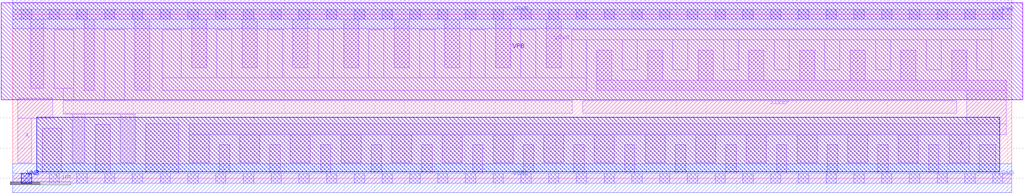
<source format=lef>
VERSION 5.7 ;
  NOWIREEXTENSIONATPIN ON ;
  DIVIDERCHAR "/" ;
  BUSBITCHARS "[]" ;
MACRO sky130_fd_sc_hd__ha_2
  CLASS CORE ;
  FOREIGN sky130_fd_sc_hd__ha_2 ;
  ORIGIN 0.000 0.000 ;
  SIZE 5.520 BY 2.720 ;
  SYMMETRY X Y R90 ;
  SITE unithd ;
  PIN A
    DIRECTION INPUT ;
    USE SIGNAL ;
    ANTENNAGATEAREA 0.318000 ;
    PORT
      LAYER li1 ;
        RECT 3.820 1.225 4.045 1.675 ;
        RECT 2.790 1.055 4.045 1.225 ;
    END
  END A
  PIN B
    DIRECTION INPUT ;
    USE SIGNAL ;
    ANTENNAGATEAREA 0.318000 ;
    PORT
      LAYER li1 ;
        RECT 2.310 1.395 3.595 1.675 ;
        RECT 2.310 1.005 2.615 1.395 ;
    END
  END B
  PIN VGND
    DIRECTION INOUT ;
    USE GROUND ;
    SHAPE ABUTMENT ;
    PORT
      LAYER met1 ;
        RECT 0.000 -0.240 5.520 0.240 ;
    END
    PORT
      LAYER li1 ;
        RECT 0.135 0.085 0.375 0.885 ;
        RECT 1.055 0.085 1.250 0.885 ;
        RECT 2.335 0.085 2.665 0.465 ;
        RECT 4.215 0.085 4.465 0.545 ;
        RECT 5.145 0.085 5.385 0.885 ;
        RECT 0.000 -0.085 5.520 0.085 ;
      LAYER mcon ;
        RECT 0.145 -0.085 0.315 0.085 ;
        RECT 0.605 -0.085 0.775 0.085 ;
        RECT 1.065 -0.085 1.235 0.085 ;
        RECT 1.525 -0.085 1.695 0.085 ;
        RECT 1.985 -0.085 2.155 0.085 ;
        RECT 2.445 -0.085 2.615 0.085 ;
        RECT 2.905 -0.085 3.075 0.085 ;
        RECT 3.365 -0.085 3.535 0.085 ;
        RECT 3.825 -0.085 3.995 0.085 ;
        RECT 4.285 -0.085 4.455 0.085 ;
        RECT 4.745 -0.085 4.915 0.085 ;
        RECT 5.205 -0.085 5.375 0.085 ;
    END
  END VGND
  PIN VNB
    DIRECTION INOUT ;
    USE GROUND ;
    PORT
      LAYER pwell ;
        RECT 0.005 0.785 1.395 1.015 ;
        RECT 4.135 0.785 5.515 1.015 ;
        RECT 0.005 0.105 5.515 0.785 ;
        RECT 0.150 -0.085 0.320 0.105 ;
    END
  END VNB
  PIN VPB
    DIRECTION INOUT ;
    USE POWER ;
    PORT
      LAYER nwell ;
        RECT -0.190 1.305 5.710 2.910 ;
    END
  END VPB
  PIN VPWR
    DIRECTION INOUT ;
    USE POWER ;
    SHAPE ABUTMENT ;
    PORT
      LAYER met1 ;
        RECT 0.000 2.480 5.520 2.960 ;
    END
    PORT
      LAYER li1 ;
        RECT 0.000 2.635 5.520 2.805 ;
        RECT 0.135 1.495 0.375 2.635 ;
        RECT 1.055 1.515 1.250 2.635 ;
        RECT 2.850 2.205 3.640 2.635 ;
        RECT 4.215 2.205 4.545 2.635 ;
        RECT 5.145 1.495 5.385 2.635 ;
      LAYER mcon ;
        RECT 0.145 2.635 0.315 2.805 ;
        RECT 0.605 2.635 0.775 2.805 ;
        RECT 1.065 2.635 1.235 2.805 ;
        RECT 1.525 2.635 1.695 2.805 ;
        RECT 1.985 2.635 2.155 2.805 ;
        RECT 2.445 2.635 2.615 2.805 ;
        RECT 2.905 2.635 3.075 2.805 ;
        RECT 3.365 2.635 3.535 2.805 ;
        RECT 3.825 2.635 3.995 2.805 ;
        RECT 4.285 2.635 4.455 2.805 ;
        RECT 4.745 2.635 4.915 2.805 ;
        RECT 5.205 2.635 5.375 2.805 ;
    END
  END VPWR
  PIN COUT
    DIRECTION OUTPUT ;
    USE SIGNAL ;
    ANTENNADIFFAREA 0.511500 ;
    PORT
      LAYER li1 ;
        RECT 4.715 1.545 4.965 2.415 ;
        RECT 4.790 0.825 4.965 1.545 ;
        RECT 4.635 0.315 4.965 0.825 ;
    END
  END COUT
  PIN SUM
    DIRECTION OUTPUT ;
    USE SIGNAL ;
    ANTENNADIFFAREA 0.511500 ;
    PORT
      LAYER li1 ;
        RECT 0.555 1.565 0.885 2.415 ;
        RECT 0.555 0.825 0.780 1.565 ;
        RECT 0.555 0.315 0.885 0.825 ;
    END
  END SUM
  OBS
      LAYER li1 ;
        RECT 1.420 2.205 2.220 2.375 ;
        RECT 1.420 1.245 1.590 2.205 ;
        RECT 3.810 2.025 3.980 2.355 ;
        RECT 0.950 1.075 1.590 1.245 ;
        RECT 1.420 0.675 1.590 1.075 ;
        RECT 1.760 1.855 4.465 2.025 ;
        RECT 1.760 0.995 1.930 1.855 ;
        RECT 4.295 1.325 4.465 1.855 ;
        RECT 4.295 0.995 4.620 1.325 ;
        RECT 4.295 0.885 4.465 0.995 ;
        RECT 1.420 0.345 1.745 0.675 ;
        RECT 1.995 0.635 3.005 0.805 ;
        RECT 1.995 0.345 2.165 0.635 ;
        RECT 2.835 0.345 3.005 0.635 ;
        RECT 3.460 0.715 4.465 0.885 ;
        RECT 3.460 0.345 3.630 0.715 ;
  END
END sky130_fd_sc_hd__ha_2

#--------EOF---------

MACRO sky130_fd_sc_hd__o221a_4
  CLASS CORE ;
  FOREIGN sky130_fd_sc_hd__o221a_4 ;
  ORIGIN 0.000 0.000 ;
  SIZE 7.360 BY 2.720 ;
  SYMMETRY X Y R90 ;
  SITE unithd ;
  PIN A1
    DIRECTION INPUT ;
    USE SIGNAL ;
    ANTENNAGATEAREA 0.495000 ;
    PORT
      LAYER li1 ;
        RECT 3.005 1.445 4.775 1.615 ;
        RECT 3.005 1.075 3.605 1.445 ;
        RECT 4.525 1.275 4.775 1.445 ;
        RECT 4.525 1.075 5.035 1.275 ;
    END
  END A1
  PIN A2
    DIRECTION INPUT ;
    USE SIGNAL ;
    ANTENNAGATEAREA 0.495000 ;
    PORT
      LAYER li1 ;
        RECT 3.775 1.075 4.355 1.275 ;
    END
  END A2
  PIN B1
    DIRECTION INPUT ;
    USE SIGNAL ;
    ANTENNAGATEAREA 0.495000 ;
    PORT
      LAYER li1 ;
        RECT 1.025 1.445 2.745 1.615 ;
        RECT 1.025 1.075 1.520 1.445 ;
        RECT 2.415 1.075 2.745 1.445 ;
    END
  END B1
  PIN B2
    DIRECTION INPUT ;
    USE SIGNAL ;
    ANTENNAGATEAREA 0.495000 ;
    PORT
      LAYER li1 ;
        RECT 1.690 1.075 2.245 1.275 ;
    END
  END B2
  PIN C1
    DIRECTION INPUT ;
    USE SIGNAL ;
    ANTENNAGATEAREA 0.495000 ;
    PORT
      LAYER li1 ;
        RECT 0.090 1.075 0.440 1.275 ;
    END
  END C1
  PIN VGND
    DIRECTION INOUT ;
    USE GROUND ;
    SHAPE ABUTMENT ;
    PORT
      LAYER met1 ;
        RECT 0.000 -0.240 7.360 0.240 ;
    END
    PORT
      LAYER li1 ;
        RECT 3.145 0.085 3.385 0.545 ;
        RECT 4.055 0.085 4.225 0.555 ;
        RECT 4.895 0.085 5.065 0.905 ;
        RECT 5.735 0.085 5.905 0.555 ;
        RECT 6.575 0.085 6.830 0.565 ;
        RECT 0.000 -0.085 7.360 0.085 ;
      LAYER mcon ;
        RECT 0.145 -0.085 0.315 0.085 ;
        RECT 0.605 -0.085 0.775 0.085 ;
        RECT 1.065 -0.085 1.235 0.085 ;
        RECT 1.525 -0.085 1.695 0.085 ;
        RECT 1.985 -0.085 2.155 0.085 ;
        RECT 2.445 -0.085 2.615 0.085 ;
        RECT 2.905 -0.085 3.075 0.085 ;
        RECT 3.365 -0.085 3.535 0.085 ;
        RECT 3.825 -0.085 3.995 0.085 ;
        RECT 4.285 -0.085 4.455 0.085 ;
        RECT 4.745 -0.085 4.915 0.085 ;
        RECT 5.205 -0.085 5.375 0.085 ;
        RECT 5.665 -0.085 5.835 0.085 ;
        RECT 6.125 -0.085 6.295 0.085 ;
        RECT 6.585 -0.085 6.755 0.085 ;
        RECT 7.045 -0.085 7.215 0.085 ;
    END
  END VGND
  PIN VNB
    DIRECTION INOUT ;
    USE GROUND ;
    PORT
      LAYER pwell ;
        RECT 0.005 0.105 6.915 1.015 ;
        RECT 0.150 -0.085 0.320 0.105 ;
    END
  END VNB
  PIN VPB
    DIRECTION INOUT ;
    USE POWER ;
    PORT
      LAYER nwell ;
        RECT -0.190 1.305 7.550 2.910 ;
    END
  END VPB
  PIN VPWR
    DIRECTION INOUT ;
    USE POWER ;
    SHAPE ABUTMENT ;
    PORT
      LAYER met1 ;
        RECT 0.000 2.480 7.360 2.960 ;
    END
    PORT
      LAYER li1 ;
        RECT 0.000 2.635 7.360 2.805 ;
        RECT 0.145 1.455 0.395 2.635 ;
        RECT 0.985 2.125 1.235 2.635 ;
        RECT 2.665 2.125 3.425 2.635 ;
        RECT 4.855 2.125 5.105 2.635 ;
        RECT 5.695 2.125 5.945 2.635 ;
        RECT 6.535 1.795 6.785 2.635 ;
      LAYER mcon ;
        RECT 0.145 2.635 0.315 2.805 ;
        RECT 0.605 2.635 0.775 2.805 ;
        RECT 1.065 2.635 1.235 2.805 ;
        RECT 1.525 2.635 1.695 2.805 ;
        RECT 1.985 2.635 2.155 2.805 ;
        RECT 2.445 2.635 2.615 2.805 ;
        RECT 2.905 2.635 3.075 2.805 ;
        RECT 3.365 2.635 3.535 2.805 ;
        RECT 3.825 2.635 3.995 2.805 ;
        RECT 4.285 2.635 4.455 2.805 ;
        RECT 4.745 2.635 4.915 2.805 ;
        RECT 5.205 2.635 5.375 2.805 ;
        RECT 5.665 2.635 5.835 2.805 ;
        RECT 6.125 2.635 6.295 2.805 ;
        RECT 6.585 2.635 6.755 2.805 ;
        RECT 7.045 2.635 7.215 2.805 ;
    END
  END VPWR
  PIN X
    DIRECTION OUTPUT ;
    USE SIGNAL ;
    ANTENNADIFFAREA 0.891000 ;
    PORT
      LAYER li1 ;
        RECT 5.315 1.955 5.525 2.465 ;
        RECT 5.315 1.785 5.900 1.955 ;
        RECT 5.730 1.615 5.900 1.785 ;
        RECT 6.115 1.615 6.365 2.465 ;
        RECT 5.730 1.445 6.920 1.615 ;
        RECT 6.575 0.905 6.920 1.445 ;
        RECT 5.235 0.735 6.920 0.905 ;
        RECT 5.235 0.725 6.405 0.735 ;
        RECT 5.235 0.255 5.565 0.725 ;
        RECT 6.075 0.255 6.405 0.725 ;
    END
  END X
  OBS
      LAYER li1 ;
        RECT 0.565 1.955 0.815 2.465 ;
        RECT 1.405 2.295 2.495 2.465 ;
        RECT 1.405 2.125 1.655 2.295 ;
        RECT 2.245 2.125 2.495 2.295 ;
        RECT 3.595 2.295 4.685 2.465 ;
        RECT 3.595 2.125 3.845 2.295 ;
        RECT 4.435 2.125 4.685 2.295 ;
        RECT 1.825 1.955 2.075 2.125 ;
        RECT 4.015 1.955 4.265 2.125 ;
        RECT 0.565 1.785 5.145 1.955 ;
        RECT 0.565 1.445 0.845 1.785 ;
        RECT 4.975 1.615 5.145 1.785 ;
        RECT 4.975 1.445 5.375 1.615 ;
        RECT 0.085 0.475 0.345 0.895 ;
        RECT 0.610 0.865 0.845 1.445 ;
        RECT 5.205 1.275 5.375 1.445 ;
        RECT 5.205 1.075 6.405 1.275 ;
        RECT 0.515 0.645 0.845 0.865 ;
        RECT 1.015 0.475 1.185 0.905 ;
        RECT 1.355 0.725 4.725 0.905 ;
        RECT 1.355 0.715 3.885 0.725 ;
        RECT 1.355 0.645 2.535 0.715 ;
        RECT 0.085 0.255 2.955 0.475 ;
        RECT 3.555 0.255 3.885 0.715 ;
        RECT 4.395 0.255 4.725 0.725 ;
  END
END sky130_fd_sc_hd__o221a_4

#--------EOF---------

MACRO sky130_fd_sc_hd__lpflow_isobufsrckapwr_16
  CLASS CORE ;
  FOREIGN sky130_fd_sc_hd__lpflow_isobufsrckapwr_16 ;
  ORIGIN 0.000 0.000 ;
  SIZE 14.260 BY 2.720 ;
  SYMMETRY X Y R90 ;
  SITE unithd ;
  PIN A
    DIRECTION INPUT ;
    USE SIGNAL ;
    ANTENNAGATEAREA 0.247500 ;
    PORT
      LAYER li1 ;
        RECT 0.085 1.075 0.615 1.320 ;
    END
  END A
  PIN SLEEP
    DIRECTION INPUT ;
    USE SIGNAL ;
    ANTENNAGATEAREA 0.990000 ;
    PORT
      LAYER li1 ;
        RECT 3.260 1.075 4.700 1.275 ;
    END
  END SLEEP
  PIN KAPWR
    DIRECTION INOUT ;
    USE POWER ;
    SHAPE ABUTMENT ;
    PORT
      LAYER met1 ;
        RECT 0.070 2.140 14.190 2.340 ;
        RECT 5.175 2.080 5.465 2.140 ;
        RECT 6.035 2.080 6.325 2.140 ;
        RECT 6.890 2.080 7.180 2.140 ;
        RECT 7.740 2.080 8.030 2.140 ;
        RECT 8.620 2.080 8.910 2.140 ;
        RECT 9.480 2.080 9.770 2.140 ;
        RECT 10.335 2.080 10.625 2.140 ;
        RECT 11.195 2.080 11.485 2.140 ;
        RECT 12.050 2.080 12.340 2.140 ;
        RECT 12.900 2.080 13.190 2.140 ;
        RECT 13.780 2.080 14.070 2.140 ;
    END
    PORT
      LAYER li1 ;
        RECT 11.210 1.905 11.455 2.465 ;
      LAYER mcon ;
        RECT 11.255 2.125 11.425 2.295 ;
    END
    PORT
      LAYER li1 ;
        RECT 12.070 1.905 12.315 2.465 ;
      LAYER mcon ;
        RECT 12.110 2.125 12.280 2.295 ;
    END
    PORT
      LAYER li1 ;
        RECT 12.930 1.905 13.185 2.465 ;
      LAYER mcon ;
        RECT 12.960 2.125 13.130 2.295 ;
    END
    PORT
      LAYER li1 ;
        RECT 13.815 1.890 14.085 2.465 ;
      LAYER mcon ;
        RECT 13.840 2.125 14.010 2.295 ;
    END
    PORT
      LAYER li1 ;
        RECT 5.155 1.495 5.485 2.465 ;
      LAYER mcon ;
        RECT 5.235 2.125 5.405 2.295 ;
    END
    PORT
      LAYER li1 ;
        RECT 6.015 1.495 6.345 2.465 ;
      LAYER mcon ;
        RECT 6.095 2.125 6.265 2.295 ;
    END
    PORT
      LAYER li1 ;
        RECT 6.875 1.495 7.205 2.465 ;
      LAYER mcon ;
        RECT 6.950 2.125 7.120 2.295 ;
    END
    PORT
      LAYER li1 ;
        RECT 7.770 1.905 8.030 2.465 ;
      LAYER mcon ;
        RECT 7.800 2.125 7.970 2.295 ;
    END
    PORT
      LAYER li1 ;
        RECT 8.630 1.905 8.890 2.465 ;
      LAYER mcon ;
        RECT 8.680 2.125 8.850 2.295 ;
    END
    PORT
      LAYER li1 ;
        RECT 9.490 1.905 9.750 2.465 ;
      LAYER mcon ;
        RECT 9.540 2.125 9.710 2.295 ;
    END
    PORT
      LAYER li1 ;
        RECT 10.350 1.905 10.595 2.465 ;
      LAYER mcon ;
        RECT 10.395 2.125 10.565 2.295 ;
    END
  END KAPWR
  PIN VGND
    DIRECTION INOUT ;
    USE GROUND ;
    SHAPE ABUTMENT ;
    PORT
      LAYER met1 ;
        RECT 0.000 -0.240 14.260 0.240 ;
    END
    PORT
      LAYER li1 ;
        RECT 0.245 0.085 0.535 0.905 ;
        RECT 1.215 0.085 1.505 0.905 ;
        RECT 4.695 0.565 4.975 0.905 ;
        RECT 2.175 0.085 2.345 0.555 ;
        RECT 3.015 0.085 3.185 0.555 ;
        RECT 3.855 0.085 4.025 0.555 ;
        RECT 4.695 0.085 5.450 0.565 ;
        RECT 6.050 0.085 6.310 0.610 ;
        RECT 6.910 0.085 7.170 0.645 ;
        RECT 7.770 0.085 8.030 0.565 ;
        RECT 8.630 0.085 8.890 0.565 ;
        RECT 9.490 0.085 9.735 0.565 ;
        RECT 10.350 0.085 10.595 0.565 ;
        RECT 11.205 0.085 11.455 0.565 ;
        RECT 12.065 0.085 12.315 0.565 ;
        RECT 12.925 0.085 13.185 0.565 ;
        RECT 13.785 0.085 14.085 0.565 ;
        RECT 0.000 -0.085 14.260 0.085 ;
      LAYER mcon ;
        RECT 0.145 -0.085 0.315 0.085 ;
        RECT 0.605 -0.085 0.775 0.085 ;
        RECT 1.065 -0.085 1.235 0.085 ;
        RECT 1.525 -0.085 1.695 0.085 ;
        RECT 1.985 -0.085 2.155 0.085 ;
        RECT 2.445 -0.085 2.615 0.085 ;
        RECT 2.905 -0.085 3.075 0.085 ;
        RECT 3.365 -0.085 3.535 0.085 ;
        RECT 3.825 -0.085 3.995 0.085 ;
        RECT 4.285 -0.085 4.455 0.085 ;
        RECT 4.745 -0.085 4.915 0.085 ;
        RECT 5.205 -0.085 5.375 0.085 ;
        RECT 5.665 -0.085 5.835 0.085 ;
        RECT 6.125 -0.085 6.295 0.085 ;
        RECT 6.585 -0.085 6.755 0.085 ;
        RECT 7.045 -0.085 7.215 0.085 ;
        RECT 7.505 -0.085 7.675 0.085 ;
        RECT 7.965 -0.085 8.135 0.085 ;
        RECT 8.425 -0.085 8.595 0.085 ;
        RECT 8.885 -0.085 9.055 0.085 ;
        RECT 9.345 -0.085 9.515 0.085 ;
        RECT 9.805 -0.085 9.975 0.085 ;
        RECT 10.265 -0.085 10.435 0.085 ;
        RECT 10.725 -0.085 10.895 0.085 ;
        RECT 11.185 -0.085 11.355 0.085 ;
        RECT 11.645 -0.085 11.815 0.085 ;
        RECT 12.105 -0.085 12.275 0.085 ;
        RECT 12.565 -0.085 12.735 0.085 ;
        RECT 13.025 -0.085 13.195 0.085 ;
        RECT 13.485 -0.085 13.655 0.085 ;
        RECT 13.945 -0.085 14.115 0.085 ;
    END
  END VGND
  PIN VNB
    DIRECTION INOUT ;
    USE GROUND ;
    PORT
      LAYER pwell ;
        RECT 0.185 0.785 5.055 1.015 ;
        RECT 0.185 0.105 14.170 0.785 ;
        RECT 0.185 0.085 0.320 0.105 ;
        RECT 0.150 -0.085 0.320 0.085 ;
        RECT 5.205 -0.085 5.375 0.105 ;
    END
  END VNB
  PIN VPB
    DIRECTION INOUT ;
    USE POWER ;
    PORT
      LAYER nwell ;
        RECT -0.190 1.305 14.450 2.910 ;
    END
  END VPB
  PIN VPWR
    DIRECTION INOUT ;
    USE POWER ;
    SHAPE ABUTMENT ;
    PORT
      LAYER met1 ;
        RECT 0.000 2.480 14.260 2.960 ;
    END
    PORT
      LAYER li1 ;
        RECT 0.000 2.635 14.260 2.805 ;
        RECT 0.130 1.495 0.535 2.635 ;
        RECT 3.435 1.835 3.685 2.635 ;
        RECT 4.195 1.835 4.525 2.635 ;
      LAYER mcon ;
        RECT 0.145 2.635 0.315 2.805 ;
        RECT 0.605 2.635 0.775 2.805 ;
        RECT 1.065 2.635 1.235 2.805 ;
        RECT 1.525 2.635 1.695 2.805 ;
        RECT 1.985 2.635 2.155 2.805 ;
        RECT 2.445 2.635 2.615 2.805 ;
        RECT 2.905 2.635 3.075 2.805 ;
        RECT 3.365 2.635 3.535 2.805 ;
        RECT 3.825 2.635 3.995 2.805 ;
        RECT 4.285 2.635 4.455 2.805 ;
        RECT 4.745 2.635 4.915 2.805 ;
        RECT 5.205 2.635 5.375 2.805 ;
        RECT 5.665 2.635 5.835 2.805 ;
        RECT 6.125 2.635 6.295 2.805 ;
        RECT 6.585 2.635 6.755 2.805 ;
        RECT 7.045 2.635 7.215 2.805 ;
        RECT 7.505 2.635 7.675 2.805 ;
        RECT 7.965 2.635 8.135 2.805 ;
        RECT 8.425 2.635 8.595 2.805 ;
        RECT 8.885 2.635 9.055 2.805 ;
        RECT 9.345 2.635 9.515 2.805 ;
        RECT 9.805 2.635 9.975 2.805 ;
        RECT 10.265 2.635 10.435 2.805 ;
        RECT 10.725 2.635 10.895 2.805 ;
        RECT 11.185 2.635 11.355 2.805 ;
        RECT 11.645 2.635 11.815 2.805 ;
        RECT 12.105 2.635 12.275 2.805 ;
        RECT 12.565 2.635 12.735 2.805 ;
        RECT 13.025 2.635 13.195 2.805 ;
        RECT 13.485 2.635 13.655 2.805 ;
        RECT 13.945 2.635 14.115 2.805 ;
    END
  END VPWR
  PIN X
    DIRECTION OUTPUT ;
    USE SIGNAL ;
    ANTENNADIFFAREA 3.180800 ;
    PORT
      LAYER li1 ;
        RECT 7.375 1.735 7.600 2.460 ;
        RECT 8.200 1.735 8.460 2.460 ;
        RECT 9.060 1.735 9.320 2.460 ;
        RECT 9.920 1.735 10.180 2.460 ;
        RECT 10.765 1.735 11.025 2.460 ;
        RECT 11.625 1.735 11.885 2.460 ;
        RECT 12.485 1.735 12.745 2.460 ;
        RECT 7.375 1.720 12.745 1.735 ;
        RECT 13.355 1.720 13.645 2.460 ;
        RECT 7.375 1.495 14.085 1.720 ;
        RECT 12.920 0.905 14.085 1.495 ;
        RECT 7.340 0.735 14.085 0.905 ;
        RECT 7.340 0.280 7.600 0.735 ;
        RECT 8.200 0.280 8.460 0.735 ;
        RECT 9.060 0.280 9.320 0.735 ;
        RECT 9.905 0.280 10.180 0.735 ;
        RECT 10.765 0.280 11.025 0.735 ;
        RECT 11.625 0.280 11.885 0.735 ;
        RECT 12.485 0.280 12.745 0.735 ;
        RECT 13.355 0.280 13.615 0.735 ;
    END
  END X
  OBS
      LAYER li1 ;
        RECT 0.705 1.575 1.035 2.465 ;
        RECT 1.205 2.295 3.265 2.465 ;
        RECT 1.205 1.575 1.585 2.295 ;
        RECT 1.755 1.745 1.925 2.125 ;
        RECT 2.095 1.935 2.425 2.295 ;
        RECT 2.595 1.745 2.765 2.125 ;
        RECT 0.785 1.275 1.035 1.575 ;
        RECT 1.755 1.445 2.765 1.745 ;
        RECT 2.935 1.665 3.265 2.295 ;
        RECT 3.855 1.665 4.025 2.465 ;
        RECT 4.695 1.665 4.975 2.465 ;
        RECT 2.935 1.455 4.975 1.665 ;
        RECT 0.785 1.075 2.265 1.275 ;
        RECT 0.785 0.815 1.035 1.075 ;
        RECT 2.435 0.965 2.765 1.445 ;
        RECT 5.655 1.325 5.845 2.465 ;
        RECT 6.515 1.325 6.705 2.460 ;
        RECT 2.435 0.905 3.095 0.965 ;
        RECT 0.705 0.255 1.035 0.815 ;
        RECT 1.675 0.725 4.525 0.905 ;
        RECT 5.145 0.735 5.460 1.325 ;
        RECT 5.655 1.075 12.750 1.325 ;
        RECT 1.675 0.255 2.005 0.725 ;
        RECT 2.515 0.255 2.845 0.725 ;
        RECT 3.355 0.255 3.685 0.725 ;
        RECT 4.195 0.255 4.525 0.725 ;
        RECT 5.655 0.265 5.880 1.075 ;
        RECT 6.490 0.265 6.740 1.075 ;
      LAYER mcon ;
        RECT 2.525 0.765 2.695 0.935 ;
        RECT 2.885 0.765 3.055 0.935 ;
        RECT 5.210 0.765 5.380 0.935 ;
      LAYER met1 ;
        RECT 2.465 0.920 3.115 0.965 ;
        RECT 5.150 0.920 5.440 0.965 ;
        RECT 2.465 0.780 5.440 0.920 ;
        RECT 2.465 0.735 3.115 0.780 ;
        RECT 5.150 0.735 5.440 0.780 ;
  END
END sky130_fd_sc_hd__lpflow_isobufsrckapwr_16

#--------EOF---------

MACRO sky130_fd_sc_hd__dlclkp_1
  CLASS CORE ;
  FOREIGN sky130_fd_sc_hd__dlclkp_1 ;
  ORIGIN 0.000 0.000 ;
  SIZE 6.440 BY 2.720 ;
  SYMMETRY X Y R90 ;
  SITE unithd ;
  PIN CLK
    DIRECTION INPUT ;
    USE CLOCK ;
    ANTENNAGATEAREA 0.318000 ;
    PORT
      LAYER met1 ;
        RECT 0.085 1.260 0.380 1.305 ;
        RECT 5.150 1.260 5.440 1.305 ;
        RECT 0.085 1.120 5.440 1.260 ;
        RECT 0.085 1.075 0.380 1.120 ;
        RECT 5.150 1.075 5.440 1.120 ;
    END
    PORT
      LAYER li1 ;
        RECT 5.190 1.105 5.510 1.435 ;
      LAYER mcon ;
        RECT 5.210 1.105 5.380 1.275 ;
    END
    PORT
      LAYER li1 ;
        RECT 0.085 0.985 0.330 1.625 ;
      LAYER mcon ;
        RECT 0.145 1.105 0.315 1.275 ;
    END
  END CLK
  PIN GATE
    DIRECTION INPUT ;
    USE SIGNAL ;
    ANTENNAGATEAREA 0.159000 ;
    PORT
      LAYER li1 ;
        RECT 1.525 1.435 2.185 1.685 ;
        RECT 1.985 0.385 2.185 1.435 ;
    END
  END GATE
  PIN VGND
    DIRECTION INOUT ;
    USE GROUND ;
    SHAPE ABUTMENT ;
    PORT
      LAYER met1 ;
        RECT 0.000 -0.240 6.440 0.240 ;
    END
    PORT
      LAYER li1 ;
        RECT 0.515 0.085 0.845 0.445 ;
        RECT 1.480 0.085 1.810 0.905 ;
        RECT 3.895 0.085 4.145 0.610 ;
        RECT 5.670 0.085 5.840 0.545 ;
        RECT 0.000 -0.085 6.440 0.085 ;
      LAYER mcon ;
        RECT 0.145 -0.085 0.315 0.085 ;
        RECT 0.605 -0.085 0.775 0.085 ;
        RECT 1.065 -0.085 1.235 0.085 ;
        RECT 1.525 -0.085 1.695 0.085 ;
        RECT 1.985 -0.085 2.155 0.085 ;
        RECT 2.445 -0.085 2.615 0.085 ;
        RECT 2.905 -0.085 3.075 0.085 ;
        RECT 3.365 -0.085 3.535 0.085 ;
        RECT 3.825 -0.085 3.995 0.085 ;
        RECT 4.285 -0.085 4.455 0.085 ;
        RECT 4.745 -0.085 4.915 0.085 ;
        RECT 5.205 -0.085 5.375 0.085 ;
        RECT 5.665 -0.085 5.835 0.085 ;
        RECT 6.125 -0.085 6.295 0.085 ;
    END
  END VGND
  PIN VNB
    DIRECTION INOUT ;
    USE GROUND ;
    PORT
      LAYER pwell ;
        RECT 1.395 0.880 2.435 1.145 ;
        RECT 3.675 0.880 4.660 1.015 ;
        RECT 1.395 0.785 4.660 0.880 ;
        RECT 5.515 0.785 6.435 1.015 ;
        RECT 0.005 0.200 6.435 0.785 ;
        RECT 0.005 0.105 1.355 0.200 ;
        RECT 2.580 0.105 6.435 0.200 ;
        RECT 0.150 -0.085 0.320 0.105 ;
    END
  END VNB
  PIN VPB
    DIRECTION INOUT ;
    USE POWER ;
    PORT
      LAYER nwell ;
        RECT -0.190 1.355 6.630 2.910 ;
        RECT -0.190 1.305 0.995 1.355 ;
        RECT 2.620 1.305 6.630 1.355 ;
    END
  END VPB
  PIN VPWR
    DIRECTION INOUT ;
    USE POWER ;
    SHAPE ABUTMENT ;
    PORT
      LAYER met1 ;
        RECT 0.000 2.480 6.440 2.960 ;
    END
    PORT
      LAYER li1 ;
        RECT 0.000 2.635 6.440 2.805 ;
        RECT 0.515 2.135 0.845 2.635 ;
        RECT 1.450 2.195 1.815 2.635 ;
        RECT 3.395 2.135 3.695 2.635 ;
        RECT 4.310 2.010 4.595 2.635 ;
        RECT 5.570 2.130 5.920 2.635 ;
      LAYER mcon ;
        RECT 0.145 2.635 0.315 2.805 ;
        RECT 0.605 2.635 0.775 2.805 ;
        RECT 1.065 2.635 1.235 2.805 ;
        RECT 1.525 2.635 1.695 2.805 ;
        RECT 1.985 2.635 2.155 2.805 ;
        RECT 2.445 2.635 2.615 2.805 ;
        RECT 2.905 2.635 3.075 2.805 ;
        RECT 3.365 2.635 3.535 2.805 ;
        RECT 3.825 2.635 3.995 2.805 ;
        RECT 4.285 2.635 4.455 2.805 ;
        RECT 4.745 2.635 4.915 2.805 ;
        RECT 5.205 2.635 5.375 2.805 ;
        RECT 5.665 2.635 5.835 2.805 ;
        RECT 6.125 2.635 6.295 2.805 ;
    END
  END VPWR
  PIN GCLK
    DIRECTION OUTPUT ;
    USE SIGNAL ;
    ANTENNADIFFAREA 0.429000 ;
    PORT
      LAYER li1 ;
        RECT 6.090 1.495 6.355 2.455 ;
        RECT 6.170 0.595 6.355 1.495 ;
        RECT 6.055 0.255 6.355 0.595 ;
    END
  END GCLK
  OBS
      LAYER li1 ;
        RECT 0.175 1.965 0.345 2.465 ;
        RECT 1.015 2.025 1.240 2.465 ;
        RECT 2.475 2.255 3.225 2.425 ;
        RECT 0.175 1.795 0.780 1.965 ;
        RECT 0.610 1.390 0.780 1.795 ;
        RECT 1.015 1.855 2.590 2.025 ;
        RECT 0.610 1.060 0.840 1.390 ;
        RECT 0.610 0.785 0.780 1.060 ;
        RECT 0.175 0.615 0.780 0.785 ;
        RECT 0.175 0.260 0.345 0.615 ;
        RECT 1.015 0.260 1.280 1.855 ;
        RECT 2.390 0.985 2.590 1.855 ;
        RECT 3.055 1.325 3.225 2.255 ;
        RECT 3.910 1.865 4.130 2.435 ;
        RECT 3.430 1.840 4.130 1.865 ;
        RECT 5.005 1.895 5.335 2.465 ;
        RECT 3.430 1.535 4.710 1.840 ;
        RECT 5.005 1.725 5.920 1.895 ;
        RECT 4.345 1.325 4.710 1.535 ;
        RECT 5.750 1.325 5.920 1.725 ;
        RECT 3.055 1.155 4.175 1.325 ;
        RECT 3.555 0.995 4.175 1.155 ;
        RECT 4.345 0.995 4.740 1.325 ;
        RECT 2.390 0.815 3.220 0.985 ;
        RECT 3.555 0.560 3.725 0.995 ;
        RECT 4.345 0.615 4.580 0.995 ;
        RECT 5.750 0.935 6.000 1.325 ;
        RECT 4.935 0.765 6.000 0.935 ;
        RECT 4.935 0.620 5.155 0.765 ;
        RECT 2.790 0.390 3.725 0.560 ;
        RECT 4.320 0.255 4.580 0.615 ;
        RECT 4.840 0.290 5.155 0.620 ;
  END
END sky130_fd_sc_hd__dlclkp_1

#--------EOF---------

MACRO sky130_fd_sc_hd__xnor2_1
  CLASS CORE ;
  FOREIGN sky130_fd_sc_hd__xnor2_1 ;
  ORIGIN 0.000 0.000 ;
  SIZE 3.220 BY 2.720 ;
  SYMMETRY X Y R90 ;
  SITE unithd ;
  PIN A
    DIRECTION INPUT ;
    USE SIGNAL ;
    ANTENNAGATEAREA 0.495000 ;
    PORT
      LAYER li1 ;
        RECT 0.930 1.075 1.625 1.275 ;
    END
  END A
  PIN B
    DIRECTION INPUT ;
    USE SIGNAL ;
    ANTENNAGATEAREA 0.495000 ;
    PORT
      LAYER li1 ;
        RECT 0.425 1.445 1.965 1.615 ;
        RECT 0.425 0.995 0.670 1.445 ;
        RECT 1.795 1.245 1.965 1.445 ;
        RECT 1.795 1.075 2.395 1.245 ;
    END
  END B
  PIN VGND
    DIRECTION INOUT ;
    USE GROUND ;
    SHAPE ABUTMENT ;
    PORT
      LAYER met1 ;
        RECT 0.000 -0.240 3.220 0.240 ;
    END
    PORT
      LAYER li1 ;
        RECT 1.055 0.085 1.225 0.905 ;
        RECT 1.895 0.085 2.245 0.475 ;
        RECT 0.000 -0.085 3.220 0.085 ;
      LAYER mcon ;
        RECT 0.145 -0.085 0.315 0.085 ;
        RECT 0.605 -0.085 0.775 0.085 ;
        RECT 1.065 -0.085 1.235 0.085 ;
        RECT 1.525 -0.085 1.695 0.085 ;
        RECT 1.985 -0.085 2.155 0.085 ;
        RECT 2.445 -0.085 2.615 0.085 ;
        RECT 2.905 -0.085 3.075 0.085 ;
    END
  END VGND
  PIN VNB
    DIRECTION INOUT ;
    USE GROUND ;
    PORT
      LAYER pwell ;
        RECT 0.105 0.105 3.215 1.015 ;
        RECT 0.145 -0.085 0.315 0.105 ;
    END
  END VNB
  PIN VPB
    DIRECTION INOUT ;
    USE POWER ;
    PORT
      LAYER nwell ;
        RECT -0.190 1.305 3.410 2.910 ;
    END
  END VPB
  PIN VPWR
    DIRECTION INOUT ;
    USE POWER ;
    SHAPE ABUTMENT ;
    PORT
      LAYER met1 ;
        RECT 0.000 2.480 3.220 2.960 ;
    END
    PORT
      LAYER li1 ;
        RECT 0.000 2.635 3.220 2.805 ;
        RECT 0.085 2.125 0.385 2.635 ;
        RECT 1.055 2.125 1.685 2.635 ;
        RECT 2.815 2.125 3.115 2.635 ;
      LAYER mcon ;
        RECT 0.145 2.635 0.315 2.805 ;
        RECT 0.605 2.635 0.775 2.805 ;
        RECT 1.065 2.635 1.235 2.805 ;
        RECT 1.525 2.635 1.695 2.805 ;
        RECT 1.985 2.635 2.155 2.805 ;
        RECT 2.445 2.635 2.615 2.805 ;
        RECT 2.905 2.635 3.075 2.805 ;
    END
  END VPWR
  PIN Y
    DIRECTION OUTPUT ;
    USE SIGNAL ;
    ANTENNADIFFAREA 0.525000 ;
    PORT
      LAYER li1 ;
        RECT 2.265 2.125 2.645 2.295 ;
        RECT 2.475 1.955 2.645 2.125 ;
        RECT 2.475 1.755 3.135 1.955 ;
        RECT 2.965 0.825 3.135 1.755 ;
        RECT 2.815 0.345 3.135 0.825 ;
    END
  END Y
  OBS
      LAYER li1 ;
        RECT 0.555 1.955 0.885 2.465 ;
        RECT 0.085 1.785 2.305 1.955 ;
        RECT 0.085 0.825 0.255 1.785 ;
        RECT 2.135 1.585 2.305 1.785 ;
        RECT 2.135 1.415 2.795 1.585 ;
        RECT 2.625 0.995 2.795 1.415 ;
        RECT 1.395 0.825 2.305 0.905 ;
        RECT 0.085 0.280 0.550 0.825 ;
        RECT 1.395 0.735 2.645 0.825 ;
        RECT 1.395 0.255 1.725 0.735 ;
        RECT 2.135 0.655 2.645 0.735 ;
        RECT 2.415 0.255 2.645 0.655 ;
  END
END sky130_fd_sc_hd__xnor2_1

#--------EOF---------

MACRO sky130_fd_sc_hd__mux4_2
  CLASS CORE ;
  FOREIGN sky130_fd_sc_hd__mux4_2 ;
  ORIGIN 0.000 0.000 ;
  SIZE 8.280 BY 2.720 ;
  SYMMETRY X Y R90 ;
  SITE unithd ;
  PIN A0
    DIRECTION INPUT ;
    USE SIGNAL ;
    ANTENNAGATEAREA 0.159000 ;
    PORT
      LAYER li1 ;
        RECT 6.635 1.075 6.945 1.325 ;
        RECT 6.535 0.995 6.945 1.075 ;
        RECT 6.535 0.375 6.845 0.995 ;
    END
  END A0
  PIN A1
    DIRECTION INPUT ;
    USE SIGNAL ;
    ANTENNAGATEAREA 0.159000 ;
    PORT
      LAYER li1 ;
        RECT 4.745 0.715 5.115 1.395 ;
    END
  END A1
  PIN A2
    DIRECTION INPUT ;
    USE SIGNAL ;
    ANTENNAGATEAREA 0.159000 ;
    PORT
      LAYER li1 ;
        RECT 0.835 0.765 1.235 1.095 ;
        RECT 1.020 0.395 1.235 0.765 ;
    END
  END A2
  PIN A3
    DIRECTION INPUT ;
    USE SIGNAL ;
    ANTENNAGATEAREA 0.159000 ;
    PORT
      LAYER li1 ;
        RECT 2.410 1.015 2.615 1.320 ;
        RECT 2.240 0.715 2.615 1.015 ;
    END
  END A3
  PIN S0
    DIRECTION INPUT ;
    USE SIGNAL ;
    ANTENNAGATEAREA 0.393000 ;
    PORT
      LAYER met1 ;
        RECT 0.085 1.600 0.375 1.645 ;
        RECT 1.005 1.600 1.295 1.645 ;
        RECT 6.065 1.600 6.355 1.645 ;
        RECT 0.085 1.460 6.355 1.600 ;
        RECT 0.085 1.415 0.375 1.460 ;
        RECT 1.005 1.415 1.295 1.460 ;
        RECT 6.065 1.415 6.355 1.460 ;
    END
    PORT
      LAYER li1 ;
        RECT 0.145 0.975 0.325 1.745 ;
      LAYER mcon ;
        RECT 0.145 1.445 0.315 1.615 ;
    END
    PORT
      LAYER li1 ;
        RECT 1.005 1.445 1.390 1.615 ;
        RECT 1.220 1.285 1.390 1.445 ;
      LAYER mcon ;
        RECT 1.065 1.445 1.235 1.615 ;
    END
    PORT
      LAYER li1 ;
        RECT 6.125 1.245 6.465 1.645 ;
      LAYER mcon ;
        RECT 6.125 1.445 6.295 1.615 ;
    END
  END S0
  PIN S1
    DIRECTION INPUT ;
    USE SIGNAL ;
    ANTENNAGATEAREA 0.303000 ;
    PORT
      LAYER li1 ;
        RECT 2.785 0.715 3.075 1.320 ;
    END
  END S1
  PIN VGND
    DIRECTION INOUT ;
    USE GROUND ;
    SHAPE ABUTMENT ;
    PORT
      LAYER met1 ;
        RECT 0.000 -0.240 8.280 0.240 ;
    END
    PORT
      LAYER li1 ;
        RECT 0.515 0.085 0.845 0.465 ;
        RECT 2.450 0.085 2.780 0.545 ;
        RECT 4.795 0.085 5.125 0.545 ;
        RECT 7.015 0.085 7.265 0.815 ;
        RECT 7.935 0.085 8.190 0.885 ;
        RECT 0.000 -0.085 8.280 0.085 ;
      LAYER mcon ;
        RECT 0.145 -0.085 0.315 0.085 ;
        RECT 0.605 -0.085 0.775 0.085 ;
        RECT 1.065 -0.085 1.235 0.085 ;
        RECT 1.525 -0.085 1.695 0.085 ;
        RECT 1.985 -0.085 2.155 0.085 ;
        RECT 2.445 -0.085 2.615 0.085 ;
        RECT 2.905 -0.085 3.075 0.085 ;
        RECT 3.365 -0.085 3.535 0.085 ;
        RECT 3.825 -0.085 3.995 0.085 ;
        RECT 4.285 -0.085 4.455 0.085 ;
        RECT 4.745 -0.085 4.915 0.085 ;
        RECT 5.205 -0.085 5.375 0.085 ;
        RECT 5.665 -0.085 5.835 0.085 ;
        RECT 6.125 -0.085 6.295 0.085 ;
        RECT 6.585 -0.085 6.755 0.085 ;
        RECT 7.045 -0.085 7.215 0.085 ;
        RECT 7.505 -0.085 7.675 0.085 ;
        RECT 7.965 -0.085 8.135 0.085 ;
    END
  END VGND
  PIN VNB
    DIRECTION INOUT ;
    USE GROUND ;
    PORT
      LAYER pwell ;
        RECT 6.825 0.785 8.275 1.015 ;
        RECT 0.005 0.105 8.275 0.785 ;
        RECT 0.145 -0.085 0.315 0.105 ;
    END
  END VNB
  PIN VPB
    DIRECTION INOUT ;
    USE POWER ;
    PORT
      LAYER nwell ;
        RECT -0.190 1.305 8.470 2.910 ;
    END
  END VPB
  PIN VPWR
    DIRECTION INOUT ;
    USE POWER ;
    SHAPE ABUTMENT ;
    PORT
      LAYER met1 ;
        RECT 0.000 2.480 8.280 2.960 ;
    END
    PORT
      LAYER li1 ;
        RECT 0.000 2.635 8.280 2.805 ;
        RECT 0.515 2.255 0.845 2.635 ;
        RECT 2.595 2.055 2.825 2.635 ;
        RECT 4.755 2.005 5.100 2.635 ;
        RECT 7.015 1.835 7.185 2.635 ;
        RECT 7.935 1.495 8.185 2.635 ;
      LAYER mcon ;
        RECT 0.145 2.635 0.315 2.805 ;
        RECT 0.605 2.635 0.775 2.805 ;
        RECT 1.065 2.635 1.235 2.805 ;
        RECT 1.525 2.635 1.695 2.805 ;
        RECT 1.985 2.635 2.155 2.805 ;
        RECT 2.445 2.635 2.615 2.805 ;
        RECT 2.905 2.635 3.075 2.805 ;
        RECT 3.365 2.635 3.535 2.805 ;
        RECT 3.825 2.635 3.995 2.805 ;
        RECT 4.285 2.635 4.455 2.805 ;
        RECT 4.745 2.635 4.915 2.805 ;
        RECT 5.205 2.635 5.375 2.805 ;
        RECT 5.665 2.635 5.835 2.805 ;
        RECT 6.125 2.635 6.295 2.805 ;
        RECT 6.585 2.635 6.755 2.805 ;
        RECT 7.045 2.635 7.215 2.805 ;
        RECT 7.505 2.635 7.675 2.805 ;
        RECT 7.965 2.635 8.135 2.805 ;
    END
  END VPWR
  PIN X
    DIRECTION OUTPUT ;
    USE SIGNAL ;
    ANTENNADIFFAREA 0.445500 ;
    PORT
      LAYER li1 ;
        RECT 7.355 1.835 7.765 2.455 ;
        RECT 7.455 1.495 7.765 1.835 ;
        RECT 7.595 0.725 7.765 1.495 ;
        RECT 7.435 0.265 7.765 0.725 ;
    END
  END X
  OBS
      LAYER li1 ;
        RECT 0.175 2.085 0.345 2.375 ;
        RECT 1.410 2.125 2.240 2.295 ;
        RECT 3.305 2.125 3.820 2.295 ;
        RECT 0.175 1.955 0.665 2.085 ;
        RECT 0.175 1.915 1.900 1.955 ;
        RECT 0.495 1.785 1.900 1.915 ;
        RECT 0.495 0.805 0.665 1.785 ;
        RECT 1.560 1.575 1.900 1.785 ;
        RECT 1.560 1.035 1.730 1.575 ;
        RECT 2.070 1.405 2.240 2.125 ;
        RECT 2.970 1.785 3.315 1.955 ;
        RECT 3.565 1.810 3.820 2.125 ;
        RECT 3.145 1.660 3.315 1.785 ;
        RECT 3.145 1.490 3.415 1.660 ;
        RECT 0.170 0.635 0.665 0.805 ;
        RECT 1.405 0.705 1.730 1.035 ;
        RECT 1.900 1.235 2.240 1.405 ;
        RECT 3.245 1.390 3.415 1.490 ;
        RECT 0.170 0.345 0.345 0.635 ;
        RECT 1.900 0.535 2.070 1.235 ;
        RECT 1.470 0.365 2.070 0.535 ;
        RECT 3.245 1.060 3.480 1.390 ;
        RECT 3.245 0.465 3.415 1.060 ;
        RECT 3.650 0.675 3.820 1.810 ;
        RECT 2.985 0.295 3.415 0.465 ;
        RECT 3.585 0.345 3.820 0.675 ;
        RECT 3.990 2.125 4.515 2.295 ;
        RECT 5.325 2.155 6.275 2.325 ;
        RECT 3.990 0.345 4.180 2.125 ;
        RECT 4.395 1.735 4.585 1.895 ;
        RECT 5.325 1.735 5.495 2.155 ;
        RECT 6.525 2.125 6.845 2.295 ;
        RECT 4.395 1.565 5.495 1.735 ;
        RECT 4.395 0.585 4.565 1.565 ;
        RECT 4.395 0.255 4.600 0.585 ;
        RECT 5.325 0.465 5.495 1.565 ;
        RECT 5.665 1.035 5.955 1.985 ;
        RECT 6.675 1.665 6.845 2.125 ;
        RECT 6.675 1.495 7.285 1.665 ;
        RECT 7.115 1.325 7.285 1.495 ;
        RECT 5.665 0.705 6.285 1.035 ;
        RECT 7.115 0.995 7.425 1.325 ;
        RECT 5.325 0.295 6.220 0.465 ;
      LAYER mcon ;
        RECT 1.985 2.125 2.155 2.295 ;
        RECT 3.365 2.125 3.535 2.295 ;
        RECT 1.525 1.785 1.695 1.955 ;
        RECT 4.285 2.125 4.455 2.295 ;
        RECT 6.585 2.125 6.755 2.295 ;
        RECT 5.665 1.785 5.835 1.955 ;
      LAYER met1 ;
        RECT 1.925 2.280 2.215 2.325 ;
        RECT 3.305 2.280 3.595 2.325 ;
        RECT 1.925 2.140 3.595 2.280 ;
        RECT 1.925 2.095 2.215 2.140 ;
        RECT 3.305 2.095 3.595 2.140 ;
        RECT 4.225 2.280 4.515 2.325 ;
        RECT 6.525 2.280 6.815 2.325 ;
        RECT 4.225 2.140 6.815 2.280 ;
        RECT 4.225 2.095 4.515 2.140 ;
        RECT 6.525 2.095 6.815 2.140 ;
        RECT 1.465 1.940 1.755 1.985 ;
        RECT 5.605 1.940 5.895 1.985 ;
        RECT 1.465 1.800 5.895 1.940 ;
        RECT 1.465 1.755 1.755 1.800 ;
        RECT 5.605 1.755 5.895 1.800 ;
  END
END sky130_fd_sc_hd__mux4_2

#--------EOF---------

MACRO sky130_fd_sc_hd__mux2_8
  CLASS CORE ;
  FOREIGN sky130_fd_sc_hd__mux2_8 ;
  ORIGIN 0.000 0.000 ;
  SIZE 9.660 BY 2.720 ;
  SYMMETRY X Y R90 ;
  SITE unithd ;
  PIN A0
    DIRECTION INPUT ;
    USE SIGNAL ;
    ANTENNAGATEAREA 0.492000 ;
    PORT
      LAYER li1 ;
        RECT 5.180 0.815 5.350 1.325 ;
        RECT 7.025 1.165 7.195 1.325 ;
        RECT 6.725 0.995 7.195 1.165 ;
        RECT 6.725 0.815 6.895 0.995 ;
        RECT 5.180 0.645 6.895 0.815 ;
        RECT 5.305 0.425 5.890 0.645 ;
    END
  END A0
  PIN A1
    DIRECTION INPUT ;
    USE SIGNAL ;
    ANTENNAGATEAREA 0.492000 ;
    PORT
      LAYER met1 ;
        RECT 4.230 1.260 4.520 1.305 ;
        RECT 7.900 1.260 8.190 1.305 ;
        RECT 4.230 1.120 8.190 1.260 ;
        RECT 4.230 1.075 4.520 1.120 ;
        RECT 7.900 1.075 8.190 1.120 ;
    END
    PORT
      LAYER li1 ;
        RECT 7.960 0.995 8.245 1.325 ;
      LAYER mcon ;
        RECT 7.960 1.105 8.130 1.275 ;
    END
    PORT
      LAYER li1 ;
        RECT 4.305 1.275 4.475 1.325 ;
        RECT 4.290 1.105 4.475 1.275 ;
        RECT 4.305 0.995 4.475 1.105 ;
      LAYER mcon ;
        RECT 4.290 1.105 4.460 1.275 ;
    END
  END A1
  PIN S
    DIRECTION INPUT ;
    USE SIGNAL ;
    ANTENNAGATEAREA 0.739500 ;
    PORT
      LAYER met1 ;
        RECT 5.610 1.600 5.900 1.645 ;
        RECT 9.280 1.600 9.570 1.645 ;
        RECT 5.610 1.460 9.570 1.600 ;
        RECT 5.610 1.415 5.900 1.460 ;
        RECT 9.280 1.415 9.570 1.460 ;
    END
    PORT
      LAYER li1 ;
        RECT 9.215 0.995 9.510 1.615 ;
      LAYER mcon ;
        RECT 9.340 1.445 9.510 1.615 ;
    END
    PORT
      LAYER li1 ;
        RECT 3.795 1.495 6.035 1.665 ;
        RECT 3.795 0.995 3.965 1.495 ;
        RECT 5.670 0.995 6.035 1.495 ;
      LAYER mcon ;
        RECT 5.670 1.445 5.840 1.615 ;
    END
  END S
  PIN VGND
    DIRECTION INOUT ;
    USE GROUND ;
    SHAPE ABUTMENT ;
    PORT
      LAYER met1 ;
        RECT 0.000 -0.240 9.660 0.240 ;
    END
    PORT
      LAYER li1 ;
        RECT 0.090 0.085 0.425 0.465 ;
        RECT 0.935 0.085 1.265 0.465 ;
        RECT 1.775 0.085 2.105 0.465 ;
        RECT 2.615 0.085 2.945 0.465 ;
        RECT 3.455 0.085 3.785 0.465 ;
        RECT 6.060 0.085 6.390 0.465 ;
        RECT 8.815 0.085 9.145 0.465 ;
        RECT 0.000 -0.085 9.660 0.085 ;
      LAYER mcon ;
        RECT 0.145 -0.085 0.315 0.085 ;
        RECT 0.605 -0.085 0.775 0.085 ;
        RECT 1.065 -0.085 1.235 0.085 ;
        RECT 1.525 -0.085 1.695 0.085 ;
        RECT 1.985 -0.085 2.155 0.085 ;
        RECT 2.445 -0.085 2.615 0.085 ;
        RECT 2.905 -0.085 3.075 0.085 ;
        RECT 3.365 -0.085 3.535 0.085 ;
        RECT 3.825 -0.085 3.995 0.085 ;
        RECT 4.285 -0.085 4.455 0.085 ;
        RECT 4.745 -0.085 4.915 0.085 ;
        RECT 5.205 -0.085 5.375 0.085 ;
        RECT 5.665 -0.085 5.835 0.085 ;
        RECT 6.125 -0.085 6.295 0.085 ;
        RECT 6.585 -0.085 6.755 0.085 ;
        RECT 7.045 -0.085 7.215 0.085 ;
        RECT 7.505 -0.085 7.675 0.085 ;
        RECT 7.965 -0.085 8.135 0.085 ;
        RECT 8.425 -0.085 8.595 0.085 ;
        RECT 8.885 -0.085 9.055 0.085 ;
        RECT 9.345 -0.085 9.515 0.085 ;
    END
  END VGND
  PIN VNB
    DIRECTION INOUT ;
    USE GROUND ;
    PORT
      LAYER pwell ;
        RECT 0.005 1.005 3.865 1.015 ;
        RECT 8.735 1.005 9.655 1.015 ;
        RECT 0.005 0.105 9.655 1.005 ;
        RECT 0.150 -0.085 0.320 0.105 ;
    END
  END VNB
  PIN VPB
    DIRECTION INOUT ;
    USE POWER ;
    PORT
      LAYER nwell ;
        RECT -0.190 1.305 9.850 2.910 ;
    END
  END VPB
  PIN VPWR
    DIRECTION INOUT ;
    USE POWER ;
    SHAPE ABUTMENT ;
    PORT
      LAYER met1 ;
        RECT 0.000 2.480 9.660 2.960 ;
    END
    PORT
      LAYER li1 ;
        RECT 0.000 2.635 9.660 2.805 ;
        RECT 0.090 1.915 0.425 2.635 ;
        RECT 0.935 1.915 1.265 2.635 ;
        RECT 1.775 1.915 2.105 2.635 ;
        RECT 2.615 1.915 2.945 2.635 ;
        RECT 3.455 2.255 3.785 2.635 ;
        RECT 6.075 2.175 6.245 2.635 ;
        RECT 8.815 2.255 9.145 2.635 ;
      LAYER mcon ;
        RECT 0.145 2.635 0.315 2.805 ;
        RECT 0.605 2.635 0.775 2.805 ;
        RECT 1.065 2.635 1.235 2.805 ;
        RECT 1.525 2.635 1.695 2.805 ;
        RECT 1.985 2.635 2.155 2.805 ;
        RECT 2.445 2.635 2.615 2.805 ;
        RECT 2.905 2.635 3.075 2.805 ;
        RECT 3.365 2.635 3.535 2.805 ;
        RECT 3.825 2.635 3.995 2.805 ;
        RECT 4.285 2.635 4.455 2.805 ;
        RECT 4.745 2.635 4.915 2.805 ;
        RECT 5.205 2.635 5.375 2.805 ;
        RECT 5.665 2.635 5.835 2.805 ;
        RECT 6.125 2.635 6.295 2.805 ;
        RECT 6.585 2.635 6.755 2.805 ;
        RECT 7.045 2.635 7.215 2.805 ;
        RECT 7.505 2.635 7.675 2.805 ;
        RECT 7.965 2.635 8.135 2.805 ;
        RECT 8.425 2.635 8.595 2.805 ;
        RECT 8.885 2.635 9.055 2.805 ;
        RECT 9.345 2.635 9.515 2.805 ;
    END
  END VPWR
  PIN X
    DIRECTION OUTPUT ;
    USE SIGNAL ;
    ANTENNADIFFAREA 1.782000 ;
    PORT
      LAYER li1 ;
        RECT 0.595 1.745 0.765 2.465 ;
        RECT 1.435 1.745 1.605 2.465 ;
        RECT 2.275 1.745 2.445 2.465 ;
        RECT 3.115 1.745 3.285 2.465 ;
        RECT 0.595 1.575 3.285 1.745 ;
        RECT 0.595 0.805 0.815 1.575 ;
        RECT 0.595 0.635 3.285 0.805 ;
        RECT 0.595 0.255 0.765 0.635 ;
        RECT 1.435 0.295 1.605 0.635 ;
        RECT 2.275 0.255 2.445 0.635 ;
        RECT 3.115 0.295 3.285 0.635 ;
    END
  END X
  OBS
      LAYER li1 ;
        RECT 3.955 2.255 5.905 2.425 ;
        RECT 6.480 2.255 8.645 2.425 ;
        RECT 9.315 2.085 9.485 2.465 ;
        RECT 3.455 1.835 8.225 2.005 ;
        RECT 8.685 1.915 9.485 2.085 ;
        RECT 3.455 1.245 3.625 1.835 ;
        RECT 8.685 1.665 8.855 1.915 ;
        RECT 9.315 1.795 9.485 1.915 ;
        RECT 0.985 1.075 3.625 1.245 ;
        RECT 3.455 0.805 3.625 1.075 ;
        RECT 6.345 1.495 8.855 1.665 ;
        RECT 6.345 0.995 6.515 1.495 ;
        RECT 4.750 0.805 4.920 0.935 ;
        RECT 7.500 0.805 7.670 0.935 ;
        RECT 3.455 0.635 4.920 0.805 ;
        RECT 7.115 0.635 7.670 0.805 ;
        RECT 8.685 0.815 8.855 1.495 ;
        RECT 8.685 0.645 9.485 0.815 ;
        RECT 3.955 0.295 5.125 0.465 ;
        RECT 6.575 0.295 7.865 0.465 ;
        RECT 9.315 0.295 9.485 0.645 ;
      LAYER mcon ;
        RECT 4.750 0.765 4.920 0.935 ;
        RECT 7.500 0.765 7.670 0.935 ;
      LAYER met1 ;
        RECT 4.690 0.920 4.980 0.965 ;
        RECT 7.440 0.920 7.730 0.965 ;
        RECT 4.690 0.780 7.730 0.920 ;
        RECT 4.690 0.735 4.980 0.780 ;
        RECT 7.440 0.735 7.730 0.780 ;
  END
END sky130_fd_sc_hd__mux2_8

#--------EOF---------

MACRO sky130_fd_sc_hd__nor4bb_4
  CLASS CORE ;
  FOREIGN sky130_fd_sc_hd__nor4bb_4 ;
  ORIGIN 0.000 0.000 ;
  SIZE 9.200 BY 2.720 ;
  SYMMETRY X Y R90 ;
  SITE unithd ;
  PIN A
    DIRECTION INPUT ;
    USE SIGNAL ;
    ANTENNAGATEAREA 0.990000 ;
    PORT
      LAYER li1 ;
        RECT 7.375 1.075 9.110 1.285 ;
    END
  END A
  PIN B
    DIRECTION INPUT ;
    USE SIGNAL ;
    ANTENNAGATEAREA 0.990000 ;
    PORT
      LAYER li1 ;
        RECT 5.150 1.075 7.105 1.285 ;
    END
  END B
  PIN C_N
    DIRECTION INPUT ;
    USE SIGNAL ;
    ANTENNAGATEAREA 0.247500 ;
    PORT
      LAYER li1 ;
        RECT 0.110 1.075 0.445 1.365 ;
    END
  END C_N
  PIN D_N
    DIRECTION INPUT ;
    USE SIGNAL ;
    ANTENNAGATEAREA 0.247500 ;
    PORT
      LAYER li1 ;
        RECT 0.955 1.075 1.295 1.325 ;
    END
  END D_N
  PIN VGND
    DIRECTION INOUT ;
    USE GROUND ;
    SHAPE ABUTMENT ;
    PORT
      LAYER met1 ;
        RECT 0.000 -0.240 9.200 0.240 ;
    END
    PORT
      LAYER li1 ;
        RECT 0.615 0.085 0.785 0.555 ;
        RECT 1.595 0.085 1.765 0.555 ;
        RECT 2.435 0.085 2.605 0.555 ;
        RECT 3.275 0.085 3.445 0.555 ;
        RECT 4.115 0.085 4.285 0.555 ;
        RECT 4.955 0.085 5.645 0.555 ;
        RECT 6.315 0.085 6.485 0.555 ;
        RECT 7.155 0.085 7.325 0.555 ;
        RECT 7.995 0.085 8.165 0.555 ;
        RECT 8.835 0.085 9.110 0.905 ;
        RECT 0.000 -0.085 9.200 0.085 ;
      LAYER mcon ;
        RECT 0.145 -0.085 0.315 0.085 ;
        RECT 0.605 -0.085 0.775 0.085 ;
        RECT 1.065 -0.085 1.235 0.085 ;
        RECT 1.525 -0.085 1.695 0.085 ;
        RECT 1.985 -0.085 2.155 0.085 ;
        RECT 2.445 -0.085 2.615 0.085 ;
        RECT 2.905 -0.085 3.075 0.085 ;
        RECT 3.365 -0.085 3.535 0.085 ;
        RECT 3.825 -0.085 3.995 0.085 ;
        RECT 4.285 -0.085 4.455 0.085 ;
        RECT 4.745 -0.085 4.915 0.085 ;
        RECT 5.205 -0.085 5.375 0.085 ;
        RECT 5.665 -0.085 5.835 0.085 ;
        RECT 6.125 -0.085 6.295 0.085 ;
        RECT 6.585 -0.085 6.755 0.085 ;
        RECT 7.045 -0.085 7.215 0.085 ;
        RECT 7.505 -0.085 7.675 0.085 ;
        RECT 7.965 -0.085 8.135 0.085 ;
        RECT 8.425 -0.085 8.595 0.085 ;
        RECT 8.885 -0.085 9.055 0.085 ;
    END
  END VGND
  PIN VNB
    DIRECTION INOUT ;
    USE GROUND ;
    PORT
      LAYER pwell ;
        RECT 0.010 0.105 9.195 1.015 ;
        RECT 0.150 -0.085 0.320 0.105 ;
    END
  END VNB
  PIN VPB
    DIRECTION INOUT ;
    USE POWER ;
    PORT
      LAYER nwell ;
        RECT -0.190 1.305 9.390 2.910 ;
    END
  END VPB
  PIN VPWR
    DIRECTION INOUT ;
    USE POWER ;
    SHAPE ABUTMENT ;
    PORT
      LAYER met1 ;
        RECT 0.000 2.480 9.200 2.960 ;
    END
    PORT
      LAYER li1 ;
        RECT 0.000 2.635 9.200 2.805 ;
        RECT 0.535 2.215 0.865 2.635 ;
        RECT 7.535 1.795 7.785 2.635 ;
        RECT 8.375 1.795 8.625 2.635 ;
      LAYER mcon ;
        RECT 0.145 2.635 0.315 2.805 ;
        RECT 0.605 2.635 0.775 2.805 ;
        RECT 1.065 2.635 1.235 2.805 ;
        RECT 1.525 2.635 1.695 2.805 ;
        RECT 1.985 2.635 2.155 2.805 ;
        RECT 2.445 2.635 2.615 2.805 ;
        RECT 2.905 2.635 3.075 2.805 ;
        RECT 3.365 2.635 3.535 2.805 ;
        RECT 3.825 2.635 3.995 2.805 ;
        RECT 4.285 2.635 4.455 2.805 ;
        RECT 4.745 2.635 4.915 2.805 ;
        RECT 5.205 2.635 5.375 2.805 ;
        RECT 5.665 2.635 5.835 2.805 ;
        RECT 6.125 2.635 6.295 2.805 ;
        RECT 6.585 2.635 6.755 2.805 ;
        RECT 7.045 2.635 7.215 2.805 ;
        RECT 7.505 2.635 7.675 2.805 ;
        RECT 7.965 2.635 8.135 2.805 ;
        RECT 8.425 2.635 8.595 2.805 ;
        RECT 8.885 2.635 9.055 2.805 ;
    END
  END VPWR
  PIN Y
    DIRECTION OUTPUT ;
    USE SIGNAL ;
    ANTENNADIFFAREA 1.944000 ;
    PORT
      LAYER li1 ;
        RECT 1.840 1.415 3.185 1.705 ;
        RECT 3.015 0.905 3.185 1.415 ;
        RECT 1.935 0.725 8.665 0.905 ;
        RECT 1.935 0.255 2.265 0.725 ;
        RECT 2.775 0.255 3.105 0.725 ;
        RECT 3.615 0.255 3.945 0.725 ;
        RECT 4.455 0.255 4.785 0.725 ;
        RECT 5.815 0.255 6.145 0.725 ;
        RECT 6.655 0.255 6.985 0.725 ;
        RECT 7.495 0.255 7.825 0.725 ;
        RECT 8.335 0.255 8.665 0.725 ;
    END
  END Y
  OBS
      LAYER li1 ;
        RECT 0.085 2.045 0.365 2.465 ;
        RECT 1.515 2.295 5.195 2.465 ;
        RECT 1.515 2.215 3.525 2.295 ;
        RECT 0.085 1.875 3.525 2.045 ;
        RECT 0.085 1.535 0.785 1.875 ;
        RECT 0.955 1.535 1.635 1.705 ;
        RECT 0.615 0.895 0.785 1.535 ;
        RECT 1.465 1.245 1.635 1.535 ;
        RECT 3.355 1.285 3.525 1.875 ;
        RECT 3.695 1.625 3.905 2.125 ;
        RECT 4.075 1.795 4.325 2.295 ;
        RECT 4.495 1.625 4.745 2.125 ;
        RECT 4.915 1.795 5.195 2.295 ;
        RECT 5.380 2.295 7.365 2.465 ;
        RECT 5.380 1.795 5.685 2.295 ;
        RECT 5.855 1.625 6.105 2.125 ;
        RECT 6.275 1.795 6.525 2.295 ;
        RECT 6.695 1.625 6.945 2.125 ;
        RECT 3.695 1.455 6.945 1.625 ;
        RECT 7.115 1.625 7.365 2.295 ;
        RECT 7.955 1.625 8.205 2.465 ;
        RECT 8.795 1.625 9.110 2.465 ;
        RECT 7.115 1.455 9.110 1.625 ;
        RECT 1.465 1.075 2.845 1.245 ;
        RECT 3.355 1.075 4.905 1.285 ;
        RECT 1.465 0.905 1.635 1.075 ;
        RECT 0.085 0.725 0.785 0.895 ;
        RECT 0.955 0.735 1.635 0.905 ;
        RECT 0.085 0.255 0.445 0.725 ;
        RECT 0.955 0.255 1.285 0.735 ;
  END
END sky130_fd_sc_hd__nor4bb_4

#--------EOF---------

MACRO sky130_fd_sc_hd__a21oi_4
  CLASS CORE ;
  FOREIGN sky130_fd_sc_hd__a21oi_4 ;
  ORIGIN 0.000 0.000 ;
  SIZE 5.980 BY 2.720 ;
  SYMMETRY X Y R90 ;
  SITE unithd ;
  PIN A1
    DIRECTION INPUT ;
    USE SIGNAL ;
    ANTENNAGATEAREA 0.990000 ;
    PORT
      LAYER li1 ;
        RECT 2.565 1.065 4.000 1.310 ;
    END
  END A1
  PIN A2
    DIRECTION INPUT ;
    USE SIGNAL ;
    ANTENNAGATEAREA 0.990000 ;
    PORT
      LAYER li1 ;
        RECT 2.050 1.480 5.470 1.705 ;
        RECT 2.050 1.065 2.395 1.480 ;
        RECT 4.225 1.075 5.470 1.480 ;
    END
  END A2
  PIN B1
    DIRECTION INPUT ;
    USE SIGNAL ;
    ANTENNAGATEAREA 0.990000 ;
    PORT
      LAYER li1 ;
        RECT 0.090 1.035 1.430 1.415 ;
        RECT 0.090 0.995 0.400 1.035 ;
    END
  END B1
  PIN VGND
    DIRECTION INOUT ;
    USE GROUND ;
    SHAPE ABUTMENT ;
    PORT
      LAYER met1 ;
        RECT 0.000 -0.240 5.980 0.240 ;
    END
    PORT
      LAYER li1 ;
        RECT 0.090 0.085 0.425 0.805 ;
        RECT 0.955 0.085 1.285 0.445 ;
        RECT 1.835 0.085 2.115 0.525 ;
        RECT 4.505 0.085 4.695 0.565 ;
        RECT 5.365 0.085 5.625 0.885 ;
        RECT 0.000 -0.085 5.980 0.085 ;
      LAYER mcon ;
        RECT 0.145 -0.085 0.315 0.085 ;
        RECT 0.605 -0.085 0.775 0.085 ;
        RECT 1.065 -0.085 1.235 0.085 ;
        RECT 1.525 -0.085 1.695 0.085 ;
        RECT 1.985 -0.085 2.155 0.085 ;
        RECT 2.445 -0.085 2.615 0.085 ;
        RECT 2.905 -0.085 3.075 0.085 ;
        RECT 3.365 -0.085 3.535 0.085 ;
        RECT 3.825 -0.085 3.995 0.085 ;
        RECT 4.285 -0.085 4.455 0.085 ;
        RECT 4.745 -0.085 4.915 0.085 ;
        RECT 5.205 -0.085 5.375 0.085 ;
        RECT 5.665 -0.085 5.835 0.085 ;
    END
  END VGND
  PIN VNB
    DIRECTION INOUT ;
    USE GROUND ;
    PORT
      LAYER pwell ;
        RECT 0.005 0.105 5.715 1.015 ;
        RECT 0.150 -0.085 0.320 0.105 ;
    END
  END VNB
  PIN VPB
    DIRECTION INOUT ;
    USE POWER ;
    PORT
      LAYER nwell ;
        RECT -0.190 1.305 6.170 2.910 ;
    END
  END VPB
  PIN VPWR
    DIRECTION INOUT ;
    USE POWER ;
    SHAPE ABUTMENT ;
    PORT
      LAYER met1 ;
        RECT 0.000 2.480 5.980 2.960 ;
    END
    PORT
      LAYER li1 ;
        RECT 0.000 2.635 5.980 2.805 ;
        RECT 2.285 2.275 2.615 2.635 ;
        RECT 3.145 2.275 3.475 2.635 ;
        RECT 4.005 2.275 4.335 2.635 ;
        RECT 4.865 2.275 5.195 2.635 ;
      LAYER mcon ;
        RECT 0.145 2.635 0.315 2.805 ;
        RECT 0.605 2.635 0.775 2.805 ;
        RECT 1.065 2.635 1.235 2.805 ;
        RECT 1.525 2.635 1.695 2.805 ;
        RECT 1.985 2.635 2.155 2.805 ;
        RECT 2.445 2.635 2.615 2.805 ;
        RECT 2.905 2.635 3.075 2.805 ;
        RECT 3.365 2.635 3.535 2.805 ;
        RECT 3.825 2.635 3.995 2.805 ;
        RECT 4.285 2.635 4.455 2.805 ;
        RECT 4.745 2.635 4.915 2.805 ;
        RECT 5.205 2.635 5.375 2.805 ;
        RECT 5.665 2.635 5.835 2.805 ;
    END
  END VPWR
  PIN Y
    DIRECTION OUTPUT ;
    USE SIGNAL ;
    ANTENNADIFFAREA 1.288000 ;
    PORT
      LAYER li1 ;
        RECT 0.580 1.705 1.745 2.035 ;
        RECT 0.580 1.585 1.880 1.705 ;
        RECT 1.600 0.895 1.880 1.585 ;
        RECT 1.600 0.865 3.905 0.895 ;
        RECT 0.595 0.695 3.905 0.865 ;
        RECT 0.595 0.615 1.645 0.695 ;
        RECT 2.275 0.675 3.905 0.695 ;
        RECT 0.595 0.370 0.785 0.615 ;
        RECT 1.455 0.255 1.645 0.615 ;
    END
  END Y
  OBS
      LAYER li1 ;
        RECT 0.180 2.215 2.115 2.465 ;
        RECT 0.180 1.795 0.375 2.215 ;
        RECT 0.955 2.205 2.115 2.215 ;
        RECT 1.915 2.105 2.115 2.205 ;
        RECT 2.785 2.105 2.975 2.465 ;
        RECT 3.645 2.105 3.835 2.465 ;
        RECT 4.505 2.105 4.685 2.465 ;
        RECT 5.365 2.105 5.625 2.465 ;
        RECT 1.915 1.875 5.625 2.105 ;
        RECT 4.075 0.735 5.195 0.905 ;
        RECT 4.075 0.505 4.335 0.735 ;
        RECT 2.285 0.255 4.335 0.505 ;
        RECT 4.865 0.255 5.195 0.735 ;
  END
END sky130_fd_sc_hd__a21oi_4

#--------EOF---------

MACRO sky130_fd_sc_hd__fa_1
  CLASS CORE ;
  FOREIGN sky130_fd_sc_hd__fa_1 ;
  ORIGIN 0.000 0.000 ;
  SIZE 7.360 BY 2.720 ;
  SYMMETRY X Y R90 ;
  SITE unithd ;
  PIN A
    DIRECTION INPUT ;
    USE SIGNAL ;
    ANTENNAGATEAREA 0.504000 ;
    PORT
      LAYER met1 ;
        RECT 1.010 1.260 1.300 1.305 ;
        RECT 2.390 1.260 2.680 1.305 ;
        RECT 4.250 1.260 4.540 1.305 ;
        RECT 6.090 1.260 6.380 1.305 ;
        RECT 1.010 1.120 6.380 1.260 ;
        RECT 1.010 1.075 1.300 1.120 ;
        RECT 2.390 1.075 2.680 1.120 ;
        RECT 4.250 1.075 4.540 1.120 ;
        RECT 6.090 1.075 6.380 1.120 ;
    END
    PORT
      LAYER li1 ;
        RECT 2.230 1.030 2.620 1.360 ;
      LAYER mcon ;
        RECT 2.450 1.105 2.620 1.275 ;
    END
    PORT
      LAYER li1 ;
        RECT 4.250 0.955 4.625 1.275 ;
      LAYER mcon ;
        RECT 4.310 1.105 4.480 1.275 ;
    END
    PORT
      LAYER li1 ;
        RECT 5.885 1.035 6.325 1.275 ;
      LAYER mcon ;
        RECT 6.150 1.105 6.320 1.275 ;
    END
    PORT
      LAYER li1 ;
        RECT 0.910 1.275 1.080 1.325 ;
        RECT 0.910 0.995 1.240 1.275 ;
      LAYER mcon ;
        RECT 1.070 1.105 1.240 1.275 ;
    END
  END A
  PIN B
    DIRECTION INPUT ;
    USE SIGNAL ;
    ANTENNAGATEAREA 0.504000 ;
    PORT
      LAYER met1 ;
        RECT 1.470 1.600 1.760 1.645 ;
        RECT 3.330 1.600 3.620 1.645 ;
        RECT 5.630 1.600 5.920 1.645 ;
        RECT 1.470 1.460 5.920 1.600 ;
        RECT 1.470 1.415 1.760 1.460 ;
        RECT 3.330 1.415 3.620 1.460 ;
        RECT 5.630 1.415 5.920 1.460 ;
    END
    PORT
      LAYER li1 ;
        RECT 3.200 1.435 3.560 1.765 ;
      LAYER mcon ;
        RECT 3.390 1.445 3.560 1.615 ;
    END
    PORT
      LAYER li1 ;
        RECT 5.635 1.445 6.055 1.765 ;
      LAYER mcon ;
        RECT 5.690 1.445 5.860 1.615 ;
    END
    PORT
      LAYER li1 ;
        RECT 1.300 1.445 1.700 1.880 ;
      LAYER mcon ;
        RECT 1.530 1.445 1.700 1.615 ;
    END
  END B
  PIN CIN
    DIRECTION INPUT ;
    USE SIGNAL ;
    ANTENNAGATEAREA 0.378000 ;
    PORT
      LAYER li1 ;
        RECT 1.870 1.595 2.960 1.765 ;
        RECT 5.155 1.685 5.405 1.955 ;
        RECT 1.870 1.275 2.040 1.595 ;
        RECT 1.670 1.105 2.040 1.275 ;
        RECT 2.790 1.250 2.960 1.595 ;
        RECT 3.785 1.515 5.405 1.685 ;
        RECT 3.785 1.250 3.955 1.515 ;
        RECT 2.790 0.965 3.955 1.250 ;
    END
  END CIN
  PIN VGND
    DIRECTION INOUT ;
    USE GROUND ;
    SHAPE ABUTMENT ;
    PORT
      LAYER met1 ;
        RECT 0.000 -0.240 7.360 0.240 ;
    END
    PORT
      LAYER li1 ;
        RECT 0.515 0.085 0.845 0.465 ;
        RECT 2.300 0.085 2.630 0.445 ;
        RECT 3.240 0.085 3.570 0.490 ;
        RECT 4.080 0.085 4.410 0.445 ;
        RECT 6.265 0.085 6.595 0.445 ;
        RECT 0.000 -0.085 7.360 0.085 ;
      LAYER mcon ;
        RECT 0.145 -0.085 0.315 0.085 ;
        RECT 0.605 -0.085 0.775 0.085 ;
        RECT 1.065 -0.085 1.235 0.085 ;
        RECT 1.525 -0.085 1.695 0.085 ;
        RECT 1.985 -0.085 2.155 0.085 ;
        RECT 2.445 -0.085 2.615 0.085 ;
        RECT 2.905 -0.085 3.075 0.085 ;
        RECT 3.365 -0.085 3.535 0.085 ;
        RECT 3.825 -0.085 3.995 0.085 ;
        RECT 4.285 -0.085 4.455 0.085 ;
        RECT 4.745 -0.085 4.915 0.085 ;
        RECT 5.205 -0.085 5.375 0.085 ;
        RECT 5.665 -0.085 5.835 0.085 ;
        RECT 6.125 -0.085 6.295 0.085 ;
        RECT 6.585 -0.085 6.755 0.085 ;
        RECT 7.045 -0.085 7.215 0.085 ;
    END
  END VGND
  PIN VNB
    DIRECTION INOUT ;
    USE GROUND ;
    PORT
      LAYER pwell ;
        RECT 0.005 0.785 0.935 1.015 ;
        RECT 6.250 0.785 7.180 1.015 ;
        RECT 0.005 0.105 7.180 0.785 ;
        RECT 0.150 -0.085 0.320 0.105 ;
    END
  END VNB
  PIN VPB
    DIRECTION INOUT ;
    USE POWER ;
    PORT
      LAYER nwell ;
        RECT -0.190 1.305 7.550 2.910 ;
    END
  END VPB
  PIN VPWR
    DIRECTION INOUT ;
    USE POWER ;
    SHAPE ABUTMENT ;
    PORT
      LAYER met1 ;
        RECT 0.000 2.480 7.360 2.960 ;
    END
    PORT
      LAYER li1 ;
        RECT 0.000 2.635 7.360 2.805 ;
        RECT 0.515 2.150 0.765 2.635 ;
        RECT 2.300 2.275 2.630 2.635 ;
        RECT 3.240 2.255 3.570 2.635 ;
        RECT 4.080 2.275 4.410 2.635 ;
        RECT 6.340 2.275 6.670 2.635 ;
      LAYER mcon ;
        RECT 0.145 2.635 0.315 2.805 ;
        RECT 0.605 2.635 0.775 2.805 ;
        RECT 1.065 2.635 1.235 2.805 ;
        RECT 1.525 2.635 1.695 2.805 ;
        RECT 1.985 2.635 2.155 2.805 ;
        RECT 2.445 2.635 2.615 2.805 ;
        RECT 2.905 2.635 3.075 2.805 ;
        RECT 3.365 2.635 3.535 2.805 ;
        RECT 3.825 2.635 3.995 2.805 ;
        RECT 4.285 2.635 4.455 2.805 ;
        RECT 4.745 2.635 4.915 2.805 ;
        RECT 5.205 2.635 5.375 2.805 ;
        RECT 5.665 2.635 5.835 2.805 ;
        RECT 6.125 2.635 6.295 2.805 ;
        RECT 6.585 2.635 6.755 2.805 ;
        RECT 7.045 2.635 7.215 2.805 ;
    END
  END VPWR
  PIN COUT
    DIRECTION OUTPUT ;
    USE SIGNAL ;
    ANTENNADIFFAREA 0.429000 ;
    PORT
      LAYER li1 ;
        RECT 0.085 1.485 0.345 2.465 ;
        RECT 0.085 0.830 0.260 1.485 ;
        RECT 0.085 0.255 0.345 0.830 ;
    END
  END COUT
  PIN SUM
    DIRECTION OUTPUT ;
    USE SIGNAL ;
    ANTENNADIFFAREA 0.429000 ;
    PORT
      LAYER li1 ;
        RECT 6.840 1.485 7.240 2.465 ;
        RECT 6.910 0.810 7.240 1.485 ;
        RECT 6.840 0.255 7.240 0.810 ;
    END
  END SUM
  OBS
      LAYER li1 ;
        RECT 0.935 2.065 1.710 2.465 ;
        RECT 1.960 2.105 2.130 2.465 ;
        RECT 2.800 2.105 3.035 2.465 ;
        RECT 0.935 1.945 1.105 2.065 ;
        RECT 0.515 1.625 1.105 1.945 ;
        RECT 1.960 1.935 3.035 2.105 ;
        RECT 3.740 2.105 3.910 2.465 ;
        RECT 4.580 2.105 4.750 2.465 ;
        RECT 5.085 2.125 6.170 2.465 ;
        RECT 3.740 1.935 4.750 2.105 ;
        RECT 6.000 2.105 6.170 2.125 ;
        RECT 6.000 1.935 6.665 2.105 ;
        RECT 0.515 1.325 0.685 1.625 ;
        RECT 0.430 0.995 0.685 1.325 ;
        RECT 6.495 1.325 6.665 1.935 ;
        RECT 0.515 0.805 0.685 0.995 ;
        RECT 4.795 0.955 5.460 1.125 ;
        RECT 1.470 0.805 1.710 0.935 ;
        RECT 0.515 0.635 1.710 0.805 ;
        RECT 1.110 0.255 1.710 0.635 ;
        RECT 1.960 0.615 2.970 0.785 ;
        RECT 1.960 0.255 2.130 0.615 ;
        RECT 2.800 0.255 2.970 0.615 ;
        RECT 3.740 0.615 4.750 0.785 ;
        RECT 4.965 0.765 5.460 0.955 ;
        RECT 6.495 0.995 6.740 1.325 ;
        RECT 6.495 0.785 6.665 0.995 ;
        RECT 3.740 0.255 3.910 0.615 ;
        RECT 4.580 0.255 4.750 0.615 ;
        RECT 5.925 0.615 6.665 0.785 ;
        RECT 5.085 0.505 5.255 0.595 ;
        RECT 5.925 0.505 6.095 0.615 ;
        RECT 5.085 0.255 6.095 0.505 ;
      LAYER mcon ;
        RECT 1.530 0.765 1.700 0.935 ;
        RECT 5.230 0.765 5.400 0.935 ;
      LAYER met1 ;
        RECT 1.470 0.920 1.760 0.965 ;
        RECT 5.170 0.920 5.460 0.965 ;
        RECT 1.470 0.780 5.460 0.920 ;
        RECT 1.470 0.735 1.760 0.780 ;
        RECT 5.170 0.735 5.460 0.780 ;
  END
END sky130_fd_sc_hd__fa_1

#--------EOF---------

MACRO sky130_fd_sc_hd__or4b_1
  CLASS CORE ;
  FOREIGN sky130_fd_sc_hd__or4b_1 ;
  ORIGIN 0.000 0.000 ;
  SIZE 3.680 BY 2.720 ;
  SYMMETRY X Y R90 ;
  SITE unithd ;
  PIN A
    DIRECTION INPUT ;
    USE SIGNAL ;
    ANTENNAGATEAREA 0.126000 ;
    PORT
      LAYER li1 ;
        RECT 2.430 0.995 2.810 1.325 ;
    END
  END A
  PIN B
    DIRECTION INPUT ;
    USE SIGNAL ;
    ANTENNAGATEAREA 0.126000 ;
    PORT
      LAYER li1 ;
        RECT 0.610 2.125 2.660 2.415 ;
    END
  END B
  PIN C
    DIRECTION INPUT ;
    USE SIGNAL ;
    ANTENNAGATEAREA 0.126000 ;
    PORT
      LAYER li1 ;
        RECT 1.520 0.995 2.260 1.615 ;
    END
  END C
  PIN D_N
    DIRECTION INPUT ;
    USE SIGNAL ;
    ANTENNAGATEAREA 0.126000 ;
    PORT
      LAYER li1 ;
        RECT 0.085 0.755 0.425 1.325 ;
    END
  END D_N
  PIN VGND
    DIRECTION INOUT ;
    USE GROUND ;
    SHAPE ABUTMENT ;
    PORT
      LAYER met1 ;
        RECT 0.000 -0.240 3.680 0.240 ;
    END
    PORT
      LAYER li1 ;
        RECT 0.085 0.085 0.425 0.585 ;
        RECT 1.035 0.085 1.365 0.585 ;
        RECT 1.910 0.085 2.240 0.485 ;
        RECT 2.750 0.085 3.130 0.485 ;
        RECT 0.000 -0.085 3.680 0.085 ;
      LAYER mcon ;
        RECT 0.145 -0.085 0.315 0.085 ;
        RECT 0.605 -0.085 0.775 0.085 ;
        RECT 1.065 -0.085 1.235 0.085 ;
        RECT 1.525 -0.085 1.695 0.085 ;
        RECT 1.985 -0.085 2.155 0.085 ;
        RECT 2.445 -0.085 2.615 0.085 ;
        RECT 2.905 -0.085 3.075 0.085 ;
        RECT 3.365 -0.085 3.535 0.085 ;
    END
  END VGND
  PIN VNB
    DIRECTION INOUT ;
    USE GROUND ;
    PORT
      LAYER pwell ;
        RECT 2.725 0.815 3.675 1.015 ;
        RECT 0.005 0.135 3.675 0.815 ;
        RECT 0.150 -0.085 0.320 0.135 ;
        RECT 2.725 0.105 3.675 0.135 ;
    END
  END VNB
  PIN VPB
    DIRECTION INOUT ;
    USE POWER ;
    PORT
      LAYER nwell ;
        RECT -0.190 1.305 3.870 2.910 ;
    END
  END VPB
  PIN VPWR
    DIRECTION INOUT ;
    USE POWER ;
    SHAPE ABUTMENT ;
    PORT
      LAYER met1 ;
        RECT 0.000 2.480 3.680 2.960 ;
    END
    PORT
      LAYER li1 ;
        RECT 0.000 2.635 3.680 2.805 ;
        RECT 0.085 1.560 0.425 2.635 ;
        RECT 2.830 1.835 3.110 2.635 ;
      LAYER mcon ;
        RECT 0.145 2.635 0.315 2.805 ;
        RECT 0.605 2.635 0.775 2.805 ;
        RECT 1.065 2.635 1.235 2.805 ;
        RECT 1.525 2.635 1.695 2.805 ;
        RECT 1.985 2.635 2.155 2.805 ;
        RECT 2.445 2.635 2.615 2.805 ;
        RECT 2.905 2.635 3.075 2.805 ;
        RECT 3.365 2.635 3.535 2.805 ;
    END
  END VPWR
  PIN X
    DIRECTION OUTPUT ;
    USE SIGNAL ;
    ANTENNADIFFAREA 0.453750 ;
    PORT
      LAYER li1 ;
        RECT 3.320 1.495 3.595 2.465 ;
        RECT 3.425 0.760 3.595 1.495 ;
        RECT 3.320 0.415 3.595 0.760 ;
    END
  END X
  OBS
      LAYER li1 ;
        RECT 0.595 1.325 0.835 1.920 ;
        RECT 1.030 1.785 2.660 1.955 ;
        RECT 1.030 1.495 1.350 1.785 ;
        RECT 2.490 1.665 2.660 1.785 ;
        RECT 2.490 1.495 3.150 1.665 ;
        RECT 2.980 1.325 3.150 1.495 ;
        RECT 0.595 0.995 1.250 1.325 ;
        RECT 2.980 0.995 3.255 1.325 ;
        RECT 0.595 0.305 0.840 0.995 ;
        RECT 2.980 0.825 3.150 0.995 ;
        RECT 1.565 0.655 3.150 0.825 ;
        RECT 1.565 0.305 1.735 0.655 ;
        RECT 2.410 0.305 2.580 0.655 ;
  END
END sky130_fd_sc_hd__or4b_1

#--------EOF---------

MACRO sky130_fd_sc_hd__nor2_1
  CLASS CORE ;
  FOREIGN sky130_fd_sc_hd__nor2_1 ;
  ORIGIN 0.000 0.000 ;
  SIZE 1.380 BY 2.720 ;
  SYMMETRY X Y R90 ;
  SITE unithd ;
  PIN A
    DIRECTION INPUT ;
    USE SIGNAL ;
    ANTENNAGATEAREA 0.247500 ;
    PORT
      LAYER li1 ;
        RECT 0.945 1.075 1.295 1.325 ;
    END
  END A
  PIN B
    DIRECTION INPUT ;
    USE SIGNAL ;
    ANTENNAGATEAREA 0.247500 ;
    PORT
      LAYER li1 ;
        RECT 0.085 1.075 0.435 1.325 ;
    END
  END B
  PIN VGND
    DIRECTION INOUT ;
    USE GROUND ;
    SHAPE ABUTMENT ;
    PORT
      LAYER met1 ;
        RECT 0.000 -0.240 1.380 0.240 ;
    END
    PORT
      LAYER li1 ;
        RECT 0.105 0.085 0.345 0.895 ;
        RECT 1.015 0.085 1.285 0.895 ;
        RECT 0.000 -0.085 1.380 0.085 ;
      LAYER mcon ;
        RECT 0.145 -0.085 0.315 0.085 ;
        RECT 0.605 -0.085 0.775 0.085 ;
        RECT 1.065 -0.085 1.235 0.085 ;
    END
  END VGND
  PIN VNB
    DIRECTION INOUT ;
    USE GROUND ;
    PORT
      LAYER pwell ;
        RECT 0.005 0.105 1.355 1.015 ;
        RECT 0.150 -0.085 0.320 0.105 ;
    END
  END VNB
  PIN VPB
    DIRECTION INOUT ;
    USE POWER ;
    PORT
      LAYER nwell ;
        RECT -0.190 1.305 1.570 2.910 ;
    END
  END VPB
  PIN VPWR
    DIRECTION INOUT ;
    USE POWER ;
    SHAPE ABUTMENT ;
    PORT
      LAYER met1 ;
        RECT 0.000 2.480 1.380 2.960 ;
    END
    PORT
      LAYER li1 ;
        RECT 0.000 2.635 1.380 2.805 ;
        RECT 0.955 1.495 1.285 2.635 ;
      LAYER mcon ;
        RECT 0.145 2.635 0.315 2.805 ;
        RECT 0.605 2.635 0.775 2.805 ;
        RECT 1.065 2.635 1.235 2.805 ;
    END
  END VPWR
  PIN Y
    DIRECTION OUTPUT ;
    USE SIGNAL ;
    ANTENNADIFFAREA 0.435500 ;
    PORT
      LAYER li1 ;
        RECT 0.095 1.665 0.425 2.450 ;
        RECT 0.095 1.495 0.775 1.665 ;
        RECT 0.605 0.895 0.775 1.495 ;
        RECT 0.515 0.255 0.845 0.895 ;
    END
  END Y
END sky130_fd_sc_hd__nor2_1

#--------EOF---------

MACRO sky130_fd_sc_hd__sedfxtp_4
  CLASS CORE ;
  FOREIGN sky130_fd_sc_hd__sedfxtp_4 ;
  ORIGIN 0.000 0.000 ;
  SIZE 14.720 BY 2.720 ;
  SYMMETRY X Y R90 ;
  SITE unithd ;
  PIN CLK
    DIRECTION INPUT ;
    USE CLOCK ;
    ANTENNAGATEAREA 0.159000 ;
    PORT
      LAYER li1 ;
        RECT 0.095 0.975 0.445 1.625 ;
    END
  END CLK
  PIN D
    DIRECTION INPUT ;
    USE SIGNAL ;
    ANTENNAGATEAREA 0.159000 ;
    PORT
      LAYER li1 ;
        RECT 1.695 0.765 1.915 1.720 ;
    END
  END D
  PIN DE
    DIRECTION INPUT ;
    USE SIGNAL ;
    ANTENNAGATEAREA 0.318000 ;
    PORT
      LAYER li1 ;
        RECT 2.110 1.185 2.325 1.370 ;
        RECT 2.110 0.765 2.565 1.185 ;
    END
  END DE
  PIN SCD
    DIRECTION INPUT ;
    USE SIGNAL ;
    ANTENNAGATEAREA 0.159000 ;
    PORT
      LAYER li1 ;
        RECT 5.760 1.105 6.215 1.665 ;
    END
  END SCD
  PIN SCE
    DIRECTION INPUT ;
    USE SIGNAL ;
    ANTENNAGATEAREA 0.318000 ;
    PORT
      LAYER li1 ;
        RECT 5.025 1.105 5.250 1.615 ;
    END
  END SCE
  PIN VGND
    DIRECTION INOUT ;
    USE GROUND ;
    SHAPE ABUTMENT ;
    PORT
      LAYER met1 ;
        RECT 0.000 -0.240 14.720 0.240 ;
    END
    PORT
      LAYER li1 ;
        RECT 0.515 0.085 0.845 0.465 ;
        RECT 2.235 0.085 2.565 0.515 ;
        RECT 3.185 0.085 3.515 0.610 ;
        RECT 5.760 0.085 6.010 0.905 ;
        RECT 8.245 0.085 8.640 0.560 ;
        RECT 9.465 0.085 9.740 0.615 ;
        RECT 11.350 0.085 11.665 0.615 ;
        RECT 12.350 0.085 12.585 0.900 ;
        RECT 13.255 0.085 13.425 0.900 ;
        RECT 14.095 0.085 14.355 1.280 ;
        RECT 0.000 -0.085 14.720 0.085 ;
      LAYER mcon ;
        RECT 0.145 -0.085 0.315 0.085 ;
        RECT 0.605 -0.085 0.775 0.085 ;
        RECT 1.065 -0.085 1.235 0.085 ;
        RECT 1.525 -0.085 1.695 0.085 ;
        RECT 1.985 -0.085 2.155 0.085 ;
        RECT 2.445 -0.085 2.615 0.085 ;
        RECT 2.905 -0.085 3.075 0.085 ;
        RECT 3.365 -0.085 3.535 0.085 ;
        RECT 3.825 -0.085 3.995 0.085 ;
        RECT 4.285 -0.085 4.455 0.085 ;
        RECT 4.745 -0.085 4.915 0.085 ;
        RECT 5.205 -0.085 5.375 0.085 ;
        RECT 5.665 -0.085 5.835 0.085 ;
        RECT 6.125 -0.085 6.295 0.085 ;
        RECT 6.585 -0.085 6.755 0.085 ;
        RECT 7.045 -0.085 7.215 0.085 ;
        RECT 7.505 -0.085 7.675 0.085 ;
        RECT 7.965 -0.085 8.135 0.085 ;
        RECT 8.425 -0.085 8.595 0.085 ;
        RECT 8.885 -0.085 9.055 0.085 ;
        RECT 9.345 -0.085 9.515 0.085 ;
        RECT 9.805 -0.085 9.975 0.085 ;
        RECT 10.265 -0.085 10.435 0.085 ;
        RECT 10.725 -0.085 10.895 0.085 ;
        RECT 11.185 -0.085 11.355 0.085 ;
        RECT 11.645 -0.085 11.815 0.085 ;
        RECT 12.105 -0.085 12.275 0.085 ;
        RECT 12.565 -0.085 12.735 0.085 ;
        RECT 13.025 -0.085 13.195 0.085 ;
        RECT 13.485 -0.085 13.655 0.085 ;
        RECT 13.945 -0.085 14.115 0.085 ;
        RECT 14.405 -0.085 14.575 0.085 ;
    END
  END VGND
  PIN VNB
    DIRECTION INOUT ;
    USE GROUND ;
    PORT
      LAYER pwell ;
        RECT 5.170 0.785 7.135 1.145 ;
        RECT 8.400 0.785 9.320 1.005 ;
        RECT 12.245 0.785 14.465 1.015 ;
        RECT 0.005 0.465 14.465 0.785 ;
        RECT 0.005 0.105 4.965 0.465 ;
        RECT 6.435 0.105 14.465 0.465 ;
        RECT 0.145 -0.085 0.315 0.105 ;
    END
  END VNB
  PIN VPB
    DIRECTION INOUT ;
    USE POWER ;
    PORT
      LAYER nwell ;
        RECT -0.190 1.435 14.910 2.910 ;
        RECT -0.190 1.305 4.885 1.435 ;
        RECT 7.200 1.305 14.910 1.435 ;
    END
  END VPB
  PIN VPWR
    DIRECTION INOUT ;
    USE POWER ;
    SHAPE ABUTMENT ;
    PORT
      LAYER met1 ;
        RECT 0.000 2.480 14.720 2.960 ;
    END
    PORT
      LAYER li1 ;
        RECT 0.000 2.635 14.720 2.805 ;
        RECT 0.515 2.135 0.845 2.635 ;
        RECT 2.235 1.890 2.565 2.635 ;
        RECT 3.265 1.825 3.460 2.635 ;
        RECT 5.665 2.175 6.010 2.635 ;
        RECT 8.425 1.835 8.660 2.635 ;
        RECT 9.370 2.105 9.660 2.635 ;
        RECT 11.280 2.135 11.540 2.635 ;
        RECT 12.350 1.465 12.585 2.635 ;
        RECT 13.255 1.465 13.425 2.635 ;
        RECT 14.095 1.465 14.355 2.635 ;
      LAYER mcon ;
        RECT 0.145 2.635 0.315 2.805 ;
        RECT 0.605 2.635 0.775 2.805 ;
        RECT 1.065 2.635 1.235 2.805 ;
        RECT 1.525 2.635 1.695 2.805 ;
        RECT 1.985 2.635 2.155 2.805 ;
        RECT 2.445 2.635 2.615 2.805 ;
        RECT 2.905 2.635 3.075 2.805 ;
        RECT 3.365 2.635 3.535 2.805 ;
        RECT 3.825 2.635 3.995 2.805 ;
        RECT 4.285 2.635 4.455 2.805 ;
        RECT 4.745 2.635 4.915 2.805 ;
        RECT 5.205 2.635 5.375 2.805 ;
        RECT 5.665 2.635 5.835 2.805 ;
        RECT 6.125 2.635 6.295 2.805 ;
        RECT 6.585 2.635 6.755 2.805 ;
        RECT 7.045 2.635 7.215 2.805 ;
        RECT 7.505 2.635 7.675 2.805 ;
        RECT 7.965 2.635 8.135 2.805 ;
        RECT 8.425 2.635 8.595 2.805 ;
        RECT 8.885 2.635 9.055 2.805 ;
        RECT 9.345 2.635 9.515 2.805 ;
        RECT 9.805 2.635 9.975 2.805 ;
        RECT 10.265 2.635 10.435 2.805 ;
        RECT 10.725 2.635 10.895 2.805 ;
        RECT 11.185 2.635 11.355 2.805 ;
        RECT 11.645 2.635 11.815 2.805 ;
        RECT 12.105 2.635 12.275 2.805 ;
        RECT 12.565 2.635 12.735 2.805 ;
        RECT 13.025 2.635 13.195 2.805 ;
        RECT 13.485 2.635 13.655 2.805 ;
        RECT 13.945 2.635 14.115 2.805 ;
        RECT 14.405 2.635 14.575 2.805 ;
    END
  END VPWR
  PIN Q
    DIRECTION OUTPUT ;
    USE SIGNAL ;
    ANTENNADIFFAREA 0.891000 ;
    PORT
      LAYER li1 ;
        RECT 12.755 1.295 13.085 2.420 ;
        RECT 13.595 1.295 13.925 2.420 ;
        RECT 12.755 1.070 13.925 1.295 ;
        RECT 12.755 0.305 13.085 1.070 ;
        RECT 13.595 0.305 13.925 1.070 ;
    END
  END Q
  OBS
      LAYER li1 ;
        RECT 0.175 1.965 0.345 2.465 ;
        RECT 0.175 1.795 0.845 1.965 ;
        RECT 0.615 0.805 0.845 1.795 ;
        RECT 0.175 0.635 0.845 0.805 ;
        RECT 0.175 0.345 0.345 0.635 ;
        RECT 1.015 0.345 1.185 2.465 ;
        RECT 1.355 1.890 1.785 2.465 ;
        RECT 1.355 0.515 1.525 1.890 ;
        RECT 2.755 1.720 3.085 2.425 ;
        RECT 4.125 2.020 4.455 2.465 ;
        RECT 4.635 2.210 4.965 2.465 ;
        RECT 4.125 1.820 4.515 2.020 ;
        RECT 2.495 1.355 3.085 1.720 ;
        RECT 2.780 1.175 3.085 1.355 ;
        RECT 3.805 1.320 4.175 1.650 ;
        RECT 2.780 0.845 3.635 1.175 ;
        RECT 1.355 0.255 1.785 0.515 ;
        RECT 2.780 0.255 3.005 0.845 ;
        RECT 3.805 0.685 3.975 1.320 ;
        RECT 4.345 1.150 4.515 1.820 ;
        RECT 4.145 0.980 4.515 1.150 ;
        RECT 4.685 1.785 4.965 2.210 ;
        RECT 5.155 2.005 5.495 2.465 ;
        RECT 6.675 2.150 7.005 2.465 ;
        RECT 7.215 2.175 8.255 2.375 ;
        RECT 5.155 1.835 6.585 2.005 ;
        RECT 4.145 0.255 4.415 0.980 ;
        RECT 4.685 0.825 4.855 1.785 ;
        RECT 5.420 0.935 5.590 1.835 ;
        RECT 6.385 1.355 6.585 1.835 ;
        RECT 6.755 1.865 7.005 2.150 ;
        RECT 6.755 1.185 6.925 1.865 ;
        RECT 4.595 0.645 4.855 0.825 ;
        RECT 4.595 0.255 4.795 0.645 ;
        RECT 5.260 0.515 5.590 0.935 ;
        RECT 4.965 0.255 5.590 0.515 ;
        RECT 6.515 0.565 6.925 1.185 ;
        RECT 7.095 1.125 7.280 1.720 ;
        RECT 7.450 1.655 7.915 2.005 ;
        RECT 7.450 0.955 7.620 1.655 ;
        RECT 8.085 1.575 8.255 2.175 ;
        RECT 8.085 1.485 8.660 1.575 ;
        RECT 7.115 0.735 7.620 0.955 ;
        RECT 7.810 1.315 8.660 1.485 ;
        RECT 7.810 0.565 7.980 1.315 ;
        RECT 8.490 1.245 8.660 1.315 ;
        RECT 8.830 1.375 9.160 2.465 ;
        RECT 10.225 2.165 11.110 2.355 ;
        RECT 8.170 1.065 8.370 1.095 ;
        RECT 8.830 1.065 9.745 1.375 ;
        RECT 10.090 1.245 10.280 1.965 ;
        RECT 8.170 1.045 9.745 1.065 ;
        RECT 8.170 0.765 9.235 1.045 ;
        RECT 10.450 1.035 10.770 1.995 ;
        RECT 6.515 0.255 7.135 0.565 ;
        RECT 7.305 0.255 7.980 0.565 ;
        RECT 8.830 0.255 9.235 0.765 ;
        RECT 10.305 0.705 10.770 1.035 ;
        RECT 10.940 1.325 11.110 2.165 ;
        RECT 11.840 1.905 12.180 2.465 ;
        RECT 11.280 1.530 12.180 1.905 ;
        RECT 10.940 0.995 11.810 1.325 ;
        RECT 10.940 0.535 11.110 0.995 ;
        RECT 11.990 0.825 12.180 1.530 ;
        RECT 10.325 0.330 11.110 0.535 ;
        RECT 11.850 0.300 12.180 0.825 ;
      LAYER mcon ;
        RECT 0.635 1.785 0.805 1.955 ;
        RECT 1.015 1.445 1.185 1.615 ;
        RECT 1.355 0.425 1.525 0.595 ;
        RECT 3.805 0.765 3.975 0.935 ;
        RECT 7.510 1.785 7.680 1.955 ;
        RECT 4.185 0.425 4.355 0.595 ;
        RECT 4.615 0.425 4.785 0.595 ;
        RECT 7.100 1.445 7.270 1.615 ;
        RECT 6.530 0.425 6.700 0.595 ;
        RECT 10.100 1.785 10.270 1.955 ;
        RECT 10.520 1.445 10.690 1.615 ;
        RECT 12.000 0.765 12.170 0.935 ;
      LAYER met1 ;
        RECT 0.575 1.940 0.865 1.985 ;
        RECT 7.450 1.940 7.740 1.985 ;
        RECT 10.040 1.940 10.330 1.985 ;
        RECT 0.575 1.800 10.330 1.940 ;
        RECT 0.575 1.755 0.865 1.800 ;
        RECT 7.450 1.755 7.740 1.800 ;
        RECT 10.040 1.755 10.330 1.800 ;
        RECT 0.955 1.600 1.245 1.645 ;
        RECT 7.040 1.600 7.330 1.645 ;
        RECT 10.460 1.600 10.750 1.645 ;
        RECT 0.955 1.460 10.750 1.600 ;
        RECT 0.955 1.415 1.245 1.460 ;
        RECT 7.040 1.415 7.330 1.460 ;
        RECT 10.460 1.415 10.750 1.460 ;
        RECT 3.745 0.920 4.035 0.965 ;
        RECT 11.940 0.920 12.230 0.965 ;
        RECT 3.745 0.780 12.230 0.920 ;
        RECT 3.745 0.735 4.035 0.780 ;
        RECT 11.940 0.735 12.230 0.780 ;
        RECT 1.295 0.580 1.585 0.625 ;
        RECT 4.125 0.580 4.415 0.625 ;
        RECT 1.295 0.395 4.415 0.580 ;
        RECT 4.555 0.580 4.845 0.625 ;
        RECT 6.470 0.580 6.760 0.625 ;
        RECT 4.555 0.395 6.760 0.580 ;
  END
END sky130_fd_sc_hd__sedfxtp_4

#--------EOF---------

MACRO sky130_fd_sc_hd__a2bb2o_4
  CLASS CORE ;
  FOREIGN sky130_fd_sc_hd__a2bb2o_4 ;
  ORIGIN 0.000 0.000 ;
  SIZE 7.360 BY 2.720 ;
  SYMMETRY X Y R90 ;
  SITE unithd ;
  PIN A1_N
    DIRECTION INPUT ;
    USE SIGNAL ;
    ANTENNAGATEAREA 0.495000 ;
    PORT
      LAYER li1 ;
        RECT 3.475 1.445 4.965 1.615 ;
        RECT 3.475 1.325 3.645 1.445 ;
        RECT 3.315 1.075 3.645 1.325 ;
        RECT 4.605 1.075 4.965 1.445 ;
    END
  END A1_N
  PIN A2_N
    DIRECTION INPUT ;
    USE SIGNAL ;
    ANTENNAGATEAREA 0.495000 ;
    PORT
      LAYER li1 ;
        RECT 3.815 1.075 4.435 1.275 ;
    END
  END A2_N
  PIN B1
    DIRECTION INPUT ;
    USE SIGNAL ;
    ANTENNAGATEAREA 0.495000 ;
    PORT
      LAYER li1 ;
        RECT 0.085 1.445 1.685 1.615 ;
        RECT 0.085 1.075 0.575 1.445 ;
        RECT 1.515 1.245 1.685 1.445 ;
        RECT 1.515 1.075 1.895 1.245 ;
    END
  END B1
  PIN B2
    DIRECTION INPUT ;
    USE SIGNAL ;
    ANTENNAGATEAREA 0.495000 ;
    PORT
      LAYER li1 ;
        RECT 0.805 1.075 1.345 1.275 ;
    END
  END B2
  PIN VGND
    DIRECTION INOUT ;
    USE GROUND ;
    SHAPE ABUTMENT ;
    PORT
      LAYER met1 ;
        RECT 0.000 -0.240 7.360 0.240 ;
    END
    PORT
      LAYER li1 ;
        RECT 0.175 0.085 0.345 0.895 ;
        RECT 1.855 0.085 2.025 0.555 ;
        RECT 2.695 0.085 3.385 0.555 ;
        RECT 4.055 0.085 4.225 0.555 ;
        RECT 4.895 0.085 5.065 0.895 ;
        RECT 5.735 0.085 5.905 0.555 ;
        RECT 6.575 0.085 6.745 0.555 ;
        RECT 0.000 -0.085 7.360 0.085 ;
      LAYER mcon ;
        RECT 0.145 -0.085 0.315 0.085 ;
        RECT 0.605 -0.085 0.775 0.085 ;
        RECT 1.065 -0.085 1.235 0.085 ;
        RECT 1.525 -0.085 1.695 0.085 ;
        RECT 1.985 -0.085 2.155 0.085 ;
        RECT 2.445 -0.085 2.615 0.085 ;
        RECT 2.905 -0.085 3.075 0.085 ;
        RECT 3.365 -0.085 3.535 0.085 ;
        RECT 3.825 -0.085 3.995 0.085 ;
        RECT 4.285 -0.085 4.455 0.085 ;
        RECT 4.745 -0.085 4.915 0.085 ;
        RECT 5.205 -0.085 5.375 0.085 ;
        RECT 5.665 -0.085 5.835 0.085 ;
        RECT 6.125 -0.085 6.295 0.085 ;
        RECT 6.585 -0.085 6.755 0.085 ;
        RECT 7.045 -0.085 7.215 0.085 ;
    END
  END VGND
  PIN VNB
    DIRECTION INOUT ;
    USE GROUND ;
    PORT
      LAYER pwell ;
        RECT 0.005 0.105 6.915 1.015 ;
        RECT 0.150 -0.085 0.320 0.105 ;
    END
  END VNB
  PIN VPB
    DIRECTION INOUT ;
    USE POWER ;
    PORT
      LAYER nwell ;
        RECT -0.190 1.305 7.550 2.910 ;
    END
  END VPB
  PIN VPWR
    DIRECTION INOUT ;
    USE POWER ;
    SHAPE ABUTMENT ;
    PORT
      LAYER met1 ;
        RECT 0.000 2.480 7.360 2.960 ;
    END
    PORT
      LAYER li1 ;
        RECT 0.000 2.635 7.360 2.805 ;
        RECT 0.555 2.125 0.805 2.635 ;
        RECT 1.395 2.125 1.645 2.635 ;
        RECT 3.175 2.135 3.425 2.635 ;
        RECT 4.855 1.795 5.105 2.635 ;
        RECT 5.695 2.165 5.945 2.635 ;
        RECT 6.535 1.825 6.785 2.635 ;
      LAYER mcon ;
        RECT 0.145 2.635 0.315 2.805 ;
        RECT 0.605 2.635 0.775 2.805 ;
        RECT 1.065 2.635 1.235 2.805 ;
        RECT 1.525 2.635 1.695 2.805 ;
        RECT 1.985 2.635 2.155 2.805 ;
        RECT 2.445 2.635 2.615 2.805 ;
        RECT 2.905 2.635 3.075 2.805 ;
        RECT 3.365 2.635 3.535 2.805 ;
        RECT 3.825 2.635 3.995 2.805 ;
        RECT 4.285 2.635 4.455 2.805 ;
        RECT 4.745 2.635 4.915 2.805 ;
        RECT 5.205 2.635 5.375 2.805 ;
        RECT 5.665 2.635 5.835 2.805 ;
        RECT 6.125 2.635 6.295 2.805 ;
        RECT 6.585 2.635 6.755 2.805 ;
        RECT 7.045 2.635 7.215 2.805 ;
    END
  END VPWR
  PIN X
    DIRECTION OUTPUT ;
    USE SIGNAL ;
    ANTENNADIFFAREA 0.891000 ;
    PORT
      LAYER li1 ;
        RECT 5.275 1.955 5.525 2.465 ;
        RECT 6.115 1.955 6.365 2.465 ;
        RECT 5.275 1.785 6.365 1.955 ;
        RECT 6.115 1.655 6.365 1.785 ;
        RECT 6.115 1.415 6.920 1.655 ;
        RECT 6.610 0.905 6.920 1.415 ;
        RECT 5.235 0.725 6.920 0.905 ;
        RECT 5.235 0.275 5.565 0.725 ;
        RECT 6.075 0.275 6.405 0.725 ;
    END
  END X
  OBS
      LAYER li1 ;
        RECT 0.135 1.955 0.385 2.465 ;
        RECT 0.975 1.955 1.225 2.465 ;
        RECT 1.815 2.295 2.905 2.465 ;
        RECT 1.815 1.955 2.065 2.295 ;
        RECT 2.655 2.135 2.905 2.295 ;
        RECT 3.595 2.295 4.685 2.465 ;
        RECT 3.595 2.135 3.845 2.295 ;
        RECT 0.135 1.785 2.065 1.955 ;
        RECT 1.855 1.455 2.065 1.785 ;
        RECT 2.235 1.965 2.485 2.125 ;
        RECT 4.015 1.965 4.265 2.125 ;
        RECT 2.235 1.415 2.620 1.965 ;
        RECT 3.135 1.785 4.265 1.965 ;
        RECT 4.435 1.785 4.685 2.295 ;
        RECT 3.135 1.665 3.305 1.785 ;
        RECT 2.955 1.495 3.305 1.665 ;
        RECT 2.235 0.905 2.445 1.415 ;
        RECT 2.955 1.245 3.145 1.495 ;
        RECT 2.615 1.075 3.145 1.245 ;
        RECT 5.135 1.245 5.460 1.615 ;
        RECT 5.135 1.075 6.440 1.245 ;
        RECT 2.955 0.905 3.145 1.075 ;
        RECT 0.515 0.475 0.765 0.905 ;
        RECT 0.935 0.735 2.525 0.905 ;
        RECT 0.935 0.645 1.270 0.735 ;
        RECT 0.515 0.255 1.685 0.475 ;
        RECT 2.195 0.255 2.525 0.735 ;
        RECT 2.955 0.725 4.725 0.905 ;
        RECT 3.555 0.255 3.885 0.725 ;
        RECT 4.395 0.255 4.725 0.725 ;
      LAYER mcon ;
        RECT 2.450 1.445 2.620 1.615 ;
        RECT 5.230 1.445 5.400 1.615 ;
      LAYER met1 ;
        RECT 2.390 1.600 2.680 1.645 ;
        RECT 5.170 1.600 5.460 1.645 ;
        RECT 2.390 1.460 5.460 1.600 ;
        RECT 2.390 1.415 2.680 1.460 ;
        RECT 5.170 1.415 5.460 1.460 ;
  END
END sky130_fd_sc_hd__a2bb2o_4

#--------EOF---------

MACRO sky130_fd_sc_hd__einvp_8
  CLASS CORE ;
  FOREIGN sky130_fd_sc_hd__einvp_8 ;
  ORIGIN 0.000 0.000 ;
  SIZE 8.280 BY 2.720 ;
  SYMMETRY X Y R90 ;
  SITE unithd ;
  PIN A
    DIRECTION INPUT ;
    USE SIGNAL ;
    ANTENNAGATEAREA 1.980000 ;
    PORT
      LAYER li1 ;
        RECT 5.420 1.020 8.195 1.275 ;
    END
  END A
  PIN TE
    DIRECTION INPUT ;
    USE SIGNAL ;
    ANTENNAGATEAREA 1.027500 ;
    PORT
      LAYER li1 ;
        RECT 0.085 0.995 0.330 1.615 ;
    END
  END TE
  PIN VGND
    DIRECTION INOUT ;
    USE GROUND ;
    SHAPE ABUTMENT ;
    PORT
      LAYER met1 ;
        RECT 0.000 -0.240 8.280 0.240 ;
    END
    PORT
      LAYER li1 ;
        RECT 0.515 0.085 0.845 0.485 ;
        RECT 1.375 0.085 1.705 0.485 ;
        RECT 2.215 0.085 2.545 0.485 ;
        RECT 3.055 0.085 3.385 0.485 ;
        RECT 3.895 0.085 4.235 0.485 ;
        RECT 0.000 -0.085 8.280 0.085 ;
      LAYER mcon ;
        RECT 0.145 -0.085 0.315 0.085 ;
        RECT 0.605 -0.085 0.775 0.085 ;
        RECT 1.065 -0.085 1.235 0.085 ;
        RECT 1.525 -0.085 1.695 0.085 ;
        RECT 1.985 -0.085 2.155 0.085 ;
        RECT 2.445 -0.085 2.615 0.085 ;
        RECT 2.905 -0.085 3.075 0.085 ;
        RECT 3.365 -0.085 3.535 0.085 ;
        RECT 3.825 -0.085 3.995 0.085 ;
        RECT 4.285 -0.085 4.455 0.085 ;
        RECT 4.745 -0.085 4.915 0.085 ;
        RECT 5.205 -0.085 5.375 0.085 ;
        RECT 5.665 -0.085 5.835 0.085 ;
        RECT 6.125 -0.085 6.295 0.085 ;
        RECT 6.585 -0.085 6.755 0.085 ;
        RECT 7.045 -0.085 7.215 0.085 ;
        RECT 7.505 -0.085 7.675 0.085 ;
        RECT 7.965 -0.085 8.135 0.085 ;
    END
  END VGND
  PIN VNB
    DIRECTION INOUT ;
    USE GROUND ;
    PORT
      LAYER pwell ;
        RECT 0.005 0.105 8.250 1.015 ;
        RECT 0.150 -0.085 0.320 0.105 ;
    END
  END VNB
  PIN VPB
    DIRECTION INOUT ;
    USE POWER ;
    PORT
      LAYER nwell ;
        RECT -0.190 1.305 8.470 2.910 ;
    END
  END VPB
  PIN VPWR
    DIRECTION INOUT ;
    USE POWER ;
    SHAPE ABUTMENT ;
    PORT
      LAYER met1 ;
        RECT 0.000 2.480 8.280 2.960 ;
    END
    PORT
      LAYER li1 ;
        RECT 0.000 2.635 8.280 2.805 ;
        RECT 0.515 2.125 0.875 2.635 ;
        RECT 1.455 1.895 1.785 2.635 ;
        RECT 2.295 1.895 2.625 2.635 ;
        RECT 3.135 1.895 3.465 2.635 ;
        RECT 3.975 1.895 4.305 2.635 ;
      LAYER mcon ;
        RECT 0.145 2.635 0.315 2.805 ;
        RECT 0.605 2.635 0.775 2.805 ;
        RECT 1.065 2.635 1.235 2.805 ;
        RECT 1.525 2.635 1.695 2.805 ;
        RECT 1.985 2.635 2.155 2.805 ;
        RECT 2.445 2.635 2.615 2.805 ;
        RECT 2.905 2.635 3.075 2.805 ;
        RECT 3.365 2.635 3.535 2.805 ;
        RECT 3.825 2.635 3.995 2.805 ;
        RECT 4.285 2.635 4.455 2.805 ;
        RECT 4.745 2.635 4.915 2.805 ;
        RECT 5.205 2.635 5.375 2.805 ;
        RECT 5.665 2.635 5.835 2.805 ;
        RECT 6.125 2.635 6.295 2.805 ;
        RECT 6.585 2.635 6.755 2.805 ;
        RECT 7.045 2.635 7.215 2.805 ;
        RECT 7.505 2.635 7.675 2.805 ;
        RECT 7.965 2.635 8.135 2.805 ;
    END
  END VPWR
  PIN Z
    DIRECTION OUTPUT ;
    USE SIGNAL ;
    ANTENNADIFFAREA 1.782000 ;
    PORT
      LAYER li1 ;
        RECT 4.870 1.615 5.200 2.125 ;
        RECT 5.710 1.615 6.040 2.125 ;
        RECT 6.550 1.615 6.880 2.125 ;
        RECT 7.390 1.615 7.720 2.125 ;
        RECT 4.870 1.445 7.720 1.615 ;
        RECT 4.870 0.850 5.250 1.445 ;
        RECT 4.870 0.635 8.195 0.850 ;
    END
  END Z
  OBS
      LAYER li1 ;
        RECT 0.085 1.955 0.345 2.465 ;
        RECT 0.085 1.785 0.875 1.955 ;
        RECT 0.500 1.325 0.875 1.785 ;
        RECT 1.075 1.725 1.285 2.465 ;
        RECT 1.955 1.725 2.125 2.465 ;
        RECT 2.795 1.725 2.965 2.465 ;
        RECT 3.635 1.725 3.805 2.465 ;
        RECT 4.475 2.295 8.195 2.465 ;
        RECT 4.475 1.725 4.700 2.295 ;
        RECT 5.370 1.785 5.540 2.295 ;
        RECT 6.210 1.785 6.380 2.295 ;
        RECT 7.050 1.785 7.220 2.295 ;
        RECT 1.075 1.555 4.700 1.725 ;
        RECT 7.890 1.445 8.195 2.295 ;
        RECT 0.500 0.995 4.700 1.325 ;
        RECT 0.500 0.825 0.695 0.995 ;
        RECT 0.085 0.655 0.695 0.825 ;
        RECT 1.035 0.655 4.700 0.825 ;
        RECT 0.085 0.255 0.345 0.655 ;
        RECT 1.035 0.255 1.205 0.655 ;
        RECT 1.875 0.255 2.045 0.655 ;
        RECT 2.715 0.255 2.885 0.655 ;
        RECT 3.555 0.255 3.725 0.655 ;
        RECT 4.405 0.465 4.700 0.655 ;
        RECT 4.405 0.255 8.195 0.465 ;
  END
END sky130_fd_sc_hd__einvp_8

#--------EOF---------

MACRO sky130_fd_sc_hd__and2_0
  CLASS CORE ;
  FOREIGN sky130_fd_sc_hd__and2_0 ;
  ORIGIN 0.000 0.000 ;
  SIZE 2.300 BY 2.720 ;
  SYMMETRY X Y R90 ;
  SITE unithd ;
  PIN A
    DIRECTION INPUT ;
    USE SIGNAL ;
    ANTENNAGATEAREA 0.126000 ;
    PORT
      LAYER li1 ;
        RECT 0.085 1.185 0.430 1.955 ;
    END
  END A
  PIN B
    DIRECTION INPUT ;
    USE SIGNAL ;
    ANTENNAGATEAREA 0.126000 ;
    PORT
      LAYER li1 ;
        RECT 0.940 1.080 1.270 1.615 ;
    END
  END B
  PIN VGND
    DIRECTION INOUT ;
    USE GROUND ;
    SHAPE ABUTMENT ;
    PORT
      LAYER met1 ;
        RECT 0.000 -0.240 2.300 0.240 ;
    END
    PORT
      LAYER li1 ;
        RECT 0.950 0.085 1.390 0.525 ;
        RECT 0.000 -0.085 2.300 0.085 ;
      LAYER mcon ;
        RECT 0.145 -0.085 0.315 0.085 ;
        RECT 0.605 -0.085 0.775 0.085 ;
        RECT 1.065 -0.085 1.235 0.085 ;
        RECT 1.525 -0.085 1.695 0.085 ;
        RECT 1.985 -0.085 2.155 0.085 ;
    END
  END VGND
  PIN VNB
    DIRECTION INOUT ;
    USE GROUND ;
    PORT
      LAYER pwell ;
        RECT 0.070 0.105 1.980 0.785 ;
        RECT 0.145 -0.085 0.315 0.105 ;
    END
  END VNB
  PIN VPB
    DIRECTION INOUT ;
    USE POWER ;
    PORT
      LAYER nwell ;
        RECT -0.190 1.305 2.490 2.910 ;
    END
  END VPB
  PIN VPWR
    DIRECTION INOUT ;
    USE POWER ;
    SHAPE ABUTMENT ;
    PORT
      LAYER met1 ;
        RECT 0.000 2.480 2.300 2.960 ;
    END
    PORT
      LAYER li1 ;
        RECT 0.000 2.635 2.300 2.805 ;
        RECT 0.160 2.175 0.430 2.635 ;
        RECT 1.110 1.835 1.620 2.635 ;
      LAYER mcon ;
        RECT 0.145 2.635 0.315 2.805 ;
        RECT 0.605 2.635 0.775 2.805 ;
        RECT 1.065 2.635 1.235 2.805 ;
        RECT 1.525 2.635 1.695 2.805 ;
        RECT 1.985 2.635 2.155 2.805 ;
    END
  END VPWR
  PIN X
    DIRECTION OUTPUT ;
    USE SIGNAL ;
    ANTENNADIFFAREA 0.280900 ;
    PORT
      LAYER li1 ;
        RECT 1.790 1.835 2.215 2.465 ;
        RECT 1.950 0.525 2.215 1.835 ;
        RECT 1.560 0.255 2.215 0.525 ;
    END
  END X
  OBS
      LAYER li1 ;
        RECT 0.600 2.135 0.865 2.465 ;
        RECT 0.600 0.950 0.770 2.135 ;
        RECT 0.185 0.910 0.770 0.950 ;
        RECT 1.450 0.910 1.780 1.435 ;
        RECT 0.185 0.695 1.780 0.910 ;
        RECT 0.185 0.280 0.490 0.695 ;
  END
END sky130_fd_sc_hd__and2_0

#--------EOF---------

MACRO sky130_fd_sc_hd__o32ai_4
  CLASS CORE ;
  FOREIGN sky130_fd_sc_hd__o32ai_4 ;
  ORIGIN 0.000 0.000 ;
  SIZE 10.120 BY 2.720 ;
  SYMMETRY X Y R90 ;
  SITE unithd ;
  PIN A1
    DIRECTION INPUT ;
    USE SIGNAL ;
    ANTENNAGATEAREA 0.990000 ;
    PORT
      LAYER li1 ;
        RECT 8.290 1.075 10.035 1.275 ;
    END
  END A1
  PIN A2
    DIRECTION INPUT ;
    USE SIGNAL ;
    ANTENNAGATEAREA 0.990000 ;
    PORT
      LAYER li1 ;
        RECT 6.090 1.075 7.260 1.275 ;
    END
  END A2
  PIN A3
    DIRECTION INPUT ;
    USE SIGNAL ;
    ANTENNAGATEAREA 0.990000 ;
    PORT
      LAYER li1 ;
        RECT 3.770 1.075 5.380 1.275 ;
    END
  END A3
  PIN B1
    DIRECTION INPUT ;
    USE SIGNAL ;
    ANTENNAGATEAREA 0.990000 ;
    PORT
      LAYER li1 ;
        RECT 2.205 1.075 3.540 1.275 ;
    END
  END B1
  PIN B2
    DIRECTION INPUT ;
    USE SIGNAL ;
    ANTENNAGATEAREA 0.990000 ;
    PORT
      LAYER li1 ;
        RECT 0.110 1.075 1.685 1.275 ;
    END
  END B2
  PIN VGND
    DIRECTION INOUT ;
    USE GROUND ;
    SHAPE ABUTMENT ;
    PORT
      LAYER met1 ;
        RECT 0.000 -0.240 10.120 0.240 ;
    END
    PORT
      LAYER li1 ;
        RECT 3.970 0.085 4.140 0.545 ;
        RECT 4.810 0.085 5.140 0.545 ;
        RECT 6.170 0.085 6.340 0.545 ;
        RECT 7.010 0.085 7.180 0.545 ;
        RECT 8.370 0.085 8.540 0.545 ;
        RECT 9.210 0.085 9.470 0.545 ;
        RECT 0.000 -0.085 10.120 0.085 ;
      LAYER mcon ;
        RECT 0.145 -0.085 0.315 0.085 ;
        RECT 0.605 -0.085 0.775 0.085 ;
        RECT 1.065 -0.085 1.235 0.085 ;
        RECT 1.525 -0.085 1.695 0.085 ;
        RECT 1.985 -0.085 2.155 0.085 ;
        RECT 2.445 -0.085 2.615 0.085 ;
        RECT 2.905 -0.085 3.075 0.085 ;
        RECT 3.365 -0.085 3.535 0.085 ;
        RECT 3.825 -0.085 3.995 0.085 ;
        RECT 4.285 -0.085 4.455 0.085 ;
        RECT 4.745 -0.085 4.915 0.085 ;
        RECT 5.205 -0.085 5.375 0.085 ;
        RECT 5.665 -0.085 5.835 0.085 ;
        RECT 6.125 -0.085 6.295 0.085 ;
        RECT 6.585 -0.085 6.755 0.085 ;
        RECT 7.045 -0.085 7.215 0.085 ;
        RECT 7.505 -0.085 7.675 0.085 ;
        RECT 7.965 -0.085 8.135 0.085 ;
        RECT 8.425 -0.085 8.595 0.085 ;
        RECT 8.885 -0.085 9.055 0.085 ;
        RECT 9.345 -0.085 9.515 0.085 ;
        RECT 9.805 -0.085 9.975 0.085 ;
    END
  END VGND
  PIN VNB
    DIRECTION INOUT ;
    USE GROUND ;
    PORT
      LAYER pwell ;
        RECT 0.005 0.105 10.065 1.015 ;
        RECT 0.150 -0.085 0.320 0.105 ;
    END
  END VNB
  PIN VPB
    DIRECTION INOUT ;
    USE POWER ;
    PORT
      LAYER nwell ;
        RECT -0.190 1.305 10.310 2.910 ;
    END
  END VPB
  PIN VPWR
    DIRECTION INOUT ;
    USE POWER ;
    SHAPE ABUTMENT ;
    PORT
      LAYER met1 ;
        RECT 0.000 2.480 10.120 2.960 ;
    END
    PORT
      LAYER li1 ;
        RECT 0.000 2.635 10.120 2.805 ;
        RECT 2.210 2.175 2.540 2.635 ;
        RECT 3.050 2.175 3.380 2.635 ;
        RECT 7.870 1.835 8.120 2.635 ;
        RECT 8.790 1.835 8.960 2.635 ;
        RECT 9.630 1.495 10.035 2.635 ;
      LAYER mcon ;
        RECT 0.145 2.635 0.315 2.805 ;
        RECT 0.605 2.635 0.775 2.805 ;
        RECT 1.065 2.635 1.235 2.805 ;
        RECT 1.525 2.635 1.695 2.805 ;
        RECT 1.985 2.635 2.155 2.805 ;
        RECT 2.445 2.635 2.615 2.805 ;
        RECT 2.905 2.635 3.075 2.805 ;
        RECT 3.365 2.635 3.535 2.805 ;
        RECT 3.825 2.635 3.995 2.805 ;
        RECT 4.285 2.635 4.455 2.805 ;
        RECT 4.745 2.635 4.915 2.805 ;
        RECT 5.205 2.635 5.375 2.805 ;
        RECT 5.665 2.635 5.835 2.805 ;
        RECT 6.125 2.635 6.295 2.805 ;
        RECT 6.585 2.635 6.755 2.805 ;
        RECT 7.045 2.635 7.215 2.805 ;
        RECT 7.505 2.635 7.675 2.805 ;
        RECT 7.965 2.635 8.135 2.805 ;
        RECT 8.425 2.635 8.595 2.805 ;
        RECT 8.885 2.635 9.055 2.805 ;
        RECT 9.345 2.635 9.515 2.805 ;
        RECT 9.805 2.635 9.975 2.805 ;
    END
  END VPWR
  PIN Y
    DIRECTION OUTPUT ;
    USE SIGNAL ;
    ANTENNADIFFAREA 1.782000 ;
    PORT
      LAYER li1 ;
        RECT 0.515 1.665 0.845 2.085 ;
        RECT 1.355 1.665 1.700 2.085 ;
        RECT 4.410 1.665 4.740 2.085 ;
        RECT 5.250 1.665 5.580 2.085 ;
        RECT 0.515 1.495 5.580 1.665 ;
        RECT 1.855 0.905 2.035 1.495 ;
        RECT 0.515 0.655 3.380 0.905 ;
    END
  END Y
  OBS
      LAYER li1 ;
        RECT 0.090 2.255 2.040 2.465 ;
        RECT 0.090 1.495 0.345 2.255 ;
        RECT 1.015 1.835 1.185 2.255 ;
        RECT 1.870 2.005 2.040 2.255 ;
        RECT 2.710 2.005 2.880 2.425 ;
        RECT 3.550 2.005 3.800 2.465 ;
        RECT 1.870 1.835 3.800 2.005 ;
        RECT 3.990 2.255 7.680 2.465 ;
        RECT 3.990 1.835 4.240 2.255 ;
        RECT 4.910 1.835 5.080 2.255 ;
        RECT 5.750 1.835 5.920 2.255 ;
        RECT 6.090 1.665 6.420 2.085 ;
        RECT 6.590 1.835 6.760 2.255 ;
        RECT 6.930 1.665 7.260 2.085 ;
        RECT 7.430 1.835 7.680 2.255 ;
        RECT 8.290 1.665 8.620 2.465 ;
        RECT 9.130 1.665 9.460 2.465 ;
        RECT 6.090 1.495 9.460 1.665 ;
        RECT 0.090 0.465 0.345 0.905 ;
        RECT 3.550 0.735 10.035 0.905 ;
        RECT 3.550 0.465 3.800 0.735 ;
        RECT 0.090 0.255 3.800 0.465 ;
        RECT 4.310 0.255 4.640 0.735 ;
        RECT 5.310 0.255 5.980 0.735 ;
        RECT 6.510 0.255 6.840 0.735 ;
        RECT 7.350 0.255 8.040 0.735 ;
        RECT 8.710 0.255 9.040 0.735 ;
        RECT 9.645 0.255 10.035 0.735 ;
  END
END sky130_fd_sc_hd__o32ai_4

#--------EOF---------

MACRO sky130_fd_sc_hd__or2b_2
  CLASS CORE ;
  FOREIGN sky130_fd_sc_hd__or2b_2 ;
  ORIGIN 0.000 0.000 ;
  SIZE 3.220 BY 2.720 ;
  SYMMETRY X Y R90 ;
  SITE unithd ;
  PIN A
    DIRECTION INPUT ;
    USE SIGNAL ;
    ANTENNAGATEAREA 0.126000 ;
    PORT
      LAYER li1 ;
        RECT 0.540 2.085 1.730 2.415 ;
    END
  END A
  PIN B_N
    DIRECTION INPUT ;
    USE SIGNAL ;
    ANTENNAGATEAREA 0.126000 ;
    PORT
      LAYER li1 ;
        RECT 0.085 1.075 0.425 1.325 ;
    END
  END B_N
  PIN VGND
    DIRECTION INOUT ;
    USE GROUND ;
    SHAPE ABUTMENT ;
    PORT
      LAYER met1 ;
        RECT 0.000 -0.240 3.220 0.240 ;
    END
    PORT
      LAYER li1 ;
        RECT 0.590 0.085 1.320 0.565 ;
        RECT 1.830 0.085 2.210 0.485 ;
        RECT 2.800 0.085 3.055 0.925 ;
        RECT 0.000 -0.085 3.220 0.085 ;
      LAYER mcon ;
        RECT 0.145 -0.085 0.315 0.085 ;
        RECT 0.605 -0.085 0.775 0.085 ;
        RECT 1.065 -0.085 1.235 0.085 ;
        RECT 1.525 -0.085 1.695 0.085 ;
        RECT 1.985 -0.085 2.155 0.085 ;
        RECT 2.445 -0.085 2.615 0.085 ;
        RECT 2.905 -0.085 3.075 0.085 ;
    END
  END VGND
  PIN VNB
    DIRECTION INOUT ;
    USE GROUND ;
    PORT
      LAYER pwell ;
        RECT 1.805 0.815 3.210 1.015 ;
        RECT 0.005 0.135 3.210 0.815 ;
        RECT 0.145 -0.085 0.315 0.135 ;
        RECT 1.805 0.105 3.210 0.135 ;
    END
  END VNB
  PIN VPB
    DIRECTION INOUT ;
    USE POWER ;
    PORT
      LAYER nwell ;
        RECT -0.190 1.305 3.410 2.910 ;
    END
  END VPB
  PIN VPWR
    DIRECTION INOUT ;
    USE POWER ;
    SHAPE ABUTMENT ;
    PORT
      LAYER met1 ;
        RECT 0.000 2.480 3.220 2.960 ;
    END
    PORT
      LAYER li1 ;
        RECT 0.000 2.635 3.220 2.805 ;
        RECT 0.085 1.495 0.345 2.635 ;
        RECT 1.910 1.835 2.190 2.635 ;
        RECT 2.800 1.460 3.055 2.635 ;
      LAYER mcon ;
        RECT 0.145 2.635 0.315 2.805 ;
        RECT 0.605 2.635 0.775 2.805 ;
        RECT 1.065 2.635 1.235 2.805 ;
        RECT 1.525 2.635 1.695 2.805 ;
        RECT 1.985 2.635 2.155 2.805 ;
        RECT 2.445 2.635 2.615 2.805 ;
        RECT 2.905 2.635 3.075 2.805 ;
    END
  END VPWR
  PIN X
    DIRECTION OUTPUT ;
    USE SIGNAL ;
    ANTENNADIFFAREA 0.445500 ;
    PORT
      LAYER li1 ;
        RECT 2.400 1.495 2.630 2.465 ;
        RECT 2.460 0.760 2.630 1.495 ;
        RECT 2.400 0.415 2.630 0.760 ;
    END
  END X
  OBS
      LAYER li1 ;
        RECT 0.595 1.325 0.765 1.885 ;
        RECT 0.985 1.665 1.405 1.915 ;
        RECT 0.985 1.495 2.230 1.665 ;
        RECT 2.060 1.325 2.230 1.495 ;
        RECT 0.595 0.995 1.330 1.325 ;
        RECT 2.060 0.995 2.290 1.325 ;
        RECT 0.595 0.905 0.840 0.995 ;
        RECT 0.105 0.735 0.840 0.905 ;
        RECT 2.060 0.825 2.230 0.995 ;
        RECT 0.105 0.265 0.420 0.735 ;
        RECT 1.490 0.655 2.230 0.825 ;
        RECT 1.490 0.305 1.660 0.655 ;
  END
END sky130_fd_sc_hd__or2b_2

#--------EOF---------

MACRO sky130_fd_sc_hd__nor4b_4
  CLASS CORE ;
  FOREIGN sky130_fd_sc_hd__nor4b_4 ;
  ORIGIN 0.000 0.000 ;
  SIZE 8.740 BY 2.720 ;
  SYMMETRY X Y R90 ;
  SITE unithd ;
  PIN A
    DIRECTION INPUT ;
    USE SIGNAL ;
    ANTENNAGATEAREA 0.990000 ;
    PORT
      LAYER li1 ;
        RECT 0.395 1.075 1.805 1.285 ;
    END
  END A
  PIN B
    DIRECTION INPUT ;
    USE SIGNAL ;
    ANTENNAGATEAREA 0.990000 ;
    PORT
      LAYER li1 ;
        RECT 2.075 1.075 3.750 1.285 ;
    END
  END B
  PIN C
    DIRECTION INPUT ;
    USE SIGNAL ;
    ANTENNAGATEAREA 0.990000 ;
    PORT
      LAYER li1 ;
        RECT 3.985 1.075 5.685 1.285 ;
    END
  END C
  PIN D_N
    DIRECTION INPUT ;
    USE SIGNAL ;
    ANTENNAGATEAREA 0.247500 ;
    PORT
      LAYER li1 ;
        RECT 7.810 1.075 8.655 1.285 ;
    END
  END D_N
  PIN VGND
    DIRECTION INOUT ;
    USE GROUND ;
    SHAPE ABUTMENT ;
    PORT
      LAYER met1 ;
        RECT 0.000 -0.240 8.740 0.240 ;
    END
    PORT
      LAYER li1 ;
        RECT 0.175 0.085 0.345 0.895 ;
        RECT 1.015 0.085 1.185 0.555 ;
        RECT 1.855 0.085 2.025 0.555 ;
        RECT 2.695 0.085 2.865 0.555 ;
        RECT 3.535 0.085 4.225 0.555 ;
        RECT 4.895 0.085 5.065 0.555 ;
        RECT 5.735 0.085 5.905 0.555 ;
        RECT 6.575 0.085 6.745 0.555 ;
        RECT 7.415 0.085 7.585 0.555 ;
        RECT 8.355 0.085 8.585 0.905 ;
        RECT 0.000 -0.085 8.740 0.085 ;
      LAYER mcon ;
        RECT 0.145 -0.085 0.315 0.085 ;
        RECT 0.605 -0.085 0.775 0.085 ;
        RECT 1.065 -0.085 1.235 0.085 ;
        RECT 1.525 -0.085 1.695 0.085 ;
        RECT 1.985 -0.085 2.155 0.085 ;
        RECT 2.445 -0.085 2.615 0.085 ;
        RECT 2.905 -0.085 3.075 0.085 ;
        RECT 3.365 -0.085 3.535 0.085 ;
        RECT 3.825 -0.085 3.995 0.085 ;
        RECT 4.285 -0.085 4.455 0.085 ;
        RECT 4.745 -0.085 4.915 0.085 ;
        RECT 5.205 -0.085 5.375 0.085 ;
        RECT 5.665 -0.085 5.835 0.085 ;
        RECT 6.125 -0.085 6.295 0.085 ;
        RECT 6.585 -0.085 6.755 0.085 ;
        RECT 7.045 -0.085 7.215 0.085 ;
        RECT 7.505 -0.085 7.675 0.085 ;
        RECT 7.965 -0.085 8.135 0.085 ;
        RECT 8.425 -0.085 8.595 0.085 ;
    END
  END VGND
  PIN VNB
    DIRECTION INOUT ;
    USE GROUND ;
    PORT
      LAYER pwell ;
        RECT 0.005 0.105 8.715 1.015 ;
        RECT 0.145 -0.085 0.315 0.105 ;
    END
  END VNB
  PIN VPB
    DIRECTION INOUT ;
    USE POWER ;
    PORT
      LAYER nwell ;
        RECT -0.190 1.305 8.930 2.910 ;
    END
  END VPB
  PIN VPWR
    DIRECTION INOUT ;
    USE POWER ;
    SHAPE ABUTMENT ;
    PORT
      LAYER met1 ;
        RECT 0.000 2.480 8.740 2.960 ;
    END
    PORT
      LAYER li1 ;
        RECT 0.000 2.635 8.740 2.805 ;
        RECT 0.595 1.795 0.805 2.635 ;
        RECT 1.395 1.795 1.645 2.635 ;
        RECT 8.355 1.455 8.585 2.635 ;
      LAYER mcon ;
        RECT 0.145 2.635 0.315 2.805 ;
        RECT 0.605 2.635 0.775 2.805 ;
        RECT 1.065 2.635 1.235 2.805 ;
        RECT 1.525 2.635 1.695 2.805 ;
        RECT 1.985 2.635 2.155 2.805 ;
        RECT 2.445 2.635 2.615 2.805 ;
        RECT 2.905 2.635 3.075 2.805 ;
        RECT 3.365 2.635 3.535 2.805 ;
        RECT 3.825 2.635 3.995 2.805 ;
        RECT 4.285 2.635 4.455 2.805 ;
        RECT 4.745 2.635 4.915 2.805 ;
        RECT 5.205 2.635 5.375 2.805 ;
        RECT 5.665 2.635 5.835 2.805 ;
        RECT 6.125 2.635 6.295 2.805 ;
        RECT 6.585 2.635 6.755 2.805 ;
        RECT 7.045 2.635 7.215 2.805 ;
        RECT 7.505 2.635 7.675 2.805 ;
        RECT 7.965 2.635 8.135 2.805 ;
        RECT 8.425 2.635 8.595 2.805 ;
    END
  END VPWR
  PIN Y
    DIRECTION OUTPUT ;
    USE SIGNAL ;
    ANTENNADIFFAREA 1.944000 ;
    PORT
      LAYER li1 ;
        RECT 6.115 1.625 6.365 2.125 ;
        RECT 6.955 1.625 7.205 2.125 ;
        RECT 6.115 1.455 7.205 1.625 ;
        RECT 6.115 0.905 6.465 1.455 ;
        RECT 0.515 0.725 7.245 0.905 ;
        RECT 0.515 0.255 0.845 0.725 ;
        RECT 1.355 0.255 1.685 0.725 ;
        RECT 2.195 0.255 2.525 0.725 ;
        RECT 3.035 0.255 3.365 0.725 ;
        RECT 4.395 0.255 4.725 0.725 ;
        RECT 5.235 0.255 5.565 0.725 ;
        RECT 6.075 0.255 6.405 0.725 ;
        RECT 6.915 0.255 7.245 0.725 ;
    END
  END Y
  OBS
      LAYER li1 ;
        RECT 0.095 1.625 0.425 2.465 ;
        RECT 0.975 1.625 1.225 2.465 ;
        RECT 1.815 2.295 3.745 2.465 ;
        RECT 1.815 1.625 2.065 2.295 ;
        RECT 0.095 1.455 2.065 1.625 ;
        RECT 2.235 1.625 2.485 2.125 ;
        RECT 2.655 1.795 2.905 2.295 ;
        RECT 3.075 1.625 3.325 2.125 ;
        RECT 3.495 1.795 3.745 2.295 ;
        RECT 4.015 2.295 7.625 2.465 ;
        RECT 4.015 1.795 4.265 2.295 ;
        RECT 4.435 1.625 4.685 2.125 ;
        RECT 4.855 1.795 5.105 2.295 ;
        RECT 5.275 1.625 5.525 2.125 ;
        RECT 2.235 1.455 5.525 1.625 ;
        RECT 5.695 1.455 5.945 2.295 ;
        RECT 6.535 1.795 6.785 2.295 ;
        RECT 7.375 1.795 7.625 2.295 ;
        RECT 7.850 1.625 8.185 2.465 ;
        RECT 7.470 1.455 8.185 1.625 ;
        RECT 7.470 1.285 7.640 1.455 ;
        RECT 6.635 1.075 7.640 1.285 ;
        RECT 7.470 0.905 7.640 1.075 ;
        RECT 7.470 0.735 8.185 0.905 ;
        RECT 7.810 0.255 8.185 0.735 ;
  END
END sky130_fd_sc_hd__nor4b_4

#--------EOF---------

MACRO sky130_fd_sc_hd__lpflow_clkbufkapwr_4
  CLASS CORE ;
  FOREIGN sky130_fd_sc_hd__lpflow_clkbufkapwr_4 ;
  ORIGIN 0.000 0.000 ;
  SIZE 2.760 BY 2.720 ;
  SYMMETRY X Y R90 ;
  SITE unithd ;
  PIN A
    DIRECTION INPUT ;
    USE SIGNAL ;
    ANTENNAGATEAREA 0.213000 ;
    PORT
      LAYER li1 ;
        RECT 0.425 0.755 0.775 1.325 ;
    END
  END A
  PIN KAPWR
    DIRECTION INOUT ;
    USE POWER ;
    SHAPE ABUTMENT ;
    PORT
      LAYER met1 ;
        RECT 0.070 2.140 2.690 2.340 ;
        RECT 0.550 2.080 0.840 2.140 ;
        RECT 1.435 2.080 1.725 2.140 ;
        RECT 2.315 2.080 2.605 2.140 ;
    END
    PORT
      LAYER li1 ;
        RECT 1.435 2.140 1.765 2.465 ;
      LAYER mcon ;
        RECT 1.495 2.140 1.665 2.310 ;
    END
    PORT
      LAYER li1 ;
        RECT 2.335 1.765 2.620 2.465 ;
      LAYER mcon ;
        RECT 2.375 2.125 2.545 2.295 ;
    END
    PORT
      LAYER li1 ;
        RECT 0.525 1.835 0.855 2.465 ;
      LAYER mcon ;
        RECT 0.610 2.125 0.780 2.295 ;
    END
  END KAPWR
  PIN VGND
    DIRECTION INOUT ;
    USE GROUND ;
    SHAPE ABUTMENT ;
    PORT
      LAYER met1 ;
        RECT 0.000 -0.240 2.760 0.240 ;
    END
    PORT
      LAYER li1 ;
        RECT 0.555 0.085 0.830 0.565 ;
        RECT 1.475 0.085 1.730 0.565 ;
        RECT 2.335 0.085 2.615 0.565 ;
        RECT 0.000 -0.085 2.760 0.085 ;
      LAYER mcon ;
        RECT 0.145 -0.085 0.315 0.085 ;
        RECT 0.605 -0.085 0.775 0.085 ;
        RECT 1.065 -0.085 1.235 0.085 ;
        RECT 1.525 -0.085 1.695 0.085 ;
        RECT 1.985 -0.085 2.155 0.085 ;
        RECT 2.445 -0.085 2.615 0.085 ;
    END
  END VGND
  PIN VNB
    DIRECTION INOUT ;
    USE GROUND ;
    PORT
      LAYER pwell ;
        RECT 0.005 0.105 2.745 0.785 ;
        RECT 0.145 -0.085 0.315 0.105 ;
    END
  END VNB
  PIN VPB
    DIRECTION INOUT ;
    USE POWER ;
    PORT
      LAYER nwell ;
        RECT -0.190 1.305 2.950 2.910 ;
    END
  END VPB
  PIN VPWR
    DIRECTION INOUT ;
    USE POWER ;
    SHAPE ABUTMENT ;
    PORT
      LAYER met1 ;
        RECT 0.000 2.480 2.760 2.960 ;
    END
    PORT
      LAYER li1 ;
        RECT 0.000 2.635 2.760 2.805 ;
      LAYER mcon ;
        RECT 0.145 2.635 0.315 2.805 ;
        RECT 0.605 2.635 0.775 2.805 ;
        RECT 1.065 2.635 1.235 2.805 ;
        RECT 1.525 2.635 1.695 2.805 ;
        RECT 1.985 2.635 2.155 2.805 ;
        RECT 2.445 2.635 2.615 2.805 ;
    END
  END VPWR
  PIN X
    DIRECTION OUTPUT ;
    USE SIGNAL ;
    ANTENNADIFFAREA 0.795200 ;
    PORT
      LAYER li1 ;
        RECT 1.025 2.005 1.265 2.465 ;
        RECT 1.025 2.000 1.325 2.005 ;
        RECT 1.025 1.980 1.330 2.000 ;
        RECT 1.025 1.975 1.370 1.980 ;
        RECT 1.025 1.970 1.385 1.975 ;
        RECT 1.025 1.965 1.390 1.970 ;
        RECT 1.935 1.965 2.165 2.465 ;
        RECT 1.025 1.835 2.165 1.965 ;
        RECT 1.185 1.825 2.165 1.835 ;
        RECT 1.195 1.820 2.165 1.825 ;
        RECT 1.205 1.815 2.165 1.820 ;
        RECT 1.215 1.805 2.165 1.815 ;
        RECT 1.245 1.785 2.165 1.805 ;
        RECT 1.270 1.750 2.165 1.785 ;
        RECT 1.905 1.585 2.165 1.750 ;
        RECT 1.905 1.415 2.660 1.585 ;
        RECT 2.255 0.905 2.660 1.415 ;
        RECT 1.010 0.735 2.660 0.905 ;
        RECT 1.010 0.345 1.305 0.735 ;
        RECT 1.905 0.345 2.165 0.735 ;
    END
  END X
  OBS
      LAYER li1 ;
        RECT 0.085 1.665 0.355 2.465 ;
        RECT 0.085 1.495 1.115 1.665 ;
        RECT 0.085 0.585 0.255 1.495 ;
        RECT 0.945 1.245 1.115 1.495 ;
        RECT 0.945 1.075 2.085 1.245 ;
        RECT 0.085 0.255 0.385 0.585 ;
  END
END sky130_fd_sc_hd__lpflow_clkbufkapwr_4

#--------EOF---------

MACRO sky130_fd_sc_hd__clkbuf_16
  CLASS CORE ;
  FOREIGN sky130_fd_sc_hd__clkbuf_16 ;
  ORIGIN 0.000 0.000 ;
  SIZE 9.200 BY 2.720 ;
  SYMMETRY X Y R90 ;
  SITE unithd ;
  PIN A
    DIRECTION INPUT ;
    USE SIGNAL ;
    ANTENNAGATEAREA 0.852000 ;
    PORT
      LAYER li1 ;
        RECT 0.085 0.765 0.400 1.325 ;
    END
  END A
  PIN VGND
    DIRECTION INOUT ;
    USE GROUND ;
    SHAPE ABUTMENT ;
    PORT
      LAYER met1 ;
        RECT 0.000 -0.240 9.200 0.240 ;
    END
    PORT
      LAYER li1 ;
        RECT 0.085 0.085 0.390 0.595 ;
        RECT 0.990 0.085 1.250 0.610 ;
        RECT 1.850 0.085 2.110 0.645 ;
        RECT 2.710 0.085 2.970 0.565 ;
        RECT 3.570 0.085 3.830 0.565 ;
        RECT 4.430 0.085 4.675 0.565 ;
        RECT 5.290 0.085 5.535 0.565 ;
        RECT 6.145 0.085 6.395 0.565 ;
        RECT 7.005 0.085 7.255 0.565 ;
        RECT 7.865 0.085 8.125 0.565 ;
        RECT 8.725 0.085 9.025 0.565 ;
        RECT 0.000 -0.085 9.200 0.085 ;
      LAYER mcon ;
        RECT 0.145 -0.085 0.315 0.085 ;
        RECT 0.605 -0.085 0.775 0.085 ;
        RECT 1.065 -0.085 1.235 0.085 ;
        RECT 1.525 -0.085 1.695 0.085 ;
        RECT 1.985 -0.085 2.155 0.085 ;
        RECT 2.445 -0.085 2.615 0.085 ;
        RECT 2.905 -0.085 3.075 0.085 ;
        RECT 3.365 -0.085 3.535 0.085 ;
        RECT 3.825 -0.085 3.995 0.085 ;
        RECT 4.285 -0.085 4.455 0.085 ;
        RECT 4.745 -0.085 4.915 0.085 ;
        RECT 5.205 -0.085 5.375 0.085 ;
        RECT 5.665 -0.085 5.835 0.085 ;
        RECT 6.125 -0.085 6.295 0.085 ;
        RECT 6.585 -0.085 6.755 0.085 ;
        RECT 7.045 -0.085 7.215 0.085 ;
        RECT 7.505 -0.085 7.675 0.085 ;
        RECT 7.965 -0.085 8.135 0.085 ;
        RECT 8.425 -0.085 8.595 0.085 ;
        RECT 8.885 -0.085 9.055 0.085 ;
    END
  END VGND
  PIN VNB
    DIRECTION INOUT ;
    USE GROUND ;
    PORT
      LAYER pwell ;
        RECT 0.005 0.105 9.110 0.785 ;
        RECT 0.145 -0.085 0.315 0.105 ;
    END
  END VNB
  PIN VPB
    DIRECTION INOUT ;
    USE POWER ;
    PORT
      LAYER nwell ;
        RECT -0.190 1.305 9.390 2.910 ;
    END
  END VPB
  PIN VPWR
    DIRECTION INOUT ;
    USE POWER ;
    SHAPE ABUTMENT ;
    PORT
      LAYER met1 ;
        RECT 0.000 2.480 9.200 2.960 ;
    END
    PORT
      LAYER li1 ;
        RECT 0.000 2.635 9.200 2.805 ;
        RECT 0.095 1.825 0.390 2.635 ;
        RECT 0.990 1.825 1.250 2.635 ;
        RECT 1.850 2.630 8.125 2.635 ;
        RECT 1.850 1.835 2.110 2.630 ;
        RECT 2.710 1.905 2.970 2.630 ;
        RECT 3.570 1.905 3.830 2.630 ;
        RECT 4.430 1.905 4.690 2.630 ;
        RECT 5.290 1.905 5.535 2.630 ;
        RECT 6.150 1.905 6.395 2.630 ;
        RECT 7.010 1.905 7.255 2.630 ;
        RECT 7.870 1.905 8.125 2.630 ;
        RECT 8.755 1.890 9.025 2.635 ;
      LAYER mcon ;
        RECT 0.145 2.635 0.315 2.805 ;
        RECT 0.605 2.635 0.775 2.805 ;
        RECT 1.065 2.635 1.235 2.805 ;
        RECT 1.525 2.635 1.695 2.805 ;
        RECT 1.985 2.635 2.155 2.805 ;
        RECT 2.445 2.635 2.615 2.805 ;
        RECT 2.905 2.635 3.075 2.805 ;
        RECT 3.365 2.635 3.535 2.805 ;
        RECT 3.825 2.635 3.995 2.805 ;
        RECT 4.285 2.635 4.455 2.805 ;
        RECT 4.745 2.635 4.915 2.805 ;
        RECT 5.205 2.635 5.375 2.805 ;
        RECT 5.665 2.635 5.835 2.805 ;
        RECT 6.125 2.635 6.295 2.805 ;
        RECT 6.585 2.635 6.755 2.805 ;
        RECT 7.045 2.635 7.215 2.805 ;
        RECT 7.505 2.635 7.675 2.805 ;
        RECT 7.965 2.635 8.135 2.805 ;
        RECT 8.425 2.635 8.595 2.805 ;
        RECT 8.885 2.635 9.055 2.805 ;
    END
  END VPWR
  PIN X
    DIRECTION OUTPUT ;
    USE SIGNAL ;
    ANTENNADIFFAREA 3.180800 ;
    PORT
      LAYER li1 ;
        RECT 2.280 1.735 2.540 2.460 ;
        RECT 3.140 1.735 3.400 2.460 ;
        RECT 4.000 1.735 4.260 2.460 ;
        RECT 4.860 1.735 5.120 2.460 ;
        RECT 5.705 1.735 5.965 2.460 ;
        RECT 6.565 1.735 6.825 2.460 ;
        RECT 7.425 1.735 7.685 2.460 ;
        RECT 2.280 1.720 7.685 1.735 ;
        RECT 8.295 1.720 8.585 2.460 ;
        RECT 2.280 1.495 9.025 1.720 ;
        RECT 7.860 0.905 9.025 1.495 ;
        RECT 2.280 0.735 9.025 0.905 ;
        RECT 2.280 0.280 2.540 0.735 ;
        RECT 3.140 0.280 3.400 0.735 ;
        RECT 4.000 0.280 4.260 0.735 ;
        RECT 4.845 0.280 5.120 0.735 ;
        RECT 5.705 0.280 5.965 0.735 ;
        RECT 6.565 0.280 6.825 0.735 ;
        RECT 7.425 0.280 7.685 0.735 ;
        RECT 8.295 0.280 8.555 0.735 ;
    END
  END X
  OBS
      LAYER li1 ;
        RECT 0.570 1.325 0.815 2.465 ;
        RECT 1.430 1.325 1.680 2.460 ;
        RECT 0.570 1.075 7.690 1.325 ;
        RECT 0.570 0.265 0.820 1.075 ;
        RECT 1.430 0.265 1.680 1.075 ;
  END
END sky130_fd_sc_hd__clkbuf_16

#--------EOF---------

MACRO sky130_fd_sc_hd__o21ai_0
  CLASS CORE ;
  FOREIGN sky130_fd_sc_hd__o21ai_0 ;
  ORIGIN 0.000 0.000 ;
  SIZE 1.840 BY 2.720 ;
  SYMMETRY X Y R90 ;
  SITE unithd ;
  PIN A1
    DIRECTION INPUT ;
    USE SIGNAL ;
    ANTENNAGATEAREA 0.159000 ;
    PORT
      LAYER li1 ;
        RECT 0.085 0.955 0.415 1.615 ;
    END
  END A1
  PIN A2
    DIRECTION INPUT ;
    USE SIGNAL ;
    ANTENNAGATEAREA 0.159000 ;
    PORT
      LAYER li1 ;
        RECT 0.605 1.340 0.775 1.645 ;
        RECT 0.605 1.100 1.005 1.340 ;
    END
  END A2
  PIN B1
    DIRECTION INPUT ;
    USE SIGNAL ;
    ANTENNAGATEAREA 0.159000 ;
    PORT
      LAYER li1 ;
        RECT 1.515 1.355 1.730 1.685 ;
    END
  END B1
  PIN VGND
    DIRECTION INOUT ;
    USE GROUND ;
    SHAPE ABUTMENT ;
    PORT
      LAYER met1 ;
        RECT 0.000 -0.240 1.840 0.240 ;
    END
    PORT
      LAYER li1 ;
        RECT 0.550 0.085 0.880 0.445 ;
        RECT 0.000 -0.085 1.840 0.085 ;
      LAYER mcon ;
        RECT 0.145 -0.085 0.315 0.085 ;
        RECT 0.605 -0.085 0.775 0.085 ;
        RECT 1.065 -0.085 1.235 0.085 ;
        RECT 1.525 -0.085 1.695 0.085 ;
    END
  END VGND
  PIN VNB
    DIRECTION INOUT ;
    USE GROUND ;
    PORT
      LAYER pwell ;
        RECT 0.030 0.105 1.830 0.785 ;
        RECT 0.145 -0.085 0.315 0.105 ;
    END
  END VNB
  PIN VPB
    DIRECTION INOUT ;
    USE POWER ;
    PORT
      LAYER nwell ;
        RECT -0.190 1.305 2.030 2.910 ;
    END
  END VPB
  PIN VPWR
    DIRECTION INOUT ;
    USE POWER ;
    SHAPE ABUTMENT ;
    PORT
      LAYER met1 ;
        RECT 0.000 2.480 1.840 2.960 ;
    END
    PORT
      LAYER li1 ;
        RECT 0.000 2.635 1.840 2.805 ;
        RECT 0.145 1.825 0.475 2.635 ;
        RECT 1.470 1.855 1.725 2.635 ;
      LAYER mcon ;
        RECT 0.145 2.635 0.315 2.805 ;
        RECT 0.605 2.635 0.775 2.805 ;
        RECT 1.065 2.635 1.235 2.805 ;
        RECT 1.525 2.635 1.695 2.805 ;
    END
  END VPWR
  PIN Y
    DIRECTION OUTPUT ;
    USE SIGNAL ;
    ANTENNADIFFAREA 0.290500 ;
    PORT
      LAYER li1 ;
        RECT 0.965 1.680 1.300 2.465 ;
        RECT 0.965 1.510 1.345 1.680 ;
        RECT 1.175 1.125 1.345 1.510 ;
        RECT 1.175 0.955 1.740 1.125 ;
        RECT 1.455 0.280 1.740 0.955 ;
    END
  END Y
  OBS
      LAYER li1 ;
        RECT 0.120 0.615 1.285 0.785 ;
        RECT 0.120 0.280 0.380 0.615 ;
        RECT 1.050 0.280 1.285 0.615 ;
  END
END sky130_fd_sc_hd__o21ai_0

#--------EOF---------

MACRO sky130_fd_sc_hd__o311ai_2
  CLASS CORE ;
  FOREIGN sky130_fd_sc_hd__o311ai_2 ;
  ORIGIN 0.000 0.000 ;
  SIZE 5.980 BY 2.720 ;
  SYMMETRY X Y R90 ;
  SITE unithd ;
  PIN A1
    DIRECTION INPUT ;
    USE SIGNAL ;
    ANTENNAGATEAREA 0.495000 ;
    PORT
      LAYER li1 ;
        RECT 0.085 1.055 1.105 1.315 ;
    END
  END A1
  PIN A2
    DIRECTION INPUT ;
    USE SIGNAL ;
    ANTENNAGATEAREA 0.495000 ;
    PORT
      LAYER li1 ;
        RECT 1.275 1.055 2.155 1.315 ;
    END
  END A2
  PIN A3
    DIRECTION INPUT ;
    USE SIGNAL ;
    ANTENNAGATEAREA 0.495000 ;
    PORT
      LAYER li1 ;
        RECT 2.325 1.055 3.075 1.315 ;
    END
  END A3
  PIN B1
    DIRECTION INPUT ;
    USE SIGNAL ;
    ANTENNAGATEAREA 0.495000 ;
    PORT
      LAYER li1 ;
        RECT 3.365 1.055 4.385 1.315 ;
    END
  END B1
  PIN C1
    DIRECTION INPUT ;
    USE SIGNAL ;
    ANTENNAGATEAREA 0.495000 ;
    PORT
      LAYER li1 ;
        RECT 5.085 1.055 5.895 1.315 ;
    END
  END C1
  PIN VGND
    DIRECTION INOUT ;
    USE GROUND ;
    SHAPE ABUTMENT ;
    PORT
      LAYER met1 ;
        RECT 0.000 -0.240 5.980 0.240 ;
    END
    PORT
      LAYER li1 ;
        RECT 0.655 0.085 0.985 0.485 ;
        RECT 1.495 0.085 1.825 0.485 ;
        RECT 2.335 0.085 3.105 0.485 ;
        RECT 0.000 -0.085 5.980 0.085 ;
      LAYER mcon ;
        RECT 0.145 -0.085 0.315 0.085 ;
        RECT 0.605 -0.085 0.775 0.085 ;
        RECT 1.065 -0.085 1.235 0.085 ;
        RECT 1.525 -0.085 1.695 0.085 ;
        RECT 1.985 -0.085 2.155 0.085 ;
        RECT 2.445 -0.085 2.615 0.085 ;
        RECT 2.905 -0.085 3.075 0.085 ;
        RECT 3.365 -0.085 3.535 0.085 ;
        RECT 3.825 -0.085 3.995 0.085 ;
        RECT 4.285 -0.085 4.455 0.085 ;
        RECT 4.745 -0.085 4.915 0.085 ;
        RECT 5.205 -0.085 5.375 0.085 ;
        RECT 5.665 -0.085 5.835 0.085 ;
    END
  END VGND
  PIN VNB
    DIRECTION INOUT ;
    USE GROUND ;
    PORT
      LAYER pwell ;
        RECT 0.145 0.105 5.855 1.015 ;
        RECT 0.145 -0.085 0.315 0.105 ;
    END
  END VNB
  PIN VPB
    DIRECTION INOUT ;
    USE POWER ;
    PORT
      LAYER nwell ;
        RECT -0.190 1.305 6.170 2.910 ;
    END
  END VPB
  PIN VPWR
    DIRECTION INOUT ;
    USE POWER ;
    SHAPE ABUTMENT ;
    PORT
      LAYER met1 ;
        RECT 0.000 2.480 5.980 2.960 ;
    END
    PORT
      LAYER li1 ;
        RECT 0.000 2.635 5.980 2.805 ;
        RECT 0.635 1.895 0.965 2.635 ;
        RECT 3.675 1.895 4.345 2.635 ;
        RECT 4.995 1.895 5.325 2.635 ;
      LAYER mcon ;
        RECT 0.145 2.635 0.315 2.805 ;
        RECT 0.605 2.635 0.775 2.805 ;
        RECT 1.065 2.635 1.235 2.805 ;
        RECT 1.525 2.635 1.695 2.805 ;
        RECT 1.985 2.635 2.155 2.805 ;
        RECT 2.445 2.635 2.615 2.805 ;
        RECT 2.905 2.635 3.075 2.805 ;
        RECT 3.365 2.635 3.535 2.805 ;
        RECT 3.825 2.635 3.995 2.805 ;
        RECT 4.285 2.635 4.455 2.805 ;
        RECT 4.745 2.635 4.915 2.805 ;
        RECT 5.205 2.635 5.375 2.805 ;
        RECT 5.665 2.635 5.835 2.805 ;
    END
  END VPWR
  PIN Y
    DIRECTION OUTPUT ;
    USE SIGNAL ;
    ANTENNADIFFAREA 1.551000 ;
    PORT
      LAYER li1 ;
        RECT 2.415 1.725 2.665 2.125 ;
        RECT 3.335 1.725 3.505 2.465 ;
        RECT 4.515 1.725 4.825 2.465 ;
        RECT 5.495 1.725 5.895 2.465 ;
        RECT 2.415 1.485 5.895 1.725 ;
        RECT 4.555 0.885 4.915 1.485 ;
        RECT 4.555 0.655 5.895 0.885 ;
        RECT 5.515 0.255 5.895 0.655 ;
    END
  END Y
  OBS
      LAYER li1 ;
        RECT 0.085 1.725 0.465 2.465 ;
        RECT 1.135 1.725 1.305 2.465 ;
        RECT 1.475 2.295 3.165 2.465 ;
        RECT 1.475 1.895 1.805 2.295 ;
        RECT 1.975 1.725 2.225 2.125 ;
        RECT 2.835 1.895 3.165 2.295 ;
        RECT 0.085 1.485 2.225 1.725 ;
        RECT 0.085 0.655 4.385 0.885 ;
        RECT 0.085 0.255 0.485 0.655 ;
        RECT 1.155 0.255 1.325 0.655 ;
        RECT 1.995 0.255 2.165 0.655 ;
        RECT 3.275 0.255 3.445 0.655 ;
        RECT 3.615 0.255 5.345 0.485 ;
  END
END sky130_fd_sc_hd__o311ai_2

#--------EOF---------

MACRO sky130_fd_sc_hd__a311oi_2
  CLASS CORE ;
  FOREIGN sky130_fd_sc_hd__a311oi_2 ;
  ORIGIN 0.000 0.000 ;
  SIZE 5.520 BY 2.720 ;
  SYMMETRY X Y R90 ;
  SITE unithd ;
  PIN A1
    DIRECTION INPUT ;
    USE SIGNAL ;
    ANTENNAGATEAREA 0.495000 ;
    PORT
      LAYER li1 ;
        RECT 2.000 0.995 3.115 1.325 ;
    END
  END A1
  PIN A2
    DIRECTION INPUT ;
    USE SIGNAL ;
    ANTENNAGATEAREA 0.495000 ;
    PORT
      LAYER li1 ;
        RECT 1.055 0.995 1.805 1.325 ;
    END
  END A2
  PIN A3
    DIRECTION INPUT ;
    USE SIGNAL ;
    ANTENNAGATEAREA 0.495000 ;
    PORT
      LAYER li1 ;
        RECT 0.135 0.995 0.800 1.325 ;
    END
  END A3
  PIN B1
    DIRECTION INPUT ;
    USE SIGNAL ;
    ANTENNAGATEAREA 0.495000 ;
    PORT
      LAYER li1 ;
        RECT 3.395 0.995 4.055 1.325 ;
    END
  END B1
  PIN C1
    DIRECTION INPUT ;
    USE SIGNAL ;
    ANTENNAGATEAREA 0.495000 ;
    PORT
      LAYER li1 ;
        RECT 5.175 1.295 5.410 1.625 ;
        RECT 4.730 1.075 5.410 1.295 ;
    END
  END C1
  PIN VGND
    DIRECTION INOUT ;
    USE GROUND ;
    SHAPE ABUTMENT ;
    PORT
      LAYER met1 ;
        RECT 0.000 -0.240 5.520 0.240 ;
    END
    PORT
      LAYER li1 ;
        RECT 0.515 0.085 0.845 0.465 ;
        RECT 3.585 0.085 3.915 0.465 ;
        RECT 4.675 0.085 5.005 0.465 ;
        RECT 0.000 -0.085 5.520 0.085 ;
      LAYER mcon ;
        RECT 0.145 -0.085 0.315 0.085 ;
        RECT 0.605 -0.085 0.775 0.085 ;
        RECT 1.065 -0.085 1.235 0.085 ;
        RECT 1.525 -0.085 1.695 0.085 ;
        RECT 1.985 -0.085 2.155 0.085 ;
        RECT 2.445 -0.085 2.615 0.085 ;
        RECT 2.905 -0.085 3.075 0.085 ;
        RECT 3.365 -0.085 3.535 0.085 ;
        RECT 3.825 -0.085 3.995 0.085 ;
        RECT 4.285 -0.085 4.455 0.085 ;
        RECT 4.745 -0.085 4.915 0.085 ;
        RECT 5.205 -0.085 5.375 0.085 ;
    END
  END VGND
  PIN VNB
    DIRECTION INOUT ;
    USE GROUND ;
    PORT
      LAYER pwell ;
        RECT 0.005 0.105 5.515 1.015 ;
        RECT 0.150 -0.085 0.320 0.105 ;
    END
  END VNB
  PIN VPB
    DIRECTION INOUT ;
    USE POWER ;
    PORT
      LAYER nwell ;
        RECT -0.190 1.305 5.710 2.910 ;
    END
  END VPB
  PIN VPWR
    DIRECTION INOUT ;
    USE POWER ;
    SHAPE ABUTMENT ;
    PORT
      LAYER met1 ;
        RECT 0.000 2.480 5.520 2.960 ;
    END
    PORT
      LAYER li1 ;
        RECT 0.000 2.635 5.520 2.805 ;
        RECT 0.095 1.495 0.345 2.635 ;
        RECT 0.935 1.915 1.265 2.635 ;
        RECT 1.785 1.915 2.135 2.635 ;
        RECT 2.645 1.915 2.975 2.635 ;
      LAYER mcon ;
        RECT 0.145 2.635 0.315 2.805 ;
        RECT 0.605 2.635 0.775 2.805 ;
        RECT 1.065 2.635 1.235 2.805 ;
        RECT 1.525 2.635 1.695 2.805 ;
        RECT 1.985 2.635 2.155 2.805 ;
        RECT 2.445 2.635 2.615 2.805 ;
        RECT 2.905 2.635 3.075 2.805 ;
        RECT 3.365 2.635 3.535 2.805 ;
        RECT 3.825 2.635 3.995 2.805 ;
        RECT 4.285 2.635 4.455 2.805 ;
        RECT 4.745 2.635 4.915 2.805 ;
        RECT 5.205 2.635 5.375 2.805 ;
    END
  END VPWR
  PIN Y
    DIRECTION OUTPUT ;
    USE SIGNAL ;
    ANTENNADIFFAREA 1.141000 ;
    PORT
      LAYER li1 ;
        RECT 4.660 1.915 5.005 2.085 ;
        RECT 4.660 1.745 4.990 1.915 ;
        RECT 4.660 1.680 5.005 1.745 ;
        RECT 4.260 1.575 5.005 1.680 ;
        RECT 4.260 1.510 4.990 1.575 ;
        RECT 4.260 0.825 4.475 1.510 ;
        RECT 2.295 0.655 5.345 0.825 ;
        RECT 3.235 0.255 3.405 0.655 ;
        RECT 4.085 0.255 4.255 0.655 ;
        RECT 5.175 0.255 5.345 0.655 ;
    END
  END Y
  OBS
      LAYER li1 ;
        RECT 0.595 1.745 0.765 2.465 ;
        RECT 1.435 1.745 1.605 2.465 ;
        RECT 2.305 1.745 2.475 2.465 ;
        RECT 4.110 2.425 4.440 2.465 ;
        RECT 5.175 2.425 5.345 2.465 ;
        RECT 3.145 2.255 5.345 2.425 ;
        RECT 3.585 1.745 3.915 2.085 ;
        RECT 4.110 1.915 4.440 2.255 ;
        RECT 5.175 1.795 5.345 2.255 ;
        RECT 0.595 1.575 3.915 1.745 ;
        RECT 0.175 0.655 2.105 0.825 ;
        RECT 0.175 0.255 0.345 0.655 ;
        RECT 1.015 0.255 1.185 0.655 ;
        RECT 1.355 0.305 3.045 0.475 ;
  END
END sky130_fd_sc_hd__a311oi_2

#--------EOF---------

MACRO sky130_fd_sc_hd__nand4bb_2
  CLASS CORE ;
  FOREIGN sky130_fd_sc_hd__nand4bb_2 ;
  ORIGIN 0.000 0.000 ;
  SIZE 5.980 BY 2.720 ;
  SYMMETRY X Y R90 ;
  SITE unithd ;
  PIN A_N
    DIRECTION INPUT ;
    USE SIGNAL ;
    ANTENNAGATEAREA 0.126000 ;
    PORT
      LAYER li1 ;
        RECT 0.610 1.340 0.890 1.615 ;
        RECT 0.560 1.170 0.890 1.340 ;
        RECT 0.610 1.070 0.890 1.170 ;
    END
  END A_N
  PIN B_N
    DIRECTION INPUT ;
    USE SIGNAL ;
    ANTENNAGATEAREA 0.126000 ;
    PORT
      LAYER li1 ;
        RECT 0.085 1.070 0.330 1.615 ;
    END
  END B_N
  PIN C
    DIRECTION INPUT ;
    USE SIGNAL ;
    ANTENNAGATEAREA 0.495000 ;
    PORT
      LAYER li1 ;
        RECT 3.720 1.075 4.615 1.275 ;
    END
  END C
  PIN D
    DIRECTION INPUT ;
    USE SIGNAL ;
    ANTENNAGATEAREA 0.495000 ;
    PORT
      LAYER li1 ;
        RECT 4.945 1.075 5.875 1.275 ;
    END
  END D
  PIN VGND
    DIRECTION INOUT ;
    USE GROUND ;
    SHAPE ABUTMENT ;
    PORT
      LAYER met1 ;
        RECT 0.000 -0.240 5.980 0.240 ;
    END
    PORT
      LAYER li1 ;
        RECT 0.515 0.085 0.765 0.545 ;
        RECT 5.205 0.085 5.375 0.565 ;
        RECT 0.000 -0.085 5.980 0.085 ;
      LAYER mcon ;
        RECT 0.145 -0.085 0.315 0.085 ;
        RECT 0.605 -0.085 0.775 0.085 ;
        RECT 1.065 -0.085 1.235 0.085 ;
        RECT 1.525 -0.085 1.695 0.085 ;
        RECT 1.985 -0.085 2.155 0.085 ;
        RECT 2.445 -0.085 2.615 0.085 ;
        RECT 2.905 -0.085 3.075 0.085 ;
        RECT 3.365 -0.085 3.535 0.085 ;
        RECT 3.825 -0.085 3.995 0.085 ;
        RECT 4.285 -0.085 4.455 0.085 ;
        RECT 4.745 -0.085 4.915 0.085 ;
        RECT 5.205 -0.085 5.375 0.085 ;
        RECT 5.665 -0.085 5.835 0.085 ;
    END
  END VGND
  PIN VNB
    DIRECTION INOUT ;
    USE GROUND ;
    PORT
      LAYER pwell ;
        RECT 1.575 0.785 5.965 1.015 ;
        RECT 0.005 0.105 5.965 0.785 ;
        RECT 0.145 -0.085 0.315 0.105 ;
    END
  END VNB
  PIN VPB
    DIRECTION INOUT ;
    USE POWER ;
    PORT
      LAYER nwell ;
        RECT -0.190 1.305 6.170 2.910 ;
    END
  END VPB
  PIN VPWR
    DIRECTION INOUT ;
    USE POWER ;
    SHAPE ABUTMENT ;
    PORT
      LAYER met1 ;
        RECT 0.000 2.480 5.980 2.960 ;
    END
    PORT
      LAYER li1 ;
        RECT 0.000 2.635 5.980 2.805 ;
        RECT 0.540 2.195 0.765 2.635 ;
        RECT 1.745 1.495 1.915 2.635 ;
        RECT 2.505 1.835 2.755 2.635 ;
        RECT 3.425 1.835 4.115 2.635 ;
        RECT 4.785 1.835 4.955 2.635 ;
        RECT 5.625 1.445 5.895 2.635 ;
      LAYER mcon ;
        RECT 0.145 2.635 0.315 2.805 ;
        RECT 0.605 2.635 0.775 2.805 ;
        RECT 1.065 2.635 1.235 2.805 ;
        RECT 1.525 2.635 1.695 2.805 ;
        RECT 1.985 2.635 2.155 2.805 ;
        RECT 2.445 2.635 2.615 2.805 ;
        RECT 2.905 2.635 3.075 2.805 ;
        RECT 3.365 2.635 3.535 2.805 ;
        RECT 3.825 2.635 3.995 2.805 ;
        RECT 4.285 2.635 4.455 2.805 ;
        RECT 4.745 2.635 4.915 2.805 ;
        RECT 5.205 2.635 5.375 2.805 ;
        RECT 5.665 2.635 5.835 2.805 ;
    END
  END VPWR
  PIN Y
    DIRECTION OUTPUT ;
    USE SIGNAL ;
    ANTENNADIFFAREA 1.255500 ;
    PORT
      LAYER li1 ;
        RECT 2.085 1.665 2.335 2.465 ;
        RECT 2.925 1.665 3.255 2.465 ;
        RECT 4.285 1.665 4.615 2.465 ;
        RECT 5.125 1.665 5.455 2.465 ;
        RECT 2.085 1.445 5.455 1.665 ;
        RECT 2.085 0.655 2.415 1.445 ;
        RECT 3.245 1.075 3.550 1.445 ;
    END
  END Y
  OBS
      LAYER li1 ;
        RECT 0.085 1.980 0.370 2.440 ;
        RECT 0.935 2.150 1.575 2.465 ;
        RECT 0.085 1.785 1.230 1.980 ;
        RECT 1.060 0.900 1.230 1.785 ;
        RECT 0.085 0.730 1.230 0.900 ;
        RECT 1.400 1.410 1.575 2.150 ;
        RECT 0.085 0.255 0.345 0.730 ;
        RECT 1.400 0.715 1.580 1.410 ;
        RECT 2.745 1.075 3.075 1.275 ;
        RECT 1.400 0.560 1.575 0.715 ;
        RECT 2.925 0.655 4.615 0.905 ;
        RECT 4.785 0.735 5.895 0.905 ;
        RECT 0.935 0.255 1.575 0.560 ;
        RECT 1.745 0.485 1.915 0.585 ;
        RECT 4.785 0.485 5.035 0.735 ;
        RECT 1.745 0.255 3.675 0.485 ;
        RECT 3.865 0.255 5.035 0.485 ;
        RECT 5.545 0.255 5.895 0.735 ;
      LAYER mcon ;
        RECT 1.060 1.105 1.230 1.275 ;
        RECT 2.905 1.105 3.075 1.275 ;
      LAYER met1 ;
        RECT 1.000 1.075 3.135 1.305 ;
  END
END sky130_fd_sc_hd__nand4bb_2

#--------EOF---------

MACRO sky130_fd_sc_hd__sdfbbn_2
  CLASS CORE ;
  FOREIGN sky130_fd_sc_hd__sdfbbn_2 ;
  ORIGIN 0.000 0.000 ;
  SIZE 15.180 BY 2.720 ;
  SYMMETRY X Y R90 ;
  SITE unithd ;
  PIN CLK_N
    DIRECTION INPUT ;
    USE CLOCK ;
    ANTENNAGATEAREA 0.159000 ;
    PORT
      LAYER li1 ;
        RECT 0.085 0.975 0.435 1.625 ;
    END
  END CLK_N
  PIN D
    DIRECTION INPUT ;
    USE SIGNAL ;
    ANTENNAGATEAREA 0.126000 ;
    PORT
      LAYER li1 ;
        RECT 3.825 1.325 4.025 2.375 ;
    END
  END D
  PIN RESET_B
    DIRECTION INPUT ;
    USE SIGNAL ;
    ANTENNAGATEAREA 0.159000 ;
    PORT
      LAYER li1 ;
        RECT 11.590 1.095 12.070 1.325 ;
    END
  END RESET_B
  PIN SCD
    DIRECTION INPUT ;
    USE SIGNAL ;
    ANTENNAGATEAREA 0.159000 ;
    PORT
      LAYER li1 ;
        RECT 1.415 1.025 1.695 1.685 ;
    END
  END SCD
  PIN SCE
    DIRECTION INPUT ;
    USE SIGNAL ;
    ANTENNAGATEAREA 0.252000 ;
    PORT
      LAYER li1 ;
        RECT 1.935 1.095 2.155 1.695 ;
        RECT 1.935 0.765 2.335 1.095 ;
        RECT 1.935 0.345 2.145 0.765 ;
    END
  END SCE
  PIN SET_B
    DIRECTION INPUT ;
    USE SIGNAL ;
    ANTENNAGATEAREA 0.252000 ;
    PORT
      LAYER met1 ;
        RECT 6.065 0.920 6.355 0.965 ;
        RECT 9.745 0.920 10.035 0.965 ;
        RECT 6.065 0.780 10.035 0.920 ;
        RECT 6.065 0.735 6.355 0.780 ;
        RECT 9.745 0.735 10.035 0.780 ;
    END
    PORT
      LAYER li1 ;
        RECT 9.755 0.735 10.130 1.065 ;
      LAYER mcon ;
        RECT 9.805 0.765 9.975 0.935 ;
    END
    PORT
      LAYER li1 ;
        RECT 5.885 0.965 6.215 1.065 ;
        RECT 5.885 0.735 6.295 0.965 ;
      LAYER mcon ;
        RECT 6.125 0.765 6.295 0.935 ;
    END
  END SET_B
  PIN VGND
    DIRECTION INOUT ;
    USE GROUND ;
    SHAPE ABUTMENT ;
    PORT
      LAYER met1 ;
        RECT 0.000 -0.240 15.180 0.240 ;
    END
    PORT
      LAYER li1 ;
        RECT 0.515 0.085 0.845 0.465 ;
        RECT 1.430 0.085 1.705 0.635 ;
        RECT 3.370 0.085 3.700 0.445 ;
        RECT 5.885 0.085 6.055 0.525 ;
        RECT 7.645 0.085 7.975 0.465 ;
        RECT 9.560 0.085 9.820 0.525 ;
        RECT 12.080 0.085 12.410 0.805 ;
        RECT 13.000 0.085 13.235 0.885 ;
        RECT 13.950 0.085 14.245 0.545 ;
        RECT 14.835 0.085 15.075 0.885 ;
        RECT 0.000 -0.085 15.180 0.085 ;
      LAYER mcon ;
        RECT 0.145 -0.085 0.315 0.085 ;
        RECT 0.605 -0.085 0.775 0.085 ;
        RECT 1.065 -0.085 1.235 0.085 ;
        RECT 1.525 -0.085 1.695 0.085 ;
        RECT 1.985 -0.085 2.155 0.085 ;
        RECT 2.445 -0.085 2.615 0.085 ;
        RECT 2.905 -0.085 3.075 0.085 ;
        RECT 3.365 -0.085 3.535 0.085 ;
        RECT 3.825 -0.085 3.995 0.085 ;
        RECT 4.285 -0.085 4.455 0.085 ;
        RECT 4.745 -0.085 4.915 0.085 ;
        RECT 5.205 -0.085 5.375 0.085 ;
        RECT 5.665 -0.085 5.835 0.085 ;
        RECT 6.125 -0.085 6.295 0.085 ;
        RECT 6.585 -0.085 6.755 0.085 ;
        RECT 7.045 -0.085 7.215 0.085 ;
        RECT 7.505 -0.085 7.675 0.085 ;
        RECT 7.965 -0.085 8.135 0.085 ;
        RECT 8.425 -0.085 8.595 0.085 ;
        RECT 8.885 -0.085 9.055 0.085 ;
        RECT 9.345 -0.085 9.515 0.085 ;
        RECT 9.805 -0.085 9.975 0.085 ;
        RECT 10.265 -0.085 10.435 0.085 ;
        RECT 10.725 -0.085 10.895 0.085 ;
        RECT 11.185 -0.085 11.355 0.085 ;
        RECT 11.645 -0.085 11.815 0.085 ;
        RECT 12.105 -0.085 12.275 0.085 ;
        RECT 12.565 -0.085 12.735 0.085 ;
        RECT 13.025 -0.085 13.195 0.085 ;
        RECT 13.485 -0.085 13.655 0.085 ;
        RECT 13.945 -0.085 14.115 0.085 ;
        RECT 14.405 -0.085 14.575 0.085 ;
        RECT 14.865 -0.085 15.035 0.085 ;
    END
  END VGND
  PIN VNB
    DIRECTION INOUT ;
    USE GROUND ;
    PORT
      LAYER pwell ;
        RECT 11.990 1.005 15.175 1.015 ;
        RECT 6.205 0.785 8.475 1.005 ;
        RECT 10.080 0.785 15.175 1.005 ;
        RECT 0.005 0.105 15.175 0.785 ;
        RECT 0.145 -0.085 0.315 0.105 ;
    END
  END VNB
  PIN VPB
    DIRECTION INOUT ;
    USE POWER ;
    PORT
      LAYER nwell ;
        RECT -0.190 1.305 15.370 2.910 ;
    END
  END VPB
  PIN VPWR
    DIRECTION INOUT ;
    USE POWER ;
    SHAPE ABUTMENT ;
    PORT
      LAYER met1 ;
        RECT 0.000 2.480 15.180 2.960 ;
    END
    PORT
      LAYER li1 ;
        RECT 0.000 2.635 15.180 2.805 ;
        RECT 0.515 2.135 0.845 2.635 ;
        RECT 1.430 1.885 1.785 2.635 ;
        RECT 3.295 2.215 3.640 2.635 ;
        RECT 5.705 2.205 6.085 2.635 ;
        RECT 7.175 1.915 7.505 2.635 ;
        RECT 9.620 2.255 10.000 2.635 ;
        RECT 10.940 2.255 12.410 2.635 ;
        RECT 13.000 1.495 13.235 2.635 ;
        RECT 13.950 1.765 14.245 2.635 ;
        RECT 14.835 1.495 15.075 2.635 ;
      LAYER mcon ;
        RECT 0.145 2.635 0.315 2.805 ;
        RECT 0.605 2.635 0.775 2.805 ;
        RECT 1.065 2.635 1.235 2.805 ;
        RECT 1.525 2.635 1.695 2.805 ;
        RECT 1.985 2.635 2.155 2.805 ;
        RECT 2.445 2.635 2.615 2.805 ;
        RECT 2.905 2.635 3.075 2.805 ;
        RECT 3.365 2.635 3.535 2.805 ;
        RECT 3.825 2.635 3.995 2.805 ;
        RECT 4.285 2.635 4.455 2.805 ;
        RECT 4.745 2.635 4.915 2.805 ;
        RECT 5.205 2.635 5.375 2.805 ;
        RECT 5.665 2.635 5.835 2.805 ;
        RECT 6.125 2.635 6.295 2.805 ;
        RECT 6.585 2.635 6.755 2.805 ;
        RECT 7.045 2.635 7.215 2.805 ;
        RECT 7.505 2.635 7.675 2.805 ;
        RECT 7.965 2.635 8.135 2.805 ;
        RECT 8.425 2.635 8.595 2.805 ;
        RECT 8.885 2.635 9.055 2.805 ;
        RECT 9.345 2.635 9.515 2.805 ;
        RECT 9.805 2.635 9.975 2.805 ;
        RECT 10.265 2.635 10.435 2.805 ;
        RECT 10.725 2.635 10.895 2.805 ;
        RECT 11.185 2.635 11.355 2.805 ;
        RECT 11.645 2.635 11.815 2.805 ;
        RECT 12.105 2.635 12.275 2.805 ;
        RECT 12.565 2.635 12.735 2.805 ;
        RECT 13.025 2.635 13.195 2.805 ;
        RECT 13.485 2.635 13.655 2.805 ;
        RECT 13.945 2.635 14.115 2.805 ;
        RECT 14.405 2.635 14.575 2.805 ;
        RECT 14.865 2.635 15.035 2.805 ;
    END
  END VPWR
  PIN Q
    DIRECTION OUTPUT ;
    USE SIGNAL ;
    ANTENNADIFFAREA 0.445500 ;
    PORT
      LAYER li1 ;
        RECT 14.415 1.445 14.665 2.465 ;
        RECT 14.460 0.825 14.665 1.445 ;
        RECT 14.415 0.255 14.665 0.825 ;
    END
  END Q
  PIN Q_N
    DIRECTION OUTPUT ;
    USE SIGNAL ;
    ANTENNADIFFAREA 0.445500 ;
    PORT
      LAYER li1 ;
        RECT 12.580 1.630 12.830 2.465 ;
        RECT 12.660 0.715 12.830 1.630 ;
        RECT 12.580 0.255 12.830 0.715 ;
    END
  END Q_N
  OBS
      LAYER li1 ;
        RECT 0.170 1.965 0.345 2.465 ;
        RECT 0.170 1.795 0.835 1.965 ;
        RECT 0.605 0.805 0.835 1.795 ;
        RECT 0.170 0.635 0.835 0.805 ;
        RECT 0.170 0.345 0.345 0.635 ;
        RECT 1.015 0.345 1.235 2.465 ;
        RECT 2.215 1.875 2.575 2.385 ;
        RECT 2.895 1.905 3.065 2.465 ;
        RECT 2.405 1.405 2.575 1.875 ;
        RECT 2.745 1.745 3.065 1.905 ;
        RECT 2.745 1.575 3.645 1.745 ;
        RECT 2.405 1.250 3.075 1.405 ;
        RECT 2.435 1.235 3.075 1.250 ;
        RECT 2.560 1.075 3.075 1.235 ;
        RECT 3.475 1.095 3.645 1.575 ;
        RECT 2.560 0.595 2.730 1.075 ;
        RECT 3.475 0.795 3.770 1.095 ;
        RECT 2.315 0.265 2.730 0.595 ;
        RECT 2.955 0.765 3.770 0.795 ;
        RECT 2.955 0.625 3.645 0.765 ;
        RECT 2.955 0.305 3.125 0.625 ;
        RECT 4.230 0.305 4.455 2.465 ;
        RECT 4.635 2.250 5.465 2.420 ;
        RECT 4.625 1.575 5.125 1.955 ;
        RECT 4.625 0.705 4.845 1.575 ;
        RECT 5.295 1.405 5.465 2.250 ;
        RECT 6.385 2.035 6.555 2.375 ;
        RECT 8.550 2.250 9.380 2.420 ;
        RECT 5.635 1.785 6.985 2.035 ;
        RECT 5.635 1.575 5.885 1.785 ;
        RECT 6.395 1.405 6.645 1.485 ;
        RECT 5.295 1.235 6.645 1.405 ;
        RECT 5.295 1.195 5.715 1.235 ;
        RECT 5.025 0.645 5.375 1.015 ;
        RECT 5.545 0.465 5.715 1.195 ;
        RECT 6.425 1.155 6.645 1.235 ;
        RECT 6.815 1.065 6.985 1.785 ;
        RECT 7.155 1.415 8.160 1.655 ;
        RECT 8.360 1.575 8.595 1.985 ;
        RECT 7.155 1.235 7.485 1.415 ;
        RECT 8.835 1.305 9.040 1.905 ;
        RECT 7.795 1.065 8.125 1.235 ;
        RECT 6.815 0.895 8.125 1.065 ;
        RECT 8.420 1.125 9.040 1.305 ;
        RECT 9.210 1.405 9.380 2.250 ;
        RECT 10.240 2.085 10.410 2.375 ;
        RECT 9.550 1.915 12.410 2.085 ;
        RECT 9.550 1.575 9.800 1.915 ;
        RECT 9.210 1.235 10.560 1.405 ;
        RECT 6.815 0.765 7.035 0.895 ;
        RECT 6.705 0.595 7.035 0.765 ;
        RECT 4.700 0.265 5.715 0.465 ;
        RECT 6.225 0.425 6.555 0.505 ;
        RECT 7.205 0.425 7.375 0.715 ;
        RECT 8.420 0.705 8.705 1.125 ;
        RECT 9.210 0.465 9.380 1.235 ;
        RECT 10.340 1.075 10.560 1.235 ;
        RECT 10.730 0.780 10.910 1.915 ;
        RECT 10.580 0.595 10.910 0.780 ;
        RECT 11.080 1.575 11.925 1.745 ;
        RECT 11.080 0.925 11.355 1.575 ;
        RECT 12.240 1.325 12.410 1.915 ;
        RECT 13.455 1.325 13.770 2.415 ;
        RECT 12.240 0.995 12.480 1.325 ;
        RECT 13.455 0.995 14.290 1.325 ;
        RECT 11.080 0.755 11.845 0.925 ;
        RECT 6.225 0.255 7.375 0.425 ;
        RECT 8.615 0.265 9.380 0.465 ;
        RECT 10.080 0.425 10.410 0.545 ;
        RECT 11.080 0.425 11.250 0.585 ;
        RECT 10.080 0.255 11.250 0.425 ;
        RECT 11.620 0.265 11.845 0.755 ;
        RECT 13.455 0.255 13.770 0.995 ;
      LAYER mcon ;
        RECT 0.605 0.765 0.775 0.935 ;
        RECT 1.065 1.785 1.235 1.955 ;
        RECT 2.905 1.105 3.075 1.275 ;
        RECT 4.285 1.105 4.455 1.275 ;
        RECT 4.745 1.785 4.915 1.955 ;
        RECT 5.205 0.765 5.375 0.935 ;
        RECT 8.425 1.785 8.595 1.955 ;
        RECT 7.965 1.445 8.135 1.615 ;
        RECT 8.425 1.105 8.595 1.275 ;
        RECT 11.185 1.445 11.355 1.615 ;
      LAYER met1 ;
        RECT 1.005 1.940 1.295 1.985 ;
        RECT 4.685 1.940 4.975 1.985 ;
        RECT 8.365 1.940 8.655 1.985 ;
        RECT 1.005 1.800 8.655 1.940 ;
        RECT 1.005 1.755 1.295 1.800 ;
        RECT 4.685 1.755 4.975 1.800 ;
        RECT 8.365 1.755 8.655 1.800 ;
        RECT 7.905 1.600 8.195 1.645 ;
        RECT 11.125 1.600 11.415 1.645 ;
        RECT 7.905 1.460 11.415 1.600 ;
        RECT 7.905 1.415 8.195 1.460 ;
        RECT 11.125 1.415 11.415 1.460 ;
        RECT 2.845 1.260 3.135 1.305 ;
        RECT 4.225 1.260 4.515 1.305 ;
        RECT 8.365 1.260 8.655 1.305 ;
        RECT 2.845 1.120 4.515 1.260 ;
        RECT 2.845 1.075 3.135 1.120 ;
        RECT 4.225 1.075 4.515 1.120 ;
        RECT 5.220 1.120 8.655 1.260 ;
        RECT 5.220 0.965 5.435 1.120 ;
        RECT 8.365 1.075 8.655 1.120 ;
        RECT 0.545 0.920 0.835 0.965 ;
        RECT 5.145 0.920 5.435 0.965 ;
        RECT 0.545 0.780 5.435 0.920 ;
        RECT 0.545 0.735 0.835 0.780 ;
        RECT 5.145 0.735 5.435 0.780 ;
  END
END sky130_fd_sc_hd__sdfbbn_2

#--------EOF---------

MACRO sky130_fd_sc_hd__sdlclkp_4
  CLASS CORE ;
  FOREIGN sky130_fd_sc_hd__sdlclkp_4 ;
  ORIGIN 0.000 0.000 ;
  SIZE 8.280 BY 2.720 ;
  SYMMETRY X Y R90 ;
  SITE unithd ;
  PIN CLK
    DIRECTION INPUT ;
    USE CLOCK ;
    ANTENNAGATEAREA 0.406500 ;
    PORT
      LAYER met1 ;
        RECT 4.710 1.260 5.000 1.305 ;
        RECT 5.650 1.260 5.940 1.305 ;
        RECT 4.710 1.120 5.940 1.260 ;
        RECT 4.710 1.075 5.000 1.120 ;
        RECT 5.650 1.075 5.940 1.120 ;
    END
    PORT
      LAYER li1 ;
        RECT 5.685 0.995 6.065 1.325 ;
      LAYER mcon ;
        RECT 5.710 1.105 5.880 1.275 ;
    END
    PORT
      LAYER li1 ;
        RECT 4.725 0.995 4.945 1.325 ;
      LAYER mcon ;
        RECT 4.770 1.105 4.940 1.275 ;
    END
  END CLK
  PIN GATE
    DIRECTION INPUT ;
    USE SIGNAL ;
    ANTENNAGATEAREA 0.159000 ;
    PORT
      LAYER li1 ;
        RECT 0.855 1.445 1.240 1.955 ;
        RECT 0.855 0.955 1.195 1.445 ;
    END
  END GATE
  PIN SCE
    DIRECTION INPUT ;
    USE SIGNAL ;
    ANTENNAGATEAREA 0.159000 ;
    PORT
      LAYER li1 ;
        RECT 0.085 0.955 0.345 1.665 ;
    END
  END SCE
  PIN VGND
    DIRECTION INOUT ;
    USE GROUND ;
    SHAPE ABUTMENT ;
    PORT
      LAYER met1 ;
        RECT 0.000 -0.240 8.280 0.240 ;
    END
    PORT
      LAYER li1 ;
        RECT 0.515 0.085 0.845 0.445 ;
        RECT 2.670 0.085 3.015 0.825 ;
        RECT 4.095 0.085 4.425 0.445 ;
        RECT 5.605 0.085 6.330 0.445 ;
        RECT 7.000 0.085 7.250 0.545 ;
        RECT 7.890 0.085 8.195 0.885 ;
        RECT 0.000 -0.085 8.280 0.085 ;
      LAYER mcon ;
        RECT 0.145 -0.085 0.315 0.085 ;
        RECT 0.605 -0.085 0.775 0.085 ;
        RECT 1.065 -0.085 1.235 0.085 ;
        RECT 1.525 -0.085 1.695 0.085 ;
        RECT 1.985 -0.085 2.155 0.085 ;
        RECT 2.445 -0.085 2.615 0.085 ;
        RECT 2.905 -0.085 3.075 0.085 ;
        RECT 3.365 -0.085 3.535 0.085 ;
        RECT 3.825 -0.085 3.995 0.085 ;
        RECT 4.285 -0.085 4.455 0.085 ;
        RECT 4.745 -0.085 4.915 0.085 ;
        RECT 5.205 -0.085 5.375 0.085 ;
        RECT 5.665 -0.085 5.835 0.085 ;
        RECT 6.125 -0.085 6.295 0.085 ;
        RECT 6.585 -0.085 6.755 0.085 ;
        RECT 7.045 -0.085 7.215 0.085 ;
        RECT 7.505 -0.085 7.675 0.085 ;
        RECT 7.965 -0.085 8.135 0.085 ;
    END
  END VGND
  PIN VNB
    DIRECTION INOUT ;
    USE GROUND ;
    PORT
      LAYER pwell ;
        RECT 2.530 0.785 3.575 1.015 ;
        RECT 5.095 0.785 8.230 1.015 ;
        RECT 0.005 0.105 8.230 0.785 ;
        RECT 0.150 -0.085 0.320 0.105 ;
    END
  END VNB
  PIN VPB
    DIRECTION INOUT ;
    USE POWER ;
    PORT
      LAYER nwell ;
        RECT -0.190 1.305 8.470 2.910 ;
    END
  END VPB
  PIN VPWR
    DIRECTION INOUT ;
    USE POWER ;
    SHAPE ABUTMENT ;
    PORT
      LAYER met1 ;
        RECT 0.000 2.480 8.280 2.960 ;
    END
    PORT
      LAYER li1 ;
        RECT 0.000 2.635 8.280 2.805 ;
        RECT 0.085 1.835 0.345 2.635 ;
        RECT 2.375 2.075 3.015 2.635 ;
        RECT 3.595 2.255 5.515 2.635 ;
        RECT 6.055 2.255 6.385 2.635 ;
        RECT 7.000 1.825 7.250 2.635 ;
        RECT 7.890 1.485 8.195 2.635 ;
      LAYER mcon ;
        RECT 0.145 2.635 0.315 2.805 ;
        RECT 0.605 2.635 0.775 2.805 ;
        RECT 1.065 2.635 1.235 2.805 ;
        RECT 1.525 2.635 1.695 2.805 ;
        RECT 1.985 2.635 2.155 2.805 ;
        RECT 2.445 2.635 2.615 2.805 ;
        RECT 2.905 2.635 3.075 2.805 ;
        RECT 3.365 2.635 3.535 2.805 ;
        RECT 3.825 2.635 3.995 2.805 ;
        RECT 4.285 2.635 4.455 2.805 ;
        RECT 4.745 2.635 4.915 2.805 ;
        RECT 5.205 2.635 5.375 2.805 ;
        RECT 5.665 2.635 5.835 2.805 ;
        RECT 6.125 2.635 6.295 2.805 ;
        RECT 6.585 2.635 6.755 2.805 ;
        RECT 7.045 2.635 7.215 2.805 ;
        RECT 7.505 2.635 7.675 2.805 ;
        RECT 7.965 2.635 8.135 2.805 ;
    END
  END VPWR
  PIN GCLK
    DIRECTION OUTPUT ;
    USE SIGNAL ;
    ANTENNADIFFAREA 0.891000 ;
    PORT
      LAYER li1 ;
        RECT 6.580 1.655 6.830 2.465 ;
        RECT 6.580 1.485 7.220 1.655 ;
        RECT 7.050 1.315 7.220 1.485 ;
        RECT 7.420 1.315 7.720 2.465 ;
        RECT 7.050 1.055 8.195 1.315 ;
        RECT 7.050 0.885 7.220 1.055 ;
        RECT 6.580 0.715 7.220 0.885 ;
        RECT 6.580 0.445 6.830 0.715 ;
        RECT 6.500 0.255 6.830 0.445 ;
        RECT 7.420 0.255 7.720 1.055 ;
    END
  END GCLK
  OBS
      LAYER li1 ;
        RECT 0.515 2.125 1.260 2.465 ;
        RECT 1.430 2.125 2.205 2.465 ;
        RECT 0.515 0.785 0.685 2.125 ;
        RECT 1.410 1.325 1.865 1.955 ;
        RECT 1.365 1.205 1.865 1.325 ;
        RECT 2.035 1.375 2.205 2.125 ;
        RECT 3.185 2.085 3.405 2.465 ;
        RECT 5.685 2.085 5.855 2.465 ;
        RECT 3.185 1.915 5.515 2.085 ;
        RECT 3.185 1.905 3.405 1.915 ;
        RECT 2.375 1.635 3.405 1.905 ;
        RECT 2.375 1.575 2.545 1.635 ;
        RECT 2.035 1.205 3.015 1.375 ;
        RECT 0.085 0.615 1.195 0.785 ;
        RECT 1.365 0.705 1.705 1.205 ;
        RECT 1.875 0.705 2.160 1.035 ;
        RECT 2.330 0.995 3.015 1.205 ;
        RECT 0.085 0.255 0.345 0.615 ;
        RECT 1.015 0.255 1.195 0.615 ;
        RECT 2.330 0.535 2.500 0.995 ;
        RECT 1.365 0.255 2.500 0.535 ;
        RECT 3.185 0.255 3.405 1.635 ;
        RECT 3.595 1.575 4.005 1.745 ;
        RECT 3.595 0.935 3.765 1.575 ;
        RECT 4.175 1.495 4.975 1.745 ;
        RECT 4.175 1.275 4.480 1.495 ;
        RECT 3.935 1.105 4.480 1.275 ;
        RECT 3.595 0.765 4.020 0.935 ;
        RECT 4.190 0.785 4.480 1.105 ;
        RECT 5.165 0.995 5.515 1.915 ;
        RECT 5.685 1.495 6.410 2.085 ;
        RECT 6.240 1.315 6.410 1.495 ;
        RECT 6.240 1.055 6.880 1.315 ;
        RECT 6.240 0.785 6.410 1.055 ;
        RECT 3.595 0.255 3.925 0.765 ;
        RECT 4.190 0.615 4.845 0.785 ;
        RECT 4.595 0.255 4.845 0.615 ;
        RECT 5.015 0.615 6.410 0.785 ;
        RECT 5.015 0.255 5.435 0.615 ;
      LAYER mcon ;
        RECT 1.530 1.445 1.700 1.615 ;
        RECT 1.990 0.765 2.160 0.935 ;
        RECT 4.310 1.445 4.480 1.615 ;
        RECT 3.850 0.765 4.020 0.935 ;
      LAYER met1 ;
        RECT 1.470 1.600 1.760 1.645 ;
        RECT 4.250 1.600 4.540 1.645 ;
        RECT 1.470 1.460 4.540 1.600 ;
        RECT 1.470 1.415 1.760 1.460 ;
        RECT 4.250 1.415 4.540 1.460 ;
        RECT 1.930 0.920 2.220 0.965 ;
        RECT 3.790 0.920 4.080 0.965 ;
        RECT 1.930 0.780 4.080 0.920 ;
        RECT 1.930 0.735 2.220 0.780 ;
        RECT 3.790 0.735 4.080 0.780 ;
  END
END sky130_fd_sc_hd__sdlclkp_4

#--------EOF---------

MACRO sky130_fd_sc_hd__o31a_2
  CLASS CORE ;
  FOREIGN sky130_fd_sc_hd__o31a_2 ;
  ORIGIN 0.000 0.000 ;
  SIZE 3.680 BY 2.720 ;
  SYMMETRY X Y R90 ;
  SITE unithd ;
  PIN A1
    DIRECTION INPUT ;
    USE SIGNAL ;
    ANTENNAGATEAREA 0.247500 ;
    PORT
      LAYER li1 ;
        RECT 1.370 0.995 1.760 1.275 ;
    END
  END A1
  PIN A2
    DIRECTION INPUT ;
    USE SIGNAL ;
    ANTENNAGATEAREA 0.247500 ;
    PORT
      LAYER li1 ;
        RECT 1.990 1.325 2.190 2.125 ;
        RECT 1.945 0.995 2.190 1.325 ;
    END
  END A2
  PIN A3
    DIRECTION INPUT ;
    USE SIGNAL ;
    ANTENNAGATEAREA 0.247500 ;
    PORT
      LAYER li1 ;
        RECT 2.390 0.995 2.640 2.125 ;
    END
  END A3
  PIN B1
    DIRECTION INPUT ;
    USE SIGNAL ;
    ANTENNAGATEAREA 0.247500 ;
    PORT
      LAYER li1 ;
        RECT 2.855 0.995 3.255 1.325 ;
    END
  END B1
  PIN VGND
    DIRECTION INOUT ;
    USE GROUND ;
    SHAPE ABUTMENT ;
    PORT
      LAYER met1 ;
        RECT 0.000 -0.240 3.680 0.240 ;
    END
    PORT
      LAYER li1 ;
        RECT 0.085 0.085 0.380 0.905 ;
        RECT 1.160 0.085 1.610 0.825 ;
        RECT 2.120 0.085 2.540 0.485 ;
        RECT 0.000 -0.085 3.680 0.085 ;
      LAYER mcon ;
        RECT 0.145 -0.085 0.315 0.085 ;
        RECT 0.605 -0.085 0.775 0.085 ;
        RECT 1.065 -0.085 1.235 0.085 ;
        RECT 1.525 -0.085 1.695 0.085 ;
        RECT 1.985 -0.085 2.155 0.085 ;
        RECT 2.445 -0.085 2.615 0.085 ;
        RECT 2.905 -0.085 3.075 0.085 ;
        RECT 3.365 -0.085 3.535 0.085 ;
    END
  END VGND
  PIN VNB
    DIRECTION INOUT ;
    USE GROUND ;
    PORT
      LAYER pwell ;
        RECT 0.005 0.105 3.550 1.015 ;
        RECT 0.150 -0.085 0.320 0.105 ;
    END
  END VNB
  PIN VPB
    DIRECTION INOUT ;
    USE POWER ;
    PORT
      LAYER nwell ;
        RECT -0.190 1.305 3.870 2.910 ;
    END
  END VPB
  PIN VPWR
    DIRECTION INOUT ;
    USE POWER ;
    SHAPE ABUTMENT ;
    PORT
      LAYER met1 ;
        RECT 0.000 2.480 3.680 2.960 ;
    END
    PORT
      LAYER li1 ;
        RECT 0.000 2.635 3.680 2.805 ;
        RECT 0.085 1.465 0.380 2.635 ;
        RECT 1.165 1.785 1.480 2.635 ;
        RECT 3.255 1.835 3.590 2.635 ;
      LAYER mcon ;
        RECT 0.145 2.635 0.315 2.805 ;
        RECT 0.605 2.635 0.775 2.805 ;
        RECT 1.065 2.635 1.235 2.805 ;
        RECT 1.525 2.635 1.695 2.805 ;
        RECT 1.985 2.635 2.155 2.805 ;
        RECT 2.445 2.635 2.615 2.805 ;
        RECT 2.905 2.635 3.075 2.805 ;
        RECT 3.365 2.635 3.535 2.805 ;
    END
  END VPWR
  PIN X
    DIRECTION OUTPUT ;
    USE SIGNAL ;
    ANTENNADIFFAREA 0.577500 ;
    PORT
      LAYER li1 ;
        RECT 0.550 1.835 0.990 2.465 ;
        RECT 0.550 1.295 0.860 1.835 ;
        RECT 0.085 1.075 0.860 1.295 ;
        RECT 0.550 0.825 0.860 1.075 ;
        RECT 0.550 0.265 0.990 0.825 ;
    END
  END X
  OBS
      LAYER li1 ;
        RECT 1.650 2.295 3.080 2.465 ;
        RECT 1.650 1.615 1.820 2.295 ;
        RECT 1.030 1.445 1.820 1.615 ;
        RECT 2.830 1.665 3.080 2.295 ;
        RECT 2.830 1.495 3.595 1.665 ;
        RECT 1.030 0.995 1.200 1.445 ;
        RECT 3.425 0.825 3.595 1.495 ;
        RECT 1.780 0.655 2.940 0.825 ;
        RECT 1.780 0.255 1.950 0.655 ;
        RECT 2.710 0.255 2.940 0.655 ;
        RECT 3.110 0.255 3.595 0.825 ;
  END
END sky130_fd_sc_hd__o31a_2

#--------EOF---------

MACRO sky130_fd_sc_hd__and4bb_2
  CLASS CORE ;
  FOREIGN sky130_fd_sc_hd__and4bb_2 ;
  ORIGIN 0.000 0.000 ;
  SIZE 4.600 BY 2.720 ;
  SYMMETRY X Y R90 ;
  SITE unithd ;
  PIN A_N
    DIRECTION INPUT ;
    USE SIGNAL ;
    ANTENNAGATEAREA 0.126000 ;
    PORT
      LAYER li1 ;
        RECT 0.150 0.995 0.330 1.635 ;
    END
  END A_N
  PIN B_N
    DIRECTION INPUT ;
    USE SIGNAL ;
    ANTENNAGATEAREA 0.126000 ;
    PORT
      LAYER li1 ;
        RECT 3.825 0.765 4.175 1.305 ;
    END
  END B_N
  PIN C
    DIRECTION INPUT ;
    USE SIGNAL ;
    ANTENNAGATEAREA 0.126000 ;
    PORT
      LAYER li1 ;
        RECT 2.910 0.420 3.175 1.275 ;
    END
  END C
  PIN D
    DIRECTION INPUT ;
    USE SIGNAL ;
    ANTENNAGATEAREA 0.126000 ;
    PORT
      LAYER li1 ;
        RECT 3.350 0.425 3.655 1.405 ;
    END
  END D
  PIN VGND
    DIRECTION INOUT ;
    USE GROUND ;
    SHAPE ABUTMENT ;
    PORT
      LAYER met1 ;
        RECT 0.000 -0.240 4.600 0.240 ;
    END
    PORT
      LAYER li1 ;
        RECT 0.515 0.085 0.845 0.465 ;
        RECT 1.410 0.085 1.740 0.465 ;
        RECT 3.835 0.085 4.085 0.585 ;
        RECT 0.000 -0.085 4.600 0.085 ;
      LAYER mcon ;
        RECT 0.145 -0.085 0.315 0.085 ;
        RECT 0.605 -0.085 0.775 0.085 ;
        RECT 1.065 -0.085 1.235 0.085 ;
        RECT 1.525 -0.085 1.695 0.085 ;
        RECT 1.985 -0.085 2.155 0.085 ;
        RECT 2.445 -0.085 2.615 0.085 ;
        RECT 2.905 -0.085 3.075 0.085 ;
        RECT 3.365 -0.085 3.535 0.085 ;
        RECT 3.825 -0.085 3.995 0.085 ;
        RECT 4.285 -0.085 4.455 0.085 ;
    END
  END VGND
  PIN VNB
    DIRECTION INOUT ;
    USE GROUND ;
    PORT
      LAYER pwell ;
        RECT 0.490 0.785 1.830 1.015 ;
        RECT 0.005 0.105 4.595 0.785 ;
        RECT 0.150 -0.085 0.320 0.105 ;
    END
  END VNB
  PIN VPB
    DIRECTION INOUT ;
    USE POWER ;
    PORT
      LAYER nwell ;
        RECT -0.190 1.305 4.790 2.910 ;
    END
  END VPB
  PIN VPWR
    DIRECTION INOUT ;
    USE POWER ;
    SHAPE ABUTMENT ;
    PORT
      LAYER met1 ;
        RECT 0.000 2.480 4.600 2.960 ;
    END
    PORT
      LAYER li1 ;
        RECT 0.000 2.635 4.600 2.805 ;
        RECT 0.515 2.255 0.845 2.635 ;
        RECT 1.490 2.255 2.160 2.635 ;
        RECT 2.735 2.255 3.075 2.635 ;
        RECT 3.755 2.255 4.085 2.635 ;
      LAYER mcon ;
        RECT 0.145 2.635 0.315 2.805 ;
        RECT 0.605 2.635 0.775 2.805 ;
        RECT 1.065 2.635 1.235 2.805 ;
        RECT 1.525 2.635 1.695 2.805 ;
        RECT 1.985 2.635 2.155 2.805 ;
        RECT 2.445 2.635 2.615 2.805 ;
        RECT 2.905 2.635 3.075 2.805 ;
        RECT 3.365 2.635 3.535 2.805 ;
        RECT 3.825 2.635 3.995 2.805 ;
        RECT 4.285 2.635 4.455 2.805 ;
    END
  END VPWR
  PIN X
    DIRECTION OUTPUT ;
    USE SIGNAL ;
    ANTENNADIFFAREA 0.445500 ;
    PORT
      LAYER li1 ;
        RECT 0.990 1.545 1.320 1.715 ;
        RECT 1.015 0.255 1.240 1.545 ;
    END
  END X
  OBS
      LAYER li1 ;
        RECT 0.175 2.055 0.345 2.465 ;
        RECT 2.395 2.085 2.565 2.465 ;
        RECT 3.245 2.085 3.415 2.465 ;
        RECT 4.255 2.085 4.515 2.465 ;
        RECT 0.175 1.885 1.925 2.055 ;
        RECT 0.500 0.805 0.670 1.885 ;
        RECT 1.755 1.325 1.925 1.885 ;
        RECT 2.235 1.915 3.415 2.085 ;
        RECT 3.585 1.915 4.515 2.085 ;
        RECT 0.175 0.635 0.670 0.805 ;
        RECT 1.415 0.805 1.585 1.325 ;
        RECT 1.755 0.995 2.065 1.325 ;
        RECT 2.235 0.805 2.405 1.915 ;
        RECT 3.585 1.745 3.755 1.915 ;
        RECT 2.575 1.575 3.755 1.745 ;
        RECT 2.575 1.400 2.745 1.575 ;
        RECT 1.415 0.635 2.405 0.805 ;
        RECT 0.175 0.255 0.345 0.635 ;
        RECT 2.010 0.255 2.180 0.635 ;
        RECT 4.345 0.585 4.515 1.915 ;
        RECT 4.255 0.255 4.515 0.585 ;
  END
END sky130_fd_sc_hd__and4bb_2

#--------EOF---------

MACRO sky130_fd_sc_hd__sdfstp_2
  CLASS CORE ;
  FOREIGN sky130_fd_sc_hd__sdfstp_2 ;
  ORIGIN 0.000 0.000 ;
  SIZE 12.880 BY 2.720 ;
  SYMMETRY X Y R90 ;
  SITE unithd ;
  PIN CLK
    DIRECTION INPUT ;
    USE CLOCK ;
    ANTENNAGATEAREA 0.159000 ;
    PORT
      LAYER li1 ;
        RECT 2.905 1.615 3.085 1.960 ;
        RECT 2.905 1.055 3.565 1.615 ;
        RECT 2.905 0.725 3.100 1.055 ;
    END
  END CLK
  PIN D
    DIRECTION INPUT ;
    USE SIGNAL ;
    ANTENNAGATEAREA 0.159000 ;
    PORT
      LAYER li1 ;
        RECT 1.050 0.765 1.335 1.675 ;
    END
  END D
  PIN SCD
    DIRECTION INPUT ;
    USE SIGNAL ;
    ANTENNAGATEAREA 0.159000 ;
    PORT
      LAYER li1 ;
        RECT 0.085 0.765 0.340 1.675 ;
    END
  END SCD
  PIN SCE
    DIRECTION INPUT ;
    USE SIGNAL ;
    ANTENNAGATEAREA 0.318000 ;
    PORT
      LAYER met1 ;
        RECT 0.545 1.260 0.835 1.305 ;
        RECT 2.385 1.260 2.675 1.305 ;
        RECT 0.545 1.120 2.675 1.260 ;
        RECT 0.545 1.075 0.835 1.120 ;
        RECT 2.385 1.075 2.675 1.120 ;
    END
    PORT
      LAYER li1 ;
        RECT 2.370 1.075 2.700 1.600 ;
      LAYER mcon ;
        RECT 2.445 1.105 2.615 1.275 ;
    END
    PORT
      LAYER li1 ;
        RECT 0.540 0.765 0.820 1.675 ;
      LAYER mcon ;
        RECT 0.605 1.105 0.775 1.275 ;
    END
  END SCE
  PIN SET_B
    DIRECTION INPUT ;
    USE SIGNAL ;
    ANTENNAGATEAREA 0.252000 ;
    PORT
      LAYER met1 ;
        RECT 6.580 1.600 6.870 1.645 ;
        RECT 8.880 1.600 9.170 1.645 ;
        RECT 6.580 1.460 9.170 1.600 ;
        RECT 6.580 1.415 6.870 1.460 ;
        RECT 8.880 1.415 9.170 1.460 ;
    END
    PORT
      LAYER li1 ;
        RECT 8.880 1.545 9.945 1.725 ;
        RECT 8.880 1.425 9.135 1.545 ;
      LAYER mcon ;
        RECT 8.940 1.445 9.110 1.615 ;
    END
    PORT
      LAYER li1 ;
        RECT 6.640 1.445 7.065 1.765 ;
    END
  END SET_B
  PIN VGND
    DIRECTION INOUT ;
    USE GROUND ;
    SHAPE ABUTMENT ;
    PORT
      LAYER met1 ;
        RECT 0.000 -0.240 12.880 0.240 ;
    END
    PORT
      LAYER li1 ;
        RECT 0.085 0.085 0.700 0.595 ;
        RECT 1.825 0.085 2.090 0.545 ;
        RECT 2.690 0.085 3.100 0.555 ;
        RECT 3.625 0.085 3.955 0.545 ;
        RECT 5.610 0.085 6.095 0.465 ;
        RECT 6.705 0.085 7.715 0.805 ;
        RECT 10.115 0.085 10.365 0.545 ;
        RECT 11.570 0.085 11.865 0.825 ;
        RECT 12.535 0.085 12.795 0.885 ;
        RECT 0.000 -0.085 12.880 0.085 ;
      LAYER mcon ;
        RECT 0.145 -0.085 0.315 0.085 ;
        RECT 0.605 -0.085 0.775 0.085 ;
        RECT 1.065 -0.085 1.235 0.085 ;
        RECT 1.525 -0.085 1.695 0.085 ;
        RECT 1.985 -0.085 2.155 0.085 ;
        RECT 2.445 -0.085 2.615 0.085 ;
        RECT 2.905 -0.085 3.075 0.085 ;
        RECT 3.365 -0.085 3.535 0.085 ;
        RECT 3.825 -0.085 3.995 0.085 ;
        RECT 4.285 -0.085 4.455 0.085 ;
        RECT 4.745 -0.085 4.915 0.085 ;
        RECT 5.205 -0.085 5.375 0.085 ;
        RECT 5.665 -0.085 5.835 0.085 ;
        RECT 6.125 -0.085 6.295 0.085 ;
        RECT 6.585 -0.085 6.755 0.085 ;
        RECT 7.045 -0.085 7.215 0.085 ;
        RECT 7.505 -0.085 7.675 0.085 ;
        RECT 7.965 -0.085 8.135 0.085 ;
        RECT 8.425 -0.085 8.595 0.085 ;
        RECT 8.885 -0.085 9.055 0.085 ;
        RECT 9.345 -0.085 9.515 0.085 ;
        RECT 9.805 -0.085 9.975 0.085 ;
        RECT 10.265 -0.085 10.435 0.085 ;
        RECT 10.725 -0.085 10.895 0.085 ;
        RECT 11.185 -0.085 11.355 0.085 ;
        RECT 11.645 -0.085 11.815 0.085 ;
        RECT 12.105 -0.085 12.275 0.085 ;
        RECT 12.565 -0.085 12.735 0.085 ;
    END
  END VGND
  PIN VNB
    DIRECTION INOUT ;
    USE GROUND ;
    PORT
      LAYER pwell ;
        RECT 7.040 0.785 8.845 1.005 ;
        RECT 11.490 0.785 12.875 1.015 ;
        RECT 0.005 0.105 12.875 0.785 ;
        RECT 0.145 -0.085 0.315 0.105 ;
    END
  END VNB
  PIN VPB
    DIRECTION INOUT ;
    USE POWER ;
    PORT
      LAYER nwell ;
        RECT -0.190 1.305 13.070 2.910 ;
    END
  END VPB
  PIN VPWR
    DIRECTION INOUT ;
    USE POWER ;
    SHAPE ABUTMENT ;
    PORT
      LAYER met1 ;
        RECT 0.000 2.480 12.880 2.960 ;
    END
    PORT
      LAYER li1 ;
        RECT 0.000 2.635 12.880 2.805 ;
        RECT 0.515 2.195 0.785 2.635 ;
        RECT 2.690 2.140 2.985 2.635 ;
        RECT 3.595 2.275 3.925 2.635 ;
        RECT 5.945 2.275 6.330 2.635 ;
        RECT 7.060 2.125 8.015 2.635 ;
        RECT 9.160 2.235 9.490 2.635 ;
        RECT 10.155 2.235 10.485 2.635 ;
        RECT 11.570 1.790 11.820 2.635 ;
        RECT 12.535 1.495 12.795 2.635 ;
      LAYER mcon ;
        RECT 0.145 2.635 0.315 2.805 ;
        RECT 0.605 2.635 0.775 2.805 ;
        RECT 1.065 2.635 1.235 2.805 ;
        RECT 1.525 2.635 1.695 2.805 ;
        RECT 1.985 2.635 2.155 2.805 ;
        RECT 2.445 2.635 2.615 2.805 ;
        RECT 2.905 2.635 3.075 2.805 ;
        RECT 3.365 2.635 3.535 2.805 ;
        RECT 3.825 2.635 3.995 2.805 ;
        RECT 4.285 2.635 4.455 2.805 ;
        RECT 4.745 2.635 4.915 2.805 ;
        RECT 5.205 2.635 5.375 2.805 ;
        RECT 5.665 2.635 5.835 2.805 ;
        RECT 6.125 2.635 6.295 2.805 ;
        RECT 6.585 2.635 6.755 2.805 ;
        RECT 7.045 2.635 7.215 2.805 ;
        RECT 7.505 2.635 7.675 2.805 ;
        RECT 7.965 2.635 8.135 2.805 ;
        RECT 8.425 2.635 8.595 2.805 ;
        RECT 8.885 2.635 9.055 2.805 ;
        RECT 9.345 2.635 9.515 2.805 ;
        RECT 9.805 2.635 9.975 2.805 ;
        RECT 10.265 2.635 10.435 2.805 ;
        RECT 10.725 2.635 10.895 2.805 ;
        RECT 11.185 2.635 11.355 2.805 ;
        RECT 11.645 2.635 11.815 2.805 ;
        RECT 12.105 2.635 12.275 2.805 ;
        RECT 12.565 2.635 12.735 2.805 ;
    END
  END VPWR
  PIN Q
    DIRECTION OUTPUT ;
    USE SIGNAL ;
    ANTENNADIFFAREA 0.519750 ;
    PORT
      LAYER li1 ;
        RECT 12.035 1.495 12.365 2.450 ;
        RECT 12.145 0.825 12.365 1.495 ;
        RECT 12.035 0.255 12.365 0.825 ;
    END
  END Q
  OBS
      LAYER li1 ;
        RECT 0.085 2.025 0.345 2.465 ;
        RECT 0.955 2.255 2.045 2.465 ;
        RECT 0.955 2.025 1.125 2.255 ;
        RECT 2.270 2.085 2.520 2.465 ;
        RECT 0.085 1.845 1.125 2.025 ;
        RECT 1.295 1.845 1.695 2.085 ;
        RECT 1.505 0.710 1.695 1.845 ;
        RECT 1.865 1.770 2.520 2.085 ;
        RECT 3.255 2.000 3.425 2.325 ;
        RECT 4.095 2.135 4.440 2.465 ;
        RECT 3.255 1.990 3.985 2.000 ;
        RECT 3.255 1.830 3.995 1.990 ;
        RECT 1.865 0.905 2.200 1.770 ;
        RECT 1.865 0.715 2.520 0.905 ;
        RECT 3.735 0.885 3.995 1.830 ;
        RECT 1.505 0.705 1.675 0.710 ;
        RECT 1.495 0.665 1.675 0.705 ;
        RECT 1.475 0.660 1.675 0.665 ;
        RECT 1.475 0.645 1.670 0.660 ;
        RECT 1.460 0.635 1.665 0.645 ;
        RECT 1.445 0.630 1.665 0.635 ;
        RECT 1.440 0.620 1.665 0.630 ;
        RECT 1.430 0.615 1.660 0.620 ;
        RECT 1.420 0.610 1.660 0.615 ;
        RECT 1.405 0.605 1.660 0.610 ;
        RECT 1.395 0.600 1.660 0.605 ;
        RECT 1.380 0.595 1.660 0.600 ;
        RECT 0.870 0.575 1.650 0.595 ;
        RECT 0.870 0.555 1.640 0.575 ;
        RECT 0.870 0.255 1.625 0.555 ;
        RECT 2.260 0.255 2.520 0.715 ;
        RECT 3.270 0.715 3.995 0.885 ;
        RECT 4.165 1.420 4.440 2.135 ;
        RECT 4.615 1.615 4.830 2.465 ;
        RECT 5.035 2.135 5.755 2.465 ;
        RECT 4.615 1.590 4.915 1.615 ;
        RECT 4.660 1.445 4.915 1.590 ;
        RECT 5.205 1.575 5.415 1.955 ;
        RECT 4.165 1.090 4.490 1.420 ;
        RECT 3.270 0.255 3.455 0.715 ;
        RECT 4.165 0.585 4.335 1.090 ;
        RECT 4.660 0.920 4.830 1.445 ;
        RECT 5.585 1.395 5.755 2.135 ;
        RECT 6.605 2.105 6.820 2.450 ;
        RECT 8.185 2.125 8.990 2.460 ;
        RECT 5.925 1.935 6.820 2.105 ;
        RECT 8.820 2.065 8.990 2.125 ;
        RECT 9.660 2.065 9.965 2.450 ;
        RECT 5.925 1.575 6.095 1.935 ;
        RECT 7.235 1.670 8.135 1.955 ;
        RECT 5.085 1.275 6.475 1.395 ;
        RECT 7.355 1.275 7.715 1.325 ;
        RECT 4.125 0.255 4.335 0.585 ;
        RECT 4.505 0.255 4.830 0.920 ;
        RECT 5.000 1.225 7.715 1.275 ;
        RECT 5.000 0.255 5.440 1.225 ;
        RECT 5.645 0.805 5.975 1.015 ;
        RECT 6.305 0.975 7.715 1.225 ;
        RECT 7.885 0.905 8.135 1.670 ;
        RECT 8.425 1.075 8.650 1.905 ;
        RECT 8.820 1.895 10.485 2.065 ;
        RECT 10.155 1.605 10.485 1.895 ;
        RECT 10.655 1.365 10.915 2.465 ;
        RECT 8.820 0.905 9.105 1.255 ;
        RECT 5.645 0.635 6.535 0.805 ;
        RECT 7.885 0.720 9.105 0.905 ;
        RECT 9.320 1.195 10.915 1.365 ;
        RECT 9.320 0.855 9.530 1.195 ;
        RECT 9.710 0.785 10.515 1.015 ;
        RECT 6.285 0.255 6.535 0.635 ;
        RECT 9.710 0.545 9.910 0.785 ;
        RECT 10.685 0.585 10.915 1.195 ;
        RECT 8.465 0.275 9.910 0.545 ;
        RECT 10.575 0.255 10.915 0.585 ;
        RECT 11.085 1.325 11.345 2.465 ;
        RECT 11.085 0.995 11.975 1.325 ;
        RECT 11.085 0.255 11.345 0.995 ;
      LAYER mcon ;
        RECT 1.525 1.445 1.695 1.615 ;
        RECT 3.825 1.785 3.995 1.955 ;
        RECT 5.205 1.785 5.375 1.955 ;
        RECT 4.745 1.445 4.915 1.615 ;
        RECT 4.285 1.105 4.455 1.275 ;
        RECT 7.560 1.785 7.730 1.955 ;
        RECT 8.480 1.105 8.650 1.275 ;
      LAYER met1 ;
        RECT 3.765 1.940 4.055 1.985 ;
        RECT 5.145 1.940 5.435 1.985 ;
        RECT 7.500 1.940 7.790 1.985 ;
        RECT 3.765 1.800 7.790 1.940 ;
        RECT 3.765 1.755 4.055 1.800 ;
        RECT 5.145 1.755 5.435 1.800 ;
        RECT 7.500 1.755 7.790 1.800 ;
        RECT 1.465 1.600 1.755 1.645 ;
        RECT 4.685 1.600 4.975 1.645 ;
        RECT 1.465 1.460 4.975 1.600 ;
        RECT 1.465 1.415 1.755 1.460 ;
        RECT 4.685 1.415 4.975 1.460 ;
        RECT 4.225 1.260 4.515 1.305 ;
        RECT 8.420 1.260 8.710 1.305 ;
        RECT 4.225 1.120 8.710 1.260 ;
        RECT 4.225 1.075 4.515 1.120 ;
        RECT 8.420 1.075 8.710 1.120 ;
  END
END sky130_fd_sc_hd__sdfstp_2

#--------EOF---------

MACRO sky130_fd_sc_hd__einvp_2
  CLASS CORE ;
  FOREIGN sky130_fd_sc_hd__einvp_2 ;
  ORIGIN 0.000 0.000 ;
  SIZE 3.220 BY 2.720 ;
  SYMMETRY X Y R90 ;
  SITE unithd ;
  PIN A
    DIRECTION INPUT ;
    USE SIGNAL ;
    ANTENNAGATEAREA 0.495000 ;
    PORT
      LAYER li1 ;
        RECT 2.850 0.765 3.135 1.615 ;
    END
  END A
  PIN TE
    DIRECTION INPUT ;
    USE SIGNAL ;
    ANTENNAGATEAREA 0.354000 ;
    PORT
      LAYER li1 ;
        RECT 0.085 0.995 0.330 1.615 ;
    END
  END TE
  PIN VGND
    DIRECTION INOUT ;
    USE GROUND ;
    SHAPE ABUTMENT ;
    PORT
      LAYER met1 ;
        RECT 0.000 -0.240 3.220 0.240 ;
    END
    PORT
      LAYER li1 ;
        RECT 0.515 0.085 0.875 0.485 ;
        RECT 1.410 0.085 1.770 0.485 ;
        RECT 0.000 -0.085 3.220 0.085 ;
      LAYER mcon ;
        RECT 0.145 -0.085 0.315 0.085 ;
        RECT 0.605 -0.085 0.775 0.085 ;
        RECT 1.065 -0.085 1.235 0.085 ;
        RECT 1.525 -0.085 1.695 0.085 ;
        RECT 1.985 -0.085 2.155 0.085 ;
        RECT 2.445 -0.085 2.615 0.085 ;
        RECT 2.905 -0.085 3.075 0.085 ;
    END
  END VGND
  PIN VNB
    DIRECTION INOUT ;
    USE GROUND ;
    PORT
      LAYER pwell ;
        RECT 0.490 0.785 3.190 1.015 ;
        RECT 0.005 0.105 3.190 0.785 ;
        RECT 0.150 -0.085 0.320 0.105 ;
    END
  END VNB
  PIN VPB
    DIRECTION INOUT ;
    USE POWER ;
    PORT
      LAYER nwell ;
        RECT -0.190 1.305 3.410 2.910 ;
    END
  END VPB
  PIN VPWR
    DIRECTION INOUT ;
    USE POWER ;
    SHAPE ABUTMENT ;
    PORT
      LAYER met1 ;
        RECT 0.000 2.480 3.220 2.960 ;
    END
    PORT
      LAYER li1 ;
        RECT 0.000 2.635 3.220 2.805 ;
        RECT 0.515 2.125 0.875 2.635 ;
        RECT 1.455 1.895 1.785 2.635 ;
      LAYER mcon ;
        RECT 0.145 2.635 0.315 2.805 ;
        RECT 0.605 2.635 0.775 2.805 ;
        RECT 1.065 2.635 1.235 2.805 ;
        RECT 1.525 2.635 1.695 2.805 ;
        RECT 1.985 2.635 2.155 2.805 ;
        RECT 2.445 2.635 2.615 2.805 ;
        RECT 2.905 2.635 3.075 2.805 ;
    END
  END VPWR
  PIN Z
    DIRECTION OUTPUT ;
    USE SIGNAL ;
    ANTENNADIFFAREA 0.445500 ;
    PORT
      LAYER li1 ;
        RECT 2.350 0.595 2.680 2.125 ;
    END
  END Z
  OBS
      LAYER li1 ;
        RECT 0.085 1.955 0.345 2.465 ;
        RECT 0.085 1.785 0.875 1.955 ;
        RECT 0.500 1.325 0.875 1.785 ;
        RECT 1.045 1.725 1.285 2.465 ;
        RECT 1.985 2.295 3.135 2.465 ;
        RECT 1.985 1.725 2.155 2.295 ;
        RECT 2.850 1.785 3.135 2.295 ;
        RECT 1.045 1.555 2.155 1.725 ;
        RECT 0.500 0.995 2.180 1.325 ;
        RECT 0.500 0.825 0.875 0.995 ;
        RECT 0.085 0.655 0.875 0.825 ;
        RECT 1.045 0.655 2.180 0.825 ;
        RECT 0.085 0.255 0.345 0.655 ;
        RECT 1.045 0.255 1.240 0.655 ;
        RECT 1.940 0.425 2.180 0.655 ;
        RECT 2.850 0.425 3.135 0.595 ;
        RECT 1.940 0.255 3.135 0.425 ;
  END
END sky130_fd_sc_hd__einvp_2

#--------EOF---------

MACRO sky130_fd_sc_hd__buf_2
  CLASS CORE ;
  FOREIGN sky130_fd_sc_hd__buf_2 ;
  ORIGIN 0.000 0.000 ;
  SIZE 1.840 BY 2.720 ;
  SYMMETRY X Y R90 ;
  SITE unithd ;
  PIN A
    DIRECTION INPUT ;
    USE SIGNAL ;
    ANTENNAGATEAREA 0.159000 ;
    PORT
      LAYER li1 ;
        RECT 0.085 0.985 0.440 1.355 ;
    END
  END A
  PIN VGND
    DIRECTION INOUT ;
    USE GROUND ;
    SHAPE ABUTMENT ;
    PORT
      LAYER met1 ;
        RECT 0.000 -0.240 1.840 0.240 ;
    END
    PORT
      LAYER li1 ;
        RECT 0.560 0.085 0.890 0.465 ;
        RECT 1.490 0.085 1.750 0.925 ;
        RECT 0.000 -0.085 1.840 0.085 ;
      LAYER mcon ;
        RECT 0.145 -0.085 0.315 0.085 ;
        RECT 0.605 -0.085 0.775 0.085 ;
        RECT 1.065 -0.085 1.235 0.085 ;
        RECT 1.525 -0.085 1.695 0.085 ;
    END
  END VGND
  PIN VNB
    DIRECTION INOUT ;
    USE GROUND ;
    PORT
      LAYER pwell ;
        RECT 0.490 0.785 1.835 1.015 ;
        RECT 0.005 0.105 1.835 0.785 ;
        RECT 0.145 -0.085 0.315 0.105 ;
    END
  END VNB
  PIN VPB
    DIRECTION INOUT ;
    USE POWER ;
    PORT
      LAYER nwell ;
        RECT -0.190 1.305 2.030 2.910 ;
    END
  END VPB
  PIN VPWR
    DIRECTION INOUT ;
    USE POWER ;
    SHAPE ABUTMENT ;
    PORT
      LAYER met1 ;
        RECT 0.000 2.480 1.840 2.960 ;
    END
    PORT
      LAYER li1 ;
        RECT 0.000 2.635 1.840 2.805 ;
        RECT 0.560 1.875 0.890 2.635 ;
        RECT 1.490 1.485 1.750 2.635 ;
      LAYER mcon ;
        RECT 0.145 2.635 0.315 2.805 ;
        RECT 0.605 2.635 0.775 2.805 ;
        RECT 1.065 2.635 1.235 2.805 ;
        RECT 1.525 2.635 1.695 2.805 ;
    END
  END VPWR
  PIN X
    DIRECTION OUTPUT ;
    USE SIGNAL ;
    ANTENNADIFFAREA 0.445500 ;
    PORT
      LAYER li1 ;
        RECT 1.060 1.560 1.315 2.465 ;
        RECT 1.145 0.830 1.315 1.560 ;
        RECT 1.060 0.255 1.315 0.830 ;
    END
  END X
  OBS
      LAYER li1 ;
        RECT 0.175 1.705 0.345 2.465 ;
        RECT 0.175 1.535 0.890 1.705 ;
        RECT 0.720 1.325 0.890 1.535 ;
        RECT 0.720 0.995 0.975 1.325 ;
        RECT 0.720 0.805 0.890 0.995 ;
        RECT 0.175 0.635 0.890 0.805 ;
        RECT 0.175 0.255 0.345 0.635 ;
  END
END sky130_fd_sc_hd__buf_2

#--------EOF---------

MACRO sky130_fd_sc_hd__lpflow_decapkapwr_12
  CLASS CORE ;
  FOREIGN sky130_fd_sc_hd__lpflow_decapkapwr_12 ;
  ORIGIN 0.000 0.000 ;
  SIZE 5.520 BY 2.720 ;
  SYMMETRY X Y R90 ;
  SITE unithd ;
  PIN KAPWR
    DIRECTION INOUT ;
    USE POWER ;
    SHAPE ABUTMENT ;
    PORT
      LAYER met1 ;
        RECT 0.070 2.140 5.450 2.340 ;
        RECT 0.085 2.080 5.435 2.140 ;
    END
    PORT
      LAYER li1 ;
        RECT 0.085 1.545 5.430 2.465 ;
        RECT 2.835 1.025 5.430 1.545 ;
      LAYER mcon ;
        RECT 0.145 2.125 0.315 2.295 ;
        RECT 0.605 2.125 0.775 2.295 ;
        RECT 1.065 2.125 1.235 2.295 ;
        RECT 1.525 2.125 1.695 2.295 ;
        RECT 1.985 2.125 2.155 2.295 ;
        RECT 2.445 2.125 2.615 2.295 ;
        RECT 2.905 2.125 3.075 2.295 ;
        RECT 3.365 2.125 3.535 2.295 ;
        RECT 3.825 2.125 3.995 2.295 ;
        RECT 4.285 2.125 4.455 2.295 ;
        RECT 4.745 2.125 4.915 2.295 ;
        RECT 5.205 2.125 5.375 2.295 ;
    END
  END KAPWR
  PIN VGND
    DIRECTION INOUT ;
    USE GROUND ;
    SHAPE ABUTMENT ;
    PORT
      LAYER met1 ;
        RECT 0.000 -0.240 5.520 0.240 ;
    END
    PORT
      LAYER li1 ;
        RECT 0.085 0.855 2.665 1.375 ;
        RECT 0.085 0.085 5.430 0.855 ;
        RECT 0.000 -0.085 5.520 0.085 ;
      LAYER mcon ;
        RECT 0.145 -0.085 0.315 0.085 ;
        RECT 0.605 -0.085 0.775 0.085 ;
        RECT 1.065 -0.085 1.235 0.085 ;
        RECT 1.525 -0.085 1.695 0.085 ;
        RECT 1.985 -0.085 2.155 0.085 ;
        RECT 2.445 -0.085 2.615 0.085 ;
        RECT 2.905 -0.085 3.075 0.085 ;
        RECT 3.365 -0.085 3.535 0.085 ;
        RECT 3.825 -0.085 3.995 0.085 ;
        RECT 4.285 -0.085 4.455 0.085 ;
        RECT 4.745 -0.085 4.915 0.085 ;
        RECT 5.205 -0.085 5.375 0.085 ;
    END
  END VGND
  PIN VNB
    DIRECTION INOUT ;
    USE GROUND ;
    PORT
      LAYER pwell ;
        RECT 0.005 0.105 5.515 0.915 ;
        RECT 0.145 -0.085 0.315 0.105 ;
    END
  END VNB
  PIN VPB
    DIRECTION INOUT ;
    USE POWER ;
    PORT
      LAYER nwell ;
        RECT -0.190 1.305 5.710 2.910 ;
    END
  END VPB
  PIN VPWR
    DIRECTION INOUT ;
    USE POWER ;
    SHAPE ABUTMENT ;
    PORT
      LAYER met1 ;
        RECT 0.000 2.480 5.520 2.960 ;
    END
    PORT
      LAYER li1 ;
        RECT 0.000 2.635 5.520 2.805 ;
      LAYER mcon ;
        RECT 0.145 2.635 0.315 2.805 ;
        RECT 0.605 2.635 0.775 2.805 ;
        RECT 1.065 2.635 1.235 2.805 ;
        RECT 1.525 2.635 1.695 2.805 ;
        RECT 1.985 2.635 2.155 2.805 ;
        RECT 2.445 2.635 2.615 2.805 ;
        RECT 2.905 2.635 3.075 2.805 ;
        RECT 3.365 2.635 3.535 2.805 ;
        RECT 3.825 2.635 3.995 2.805 ;
        RECT 4.285 2.635 4.455 2.805 ;
        RECT 4.745 2.635 4.915 2.805 ;
        RECT 5.205 2.635 5.375 2.805 ;
    END
  END VPWR
END sky130_fd_sc_hd__lpflow_decapkapwr_12

#--------EOF---------

MACRO sky130_fd_sc_hd__a311o_4
  CLASS CORE ;
  FOREIGN sky130_fd_sc_hd__a311o_4 ;
  ORIGIN 0.000 0.000 ;
  SIZE 7.360 BY 2.720 ;
  SYMMETRY X Y R90 ;
  SITE unithd ;
  PIN A1
    DIRECTION INPUT ;
    USE SIGNAL ;
    ANTENNAGATEAREA 0.495000 ;
    PORT
      LAYER li1 ;
        RECT 6.945 1.075 7.275 1.615 ;
    END
  END A1
  PIN A2
    DIRECTION INPUT ;
    USE SIGNAL ;
    ANTENNAGATEAREA 0.495000 ;
    PORT
      LAYER li1 ;
        RECT 5.255 1.075 6.040 1.285 ;
    END
  END A2
  PIN A3
    DIRECTION INPUT ;
    USE SIGNAL ;
    ANTENNAGATEAREA 0.495000 ;
    PORT
      LAYER li1 ;
        RECT 4.515 1.075 4.945 1.285 ;
    END
  END A3
  PIN B1
    DIRECTION INPUT ;
    USE SIGNAL ;
    ANTENNAGATEAREA 0.495000 ;
    PORT
      LAYER li1 ;
        RECT 1.060 1.285 1.255 1.625 ;
        RECT 1.060 1.075 1.505 1.285 ;
    END
  END B1
  PIN C1
    DIRECTION INPUT ;
    USE SIGNAL ;
    ANTENNAGATEAREA 0.495000 ;
    PORT
      LAYER li1 ;
        RECT 0.135 0.745 0.350 1.625 ;
    END
  END C1
  PIN VGND
    DIRECTION INOUT ;
    USE GROUND ;
    SHAPE ABUTMENT ;
    PORT
      LAYER met1 ;
        RECT 0.000 -0.240 7.360 0.240 ;
    END
    PORT
      LAYER li1 ;
        RECT 0.095 0.085 0.345 0.565 ;
        RECT 1.015 0.085 1.185 0.545 ;
        RECT 1.855 0.085 2.025 0.545 ;
        RECT 2.715 0.085 2.885 0.545 ;
        RECT 3.555 0.085 4.065 0.545 ;
        RECT 4.775 0.085 4.945 0.545 ;
        RECT 0.000 -0.085 7.360 0.085 ;
      LAYER mcon ;
        RECT 0.145 -0.085 0.315 0.085 ;
        RECT 0.605 -0.085 0.775 0.085 ;
        RECT 1.065 -0.085 1.235 0.085 ;
        RECT 1.525 -0.085 1.695 0.085 ;
        RECT 1.985 -0.085 2.155 0.085 ;
        RECT 2.445 -0.085 2.615 0.085 ;
        RECT 2.905 -0.085 3.075 0.085 ;
        RECT 3.365 -0.085 3.535 0.085 ;
        RECT 3.825 -0.085 3.995 0.085 ;
        RECT 4.285 -0.085 4.455 0.085 ;
        RECT 4.745 -0.085 4.915 0.085 ;
        RECT 5.205 -0.085 5.375 0.085 ;
        RECT 5.665 -0.085 5.835 0.085 ;
        RECT 6.125 -0.085 6.295 0.085 ;
        RECT 6.585 -0.085 6.755 0.085 ;
        RECT 7.045 -0.085 7.215 0.085 ;
    END
  END VGND
  PIN VNB
    DIRECTION INOUT ;
    USE GROUND ;
    PORT
      LAYER pwell ;
        RECT 0.005 0.105 7.355 1.015 ;
        RECT 0.150 -0.085 0.320 0.105 ;
    END
  END VNB
  PIN VPB
    DIRECTION INOUT ;
    USE POWER ;
    PORT
      LAYER nwell ;
        RECT -0.190 1.305 7.550 2.910 ;
    END
  END VPB
  PIN VPWR
    DIRECTION INOUT ;
    USE POWER ;
    SHAPE ABUTMENT ;
    PORT
      LAYER met1 ;
        RECT 0.000 2.480 7.360 2.960 ;
    END
    PORT
      LAYER li1 ;
        RECT 0.000 2.635 7.360 2.805 ;
        RECT 2.295 2.255 2.625 2.635 ;
        RECT 3.135 2.255 3.465 2.635 ;
        RECT 3.975 2.255 4.305 2.635 ;
        RECT 4.815 2.255 5.175 2.635 ;
        RECT 5.715 2.255 6.045 2.635 ;
        RECT 6.935 1.795 7.270 2.635 ;
      LAYER mcon ;
        RECT 0.145 2.635 0.315 2.805 ;
        RECT 0.605 2.635 0.775 2.805 ;
        RECT 1.065 2.635 1.235 2.805 ;
        RECT 1.525 2.635 1.695 2.805 ;
        RECT 1.985 2.635 2.155 2.805 ;
        RECT 2.445 2.635 2.615 2.805 ;
        RECT 2.905 2.635 3.075 2.805 ;
        RECT 3.365 2.635 3.535 2.805 ;
        RECT 3.825 2.635 3.995 2.805 ;
        RECT 4.285 2.635 4.455 2.805 ;
        RECT 4.745 2.635 4.915 2.805 ;
        RECT 5.205 2.635 5.375 2.805 ;
        RECT 5.665 2.635 5.835 2.805 ;
        RECT 6.125 2.635 6.295 2.805 ;
        RECT 6.585 2.635 6.755 2.805 ;
        RECT 7.045 2.635 7.215 2.805 ;
    END
  END VPWR
  PIN X
    DIRECTION OUTPUT ;
    USE SIGNAL ;
    ANTENNADIFFAREA 0.904000 ;
    PORT
      LAYER li1 ;
        RECT 2.715 1.545 3.885 1.715 ;
        RECT 2.910 0.885 3.105 1.545 ;
        RECT 2.295 0.715 3.305 0.885 ;
        RECT 2.295 0.465 2.465 0.715 ;
        RECT 3.135 0.465 3.305 0.715 ;
        RECT 2.195 0.295 2.545 0.465 ;
        RECT 3.055 0.295 3.385 0.465 ;
    END
  END X
  OBS
      LAYER li1 ;
        RECT 0.175 2.295 2.025 2.465 ;
        RECT 0.175 1.795 0.345 2.295 ;
        RECT 0.515 1.955 0.845 2.125 ;
        RECT 0.595 0.885 0.765 1.955 ;
        RECT 1.015 1.795 1.185 2.295 ;
        RECT 1.435 1.625 1.605 2.125 ;
        RECT 1.855 1.795 2.025 2.295 ;
        RECT 4.475 2.085 4.645 2.465 ;
        RECT 5.375 2.085 5.545 2.465 ;
        RECT 6.595 2.085 6.765 2.465 ;
        RECT 2.195 1.915 6.765 2.085 ;
        RECT 2.195 1.625 2.385 1.915 ;
        RECT 4.475 1.795 4.645 1.915 ;
        RECT 5.375 1.795 5.545 1.915 ;
        RECT 6.595 1.795 6.765 1.915 ;
        RECT 1.435 1.455 2.385 1.625 ;
        RECT 4.150 1.455 6.685 1.625 ;
        RECT 4.150 1.245 4.320 1.455 ;
        RECT 1.855 1.075 2.705 1.245 ;
        RECT 3.275 1.075 4.320 1.245 ;
        RECT 1.855 0.885 2.025 1.075 ;
        RECT 0.595 0.715 2.025 0.885 ;
        RECT 4.355 0.715 6.005 0.885 ;
        RECT 0.595 0.465 0.765 0.715 ;
        RECT 1.435 0.465 1.605 0.715 ;
        RECT 4.355 0.465 4.525 0.715 ;
        RECT 5.675 0.645 6.005 0.715 ;
        RECT 6.175 0.465 6.345 0.885 ;
        RECT 6.515 0.825 6.685 1.455 ;
        RECT 6.515 0.645 6.845 0.825 ;
        RECT 7.015 0.500 7.270 0.905 ;
        RECT 0.515 0.295 0.845 0.465 ;
        RECT 1.355 0.295 1.685 0.465 ;
        RECT 4.275 0.295 4.605 0.465 ;
        RECT 5.255 0.425 6.345 0.465 ;
        RECT 6.935 0.425 7.270 0.500 ;
        RECT 5.255 0.255 7.270 0.425 ;
  END
END sky130_fd_sc_hd__a311o_4

#--------EOF---------

MACRO sky130_fd_sc_hd__mux2_4
  CLASS CORE ;
  FOREIGN sky130_fd_sc_hd__mux2_4 ;
  ORIGIN 0.000 0.000 ;
  SIZE 5.520 BY 2.720 ;
  SYMMETRY X Y R90 ;
  SITE unithd ;
  PIN A0
    DIRECTION INPUT ;
    USE SIGNAL ;
    ANTENNAGATEAREA 0.247500 ;
    PORT
      LAYER li1 ;
        RECT 1.480 0.995 1.750 1.615 ;
    END
  END A0
  PIN A1
    DIRECTION INPUT ;
    USE SIGNAL ;
    ANTENNAGATEAREA 0.247500 ;
    PORT
      LAYER li1 ;
        RECT 1.965 0.995 2.435 1.325 ;
    END
  END A1
  PIN S
    DIRECTION INPUT ;
    USE SIGNAL ;
    ANTENNAGATEAREA 0.495000 ;
    PORT
      LAYER li1 ;
        RECT 0.430 0.995 0.740 1.325 ;
        RECT 0.570 0.805 0.740 0.995 ;
        RECT 2.680 0.995 3.395 1.325 ;
        RECT 2.680 0.805 2.850 0.995 ;
        RECT 0.570 0.635 2.850 0.805 ;
    END
  END S
  PIN VGND
    DIRECTION INOUT ;
    USE GROUND ;
    SHAPE ABUTMENT ;
    PORT
      LAYER met1 ;
        RECT 0.000 -0.240 5.520 0.240 ;
    END
    PORT
      LAYER li1 ;
        RECT 0.515 0.085 0.845 0.465 ;
        RECT 3.415 0.085 3.745 0.465 ;
        RECT 4.255 0.085 4.585 0.465 ;
        RECT 5.095 0.085 5.425 0.465 ;
        RECT 0.000 -0.085 5.520 0.085 ;
      LAYER mcon ;
        RECT 0.145 -0.085 0.315 0.085 ;
        RECT 0.605 -0.085 0.775 0.085 ;
        RECT 1.065 -0.085 1.235 0.085 ;
        RECT 1.525 -0.085 1.695 0.085 ;
        RECT 1.985 -0.085 2.155 0.085 ;
        RECT 2.445 -0.085 2.615 0.085 ;
        RECT 2.905 -0.085 3.075 0.085 ;
        RECT 3.365 -0.085 3.535 0.085 ;
        RECT 3.825 -0.085 3.995 0.085 ;
        RECT 4.285 -0.085 4.455 0.085 ;
        RECT 4.745 -0.085 4.915 0.085 ;
        RECT 5.205 -0.085 5.375 0.085 ;
    END
  END VGND
  PIN VNB
    DIRECTION INOUT ;
    USE GROUND ;
    PORT
      LAYER pwell ;
        RECT 0.005 0.105 5.515 1.015 ;
        RECT 0.150 -0.085 0.320 0.105 ;
    END
  END VNB
  PIN VPB
    DIRECTION INOUT ;
    USE POWER ;
    PORT
      LAYER nwell ;
        RECT -0.190 1.305 5.710 2.910 ;
    END
  END VPB
  PIN VPWR
    DIRECTION INOUT ;
    USE POWER ;
    SHAPE ABUTMENT ;
    PORT
      LAYER met1 ;
        RECT 0.000 2.480 5.520 2.960 ;
    END
    PORT
      LAYER li1 ;
        RECT 0.000 2.635 5.520 2.805 ;
        RECT 0.515 1.835 0.820 2.635 ;
        RECT 3.415 2.255 3.745 2.635 ;
        RECT 4.255 1.915 4.585 2.635 ;
        RECT 5.095 1.915 5.425 2.635 ;
      LAYER mcon ;
        RECT 0.145 2.635 0.315 2.805 ;
        RECT 0.605 2.635 0.775 2.805 ;
        RECT 1.065 2.635 1.235 2.805 ;
        RECT 1.525 2.635 1.695 2.805 ;
        RECT 1.985 2.635 2.155 2.805 ;
        RECT 2.445 2.635 2.615 2.805 ;
        RECT 2.905 2.635 3.075 2.805 ;
        RECT 3.365 2.635 3.535 2.805 ;
        RECT 3.825 2.635 3.995 2.805 ;
        RECT 4.285 2.635 4.455 2.805 ;
        RECT 4.745 2.635 4.915 2.805 ;
        RECT 5.205 2.635 5.375 2.805 ;
    END
  END VPWR
  PIN X
    DIRECTION OUTPUT ;
    USE SIGNAL ;
    ANTENNADIFFAREA 0.891000 ;
    PORT
      LAYER li1 ;
        RECT 3.915 1.745 4.085 2.465 ;
        RECT 4.755 1.745 4.925 2.465 ;
        RECT 3.915 1.575 5.430 1.745 ;
        RECT 5.200 0.805 5.430 1.575 ;
        RECT 3.915 0.635 5.430 0.805 ;
        RECT 3.915 0.255 4.085 0.635 ;
        RECT 4.755 0.255 4.925 0.635 ;
    END
  END X
  OBS
      LAYER li1 ;
        RECT 0.090 1.665 0.345 2.465 ;
        RECT 0.990 2.275 2.770 2.445 ;
        RECT 0.990 1.935 1.340 2.275 ;
        RECT 3.075 2.105 3.245 2.465 ;
        RECT 1.530 1.935 3.245 2.105 ;
        RECT 3.565 1.765 3.735 1.785 ;
        RECT 0.090 1.495 1.080 1.665 ;
        RECT 1.980 1.595 3.735 1.765 ;
        RECT 0.090 0.625 0.260 1.495 ;
        RECT 0.910 0.995 1.080 1.495 ;
        RECT 3.565 1.245 3.735 1.595 ;
        RECT 3.565 1.075 5.030 1.245 ;
        RECT 3.565 0.825 3.735 1.075 ;
        RECT 3.060 0.655 3.735 0.825 ;
        RECT 0.090 0.295 0.345 0.625 ;
        RECT 3.060 0.465 3.230 0.655 ;
        RECT 1.975 0.295 3.230 0.465 ;
  END
END sky130_fd_sc_hd__mux2_4

#--------EOF---------

MACRO sky130_fd_sc_hd__or2_2
  CLASS CORE ;
  FOREIGN sky130_fd_sc_hd__or2_2 ;
  ORIGIN 0.000 0.000 ;
  SIZE 2.300 BY 2.720 ;
  SYMMETRY X Y R90 ;
  SITE unithd ;
  PIN A
    DIRECTION INPUT ;
    USE SIGNAL ;
    ANTENNAGATEAREA 0.126000 ;
    PORT
      LAYER li1 ;
        RECT 0.865 0.765 1.275 1.325 ;
    END
  END A
  PIN B
    DIRECTION INPUT ;
    USE SIGNAL ;
    ANTENNAGATEAREA 0.126000 ;
    PORT
      LAYER li1 ;
        RECT 0.150 0.765 0.345 1.325 ;
    END
  END B
  PIN VGND
    DIRECTION INOUT ;
    USE GROUND ;
    SHAPE ABUTMENT ;
    PORT
      LAYER met1 ;
        RECT 0.000 -0.240 2.300 0.240 ;
    END
    PORT
      LAYER li1 ;
        RECT 0.105 0.085 0.345 0.595 ;
        RECT 1.035 0.085 1.350 0.595 ;
        RECT 1.860 0.085 2.190 0.485 ;
        RECT 0.000 -0.085 2.300 0.085 ;
      LAYER mcon ;
        RECT 0.145 -0.085 0.315 0.085 ;
        RECT 0.605 -0.085 0.775 0.085 ;
        RECT 1.065 -0.085 1.235 0.085 ;
        RECT 1.525 -0.085 1.695 0.085 ;
        RECT 1.985 -0.085 2.155 0.085 ;
    END
  END VGND
  PIN VNB
    DIRECTION INOUT ;
    USE GROUND ;
    PORT
      LAYER pwell ;
        RECT 0.910 0.785 2.280 1.015 ;
        RECT 0.005 0.105 2.280 0.785 ;
        RECT 0.150 -0.085 0.320 0.105 ;
    END
  END VNB
  PIN VPB
    DIRECTION INOUT ;
    USE POWER ;
    PORT
      LAYER nwell ;
        RECT -0.190 1.305 2.490 2.910 ;
    END
  END VPB
  PIN VPWR
    DIRECTION INOUT ;
    USE POWER ;
    SHAPE ABUTMENT ;
    PORT
      LAYER met1 ;
        RECT 0.000 2.480 2.300 2.960 ;
    END
    PORT
      LAYER li1 ;
        RECT 0.000 2.635 2.300 2.805 ;
        RECT 1.100 1.835 1.270 2.635 ;
        RECT 1.940 2.175 2.110 2.635 ;
      LAYER mcon ;
        RECT 0.145 2.635 0.315 2.805 ;
        RECT 0.605 2.635 0.775 2.805 ;
        RECT 1.065 2.635 1.235 2.805 ;
        RECT 1.525 2.635 1.695 2.805 ;
        RECT 1.985 2.635 2.155 2.805 ;
    END
  END VPWR
  PIN X
    DIRECTION OUTPUT ;
    USE SIGNAL ;
    ANTENNADIFFAREA 0.445500 ;
    PORT
      LAYER li1 ;
        RECT 1.440 2.005 1.770 2.465 ;
        RECT 1.440 1.835 2.215 2.005 ;
        RECT 1.785 0.825 2.215 1.835 ;
        RECT 1.520 0.655 2.215 0.825 ;
        RECT 1.520 0.385 1.690 0.655 ;
    END
  END X
  OBS
      LAYER li1 ;
        RECT 0.155 1.665 0.515 1.840 ;
        RECT 0.155 1.495 1.615 1.665 ;
        RECT 0.515 0.595 0.695 1.495 ;
        RECT 1.445 0.995 1.615 1.495 ;
        RECT 0.515 0.255 0.805 0.595 ;
  END
END sky130_fd_sc_hd__or2_2

#--------EOF---------

MACRO sky130_fd_sc_hd__a41oi_2
  CLASS CORE ;
  FOREIGN sky130_fd_sc_hd__a41oi_2 ;
  ORIGIN 0.000 0.000 ;
  SIZE 5.980 BY 2.720 ;
  SYMMETRY X Y R90 ;
  SITE unithd ;
  PIN A1
    DIRECTION INPUT ;
    USE SIGNAL ;
    ANTENNAGATEAREA 0.495000 ;
    PORT
      LAYER li1 ;
        RECT 1.785 1.075 2.455 1.295 ;
    END
  END A1
  PIN A2
    DIRECTION INPUT ;
    USE SIGNAL ;
    ANTENNAGATEAREA 0.495000 ;
    PORT
      LAYER li1 ;
        RECT 2.665 1.075 3.365 1.285 ;
    END
  END A2
  PIN A3
    DIRECTION INPUT ;
    USE SIGNAL ;
    ANTENNAGATEAREA 0.495000 ;
    PORT
      LAYER li1 ;
        RECT 3.545 1.075 4.575 1.295 ;
    END
  END A3
  PIN A4
    DIRECTION INPUT ;
    USE SIGNAL ;
    ANTENNAGATEAREA 0.495000 ;
    PORT
      LAYER li1 ;
        RECT 4.755 1.075 5.895 1.295 ;
    END
  END A4
  PIN B1
    DIRECTION INPUT ;
    USE SIGNAL ;
    ANTENNAGATEAREA 0.495000 ;
    PORT
      LAYER li1 ;
        RECT 0.545 1.075 1.555 1.280 ;
    END
  END B1
  PIN VGND
    DIRECTION INOUT ;
    USE GROUND ;
    SHAPE ABUTMENT ;
    PORT
      LAYER met1 ;
        RECT 0.000 -0.240 5.980 0.240 ;
    END
    PORT
      LAYER li1 ;
        RECT 0.185 0.085 0.515 0.465 ;
        RECT 1.025 0.085 1.375 0.465 ;
        RECT 5.005 0.085 5.335 0.465 ;
        RECT 0.000 -0.085 5.980 0.085 ;
      LAYER mcon ;
        RECT 0.145 -0.085 0.315 0.085 ;
        RECT 0.605 -0.085 0.775 0.085 ;
        RECT 1.065 -0.085 1.235 0.085 ;
        RECT 1.525 -0.085 1.695 0.085 ;
        RECT 1.985 -0.085 2.155 0.085 ;
        RECT 2.445 -0.085 2.615 0.085 ;
        RECT 2.905 -0.085 3.075 0.085 ;
        RECT 3.365 -0.085 3.535 0.085 ;
        RECT 3.825 -0.085 3.995 0.085 ;
        RECT 4.285 -0.085 4.455 0.085 ;
        RECT 4.745 -0.085 4.915 0.085 ;
        RECT 5.205 -0.085 5.375 0.085 ;
        RECT 5.665 -0.085 5.835 0.085 ;
    END
  END VGND
  PIN VNB
    DIRECTION INOUT ;
    USE GROUND ;
    PORT
      LAYER pwell ;
        RECT 0.095 0.105 5.845 1.015 ;
        RECT 0.145 -0.085 0.315 0.105 ;
    END
  END VNB
  PIN VPB
    DIRECTION INOUT ;
    USE POWER ;
    PORT
      LAYER nwell ;
        RECT -0.190 1.305 6.170 2.910 ;
    END
  END VPB
  PIN VPWR
    DIRECTION INOUT ;
    USE POWER ;
    SHAPE ABUTMENT ;
    PORT
      LAYER met1 ;
        RECT 0.000 2.480 5.980 2.960 ;
    END
    PORT
      LAYER li1 ;
        RECT 0.000 2.635 5.980 2.805 ;
        RECT 1.965 1.915 2.295 2.635 ;
        RECT 2.805 1.915 3.135 2.635 ;
        RECT 3.755 1.915 4.425 2.635 ;
        RECT 5.005 1.915 5.335 2.635 ;
      LAYER mcon ;
        RECT 0.145 2.635 0.315 2.805 ;
        RECT 0.605 2.635 0.775 2.805 ;
        RECT 1.065 2.635 1.235 2.805 ;
        RECT 1.525 2.635 1.695 2.805 ;
        RECT 1.985 2.635 2.155 2.805 ;
        RECT 2.445 2.635 2.615 2.805 ;
        RECT 2.905 2.635 3.075 2.805 ;
        RECT 3.365 2.635 3.535 2.805 ;
        RECT 3.825 2.635 3.995 2.805 ;
        RECT 4.285 2.635 4.455 2.805 ;
        RECT 4.745 2.635 4.915 2.805 ;
        RECT 5.205 2.635 5.375 2.805 ;
        RECT 5.665 2.635 5.835 2.805 ;
    END
  END VPWR
  PIN Y
    DIRECTION OUTPUT ;
    USE SIGNAL ;
    ANTENNADIFFAREA 0.621000 ;
    PORT
      LAYER li1 ;
        RECT 1.125 1.625 1.455 2.125 ;
        RECT 0.145 1.455 1.455 1.625 ;
        RECT 0.145 0.815 0.315 1.455 ;
        RECT 0.145 0.645 2.295 0.815 ;
        RECT 0.685 0.255 0.855 0.645 ;
    END
  END Y
  OBS
      LAYER li1 ;
        RECT 0.785 2.295 1.795 2.465 ;
        RECT 0.785 1.795 0.955 2.295 ;
        RECT 1.625 1.705 1.795 2.295 ;
        RECT 2.465 1.705 2.635 2.465 ;
        RECT 3.325 1.705 3.495 2.465 ;
        RECT 4.665 1.705 4.835 2.465 ;
        RECT 5.505 1.705 5.675 2.465 ;
        RECT 1.625 1.535 5.760 1.705 ;
        RECT 2.465 0.645 3.555 0.815 ;
        RECT 3.745 0.645 5.675 0.815 ;
        RECT 2.465 0.465 2.635 0.645 ;
        RECT 1.545 0.295 2.635 0.465 ;
        RECT 2.805 0.295 4.495 0.465 ;
        RECT 5.505 0.255 5.675 0.645 ;
  END
END sky130_fd_sc_hd__a41oi_2

#--------EOF---------

MACRO sky130_fd_sc_hd__lpflow_lsbuf_lh_hl_isowell_tap_1
  CLASS CORE WELLTAP ;
  FOREIGN sky130_fd_sc_hd__lpflow_lsbuf_lh_hl_isowell_tap_1 ;
  ORIGIN 0.000 0.000 ;
  SIZE 6.440 BY 5.440 ;
  SYMMETRY X Y R90 ;
  SITE unithd ;
  PIN A
    DIRECTION INPUT ;
    USE SIGNAL ;
    ANTENNAGATEAREA 0.603000 ;
    PORT
      LAYER li1 ;
        RECT 2.970 1.070 3.290 1.540 ;
    END
  END A
  PIN VGND
    DIRECTION INOUT ;
    USE GROUND ;
    SHAPE ABUTMENT ;
    PORT
      LAYER pwell ;
        RECT 2.555 5.250 5.555 5.335 ;
        RECT 0.015 4.465 0.445 5.250 ;
        RECT 2.555 4.465 6.225 5.250 ;
        RECT 2.555 4.425 5.555 4.465 ;
      LAYER met1 ;
        RECT 0.000 5.200 6.440 5.680 ;
    END
    PORT
      LAYER pwell ;
        RECT 3.005 0.975 5.705 1.070 ;
        RECT 0.015 0.190 0.445 0.975 ;
        RECT 3.005 0.960 6.225 0.975 ;
        RECT 1.990 0.280 6.225 0.960 ;
        RECT 3.005 0.190 6.225 0.280 ;
        RECT 3.005 0.160 5.705 0.190 ;
      LAYER met1 ;
        RECT 0.000 -0.240 6.440 0.240 ;
    END
    PORT
      LAYER li1 ;
        RECT 0.000 5.355 6.440 5.525 ;
        RECT 0.085 4.630 0.375 5.355 ;
        RECT 2.645 4.515 2.905 5.355 ;
        RECT 3.575 4.515 3.765 5.355 ;
        RECT 4.445 4.515 4.955 5.355 ;
        RECT 5.865 4.630 6.155 5.355 ;
      LAYER mcon ;
        RECT 0.145 5.355 0.315 5.525 ;
        RECT 0.605 5.355 0.775 5.525 ;
        RECT 1.065 5.355 1.235 5.525 ;
        RECT 1.525 5.355 1.695 5.525 ;
        RECT 1.985 5.355 2.155 5.525 ;
        RECT 2.445 5.355 2.615 5.525 ;
        RECT 2.905 5.355 3.075 5.525 ;
        RECT 3.365 5.355 3.535 5.525 ;
        RECT 3.825 5.355 3.995 5.525 ;
        RECT 4.285 5.355 4.455 5.525 ;
        RECT 4.745 5.355 4.915 5.525 ;
        RECT 5.205 5.355 5.375 5.525 ;
        RECT 5.665 5.355 5.835 5.525 ;
        RECT 6.125 5.355 6.295 5.525 ;
    END
    PORT
      LAYER li1 ;
        RECT 0.085 0.085 0.375 0.810 ;
        RECT 2.020 0.085 2.350 0.895 ;
        RECT 3.115 0.085 3.445 0.900 ;
        RECT 3.975 0.085 4.305 0.560 ;
        RECT 4.835 0.085 5.165 0.900 ;
        RECT 5.865 0.085 6.155 0.810 ;
        RECT 0.000 -0.085 6.440 0.085 ;
      LAYER mcon ;
        RECT 0.145 -0.085 0.315 0.085 ;
        RECT 0.605 -0.085 0.775 0.085 ;
        RECT 1.065 -0.085 1.235 0.085 ;
        RECT 1.525 -0.085 1.695 0.085 ;
        RECT 1.985 -0.085 2.155 0.085 ;
        RECT 2.445 -0.085 2.615 0.085 ;
        RECT 2.905 -0.085 3.075 0.085 ;
        RECT 3.365 -0.085 3.535 0.085 ;
        RECT 3.825 -0.085 3.995 0.085 ;
        RECT 4.285 -0.085 4.455 0.085 ;
        RECT 4.745 -0.085 4.915 0.085 ;
        RECT 5.205 -0.085 5.375 0.085 ;
        RECT 5.665 -0.085 5.835 0.085 ;
        RECT 6.125 -0.085 6.295 0.085 ;
    END
  END VGND
  PIN VPB
    DIRECTION INOUT ;
    USE POWER ;
    PORT
      LAYER nwell ;
        RECT -0.190 1.305 0.650 4.135 ;
        RECT 4.250 1.305 6.630 4.135 ;
      LAYER met1 ;
        RECT 0.080 3.640 0.370 3.685 ;
        RECT 5.870 3.640 6.160 3.685 ;
        RECT 0.070 3.500 6.170 3.640 ;
        RECT 0.080 3.455 0.370 3.500 ;
        RECT 5.870 3.455 6.160 3.500 ;
    END
  END VPB
  PIN VPWRIN
    DIRECTION INOUT ;
    USE POWER ;
    SHAPE ABUTMENT ;
    PORT
      LAYER nwell ;
        RECT 1.920 1.305 2.980 4.135 ;
      LAYER met1 ;
        RECT 1.360 2.280 2.370 2.315 ;
        RECT 0.070 2.140 6.170 2.280 ;
        RECT 1.360 2.085 2.370 2.140 ;
    END
    PORT
      LAYER li1 ;
        RECT 2.060 2.660 2.810 3.750 ;
        RECT 2.060 2.335 2.390 2.660 ;
        RECT 1.380 2.065 2.390 2.335 ;
        RECT 2.060 1.635 2.390 2.065 ;
      LAYER mcon ;
        RECT 1.420 2.115 1.590 2.285 ;
        RECT 1.780 2.115 1.950 2.285 ;
        RECT 2.140 2.115 2.310 2.285 ;
    END
  END VPWRIN
  PIN VPWR
    DIRECTION INOUT ;
    USE POWER ;
    SHAPE ABUTMENT ;
    PORT
      LAYER met1 ;
        RECT 0.000 2.480 6.440 2.960 ;
    END
    PORT
      LAYER li1 ;
        RECT 4.890 2.805 5.120 3.740 ;
        RECT 4.890 2.635 6.440 2.805 ;
        RECT 4.890 1.625 5.120 2.635 ;
      LAYER mcon ;
        RECT 5.205 2.635 5.375 2.805 ;
        RECT 5.665 2.635 5.835 2.805 ;
        RECT 6.125 2.635 6.295 2.805 ;
    END
    PORT
      LAYER li1 ;
        RECT 0.000 2.635 1.890 2.805 ;
      LAYER mcon ;
        RECT 0.145 2.635 0.315 2.805 ;
        RECT 0.605 2.635 0.775 2.805 ;
        RECT 1.065 2.635 1.235 2.805 ;
        RECT 1.525 2.635 1.695 2.805 ;
    END
  END VPWR
  PIN X
    DIRECTION OUTPUT ;
    USE SIGNAL ;
    ANTENNADIFFAREA 0.402500 ;
    PORT
      LAYER li1 ;
        RECT 5.360 0.980 5.635 2.370 ;
        RECT 5.335 0.290 5.635 0.980 ;
    END
  END X
  OBS
      LAYER li1 ;
        RECT 3.075 4.325 3.405 5.185 ;
        RECT 3.935 4.325 4.265 5.185 ;
        RECT 5.135 4.820 5.485 5.160 ;
        RECT 5.135 4.460 5.695 4.820 ;
        RECT 5.135 4.405 5.765 4.460 ;
        RECT 3.075 4.265 4.265 4.325 ;
        RECT 5.360 4.355 5.765 4.405 ;
        RECT 3.145 4.155 4.195 4.265 ;
        RECT 0.085 2.985 0.375 3.970 ;
        RECT 3.060 2.370 3.390 3.965 ;
        RECT 4.020 3.810 4.190 4.155 ;
        RECT 5.360 4.125 6.085 4.355 ;
        RECT 4.410 3.640 4.720 3.740 ;
        RECT 3.680 3.470 4.720 3.640 ;
        RECT 3.680 2.575 3.850 3.470 ;
        RECT 4.020 2.915 4.190 3.300 ;
        RECT 4.390 3.085 4.720 3.470 ;
        RECT 5.360 3.070 5.550 4.125 ;
        RECT 5.865 2.985 6.155 3.955 ;
        RECT 4.020 2.745 4.640 2.915 ;
        RECT 3.680 2.405 4.190 2.575 ;
        RECT 2.560 2.130 3.390 2.370 ;
        RECT 2.560 0.375 2.800 2.130 ;
        RECT 4.020 0.980 4.190 2.405 ;
        RECT 4.470 1.625 4.640 2.745 ;
        RECT 3.615 0.730 4.665 0.980 ;
        RECT 3.615 0.290 3.805 0.730 ;
        RECT 4.475 0.290 4.665 0.730 ;
      LAYER mcon ;
        RECT 0.140 3.485 0.310 3.655 ;
        RECT 5.930 3.485 6.100 3.655 ;
  END
END sky130_fd_sc_hd__lpflow_lsbuf_lh_hl_isowell_tap_1

#--------EOF---------

MACRO sky130_fd_sc_hd__a21boi_0
  CLASS CORE ;
  FOREIGN sky130_fd_sc_hd__a21boi_0 ;
  ORIGIN 0.000 0.000 ;
  SIZE 2.760 BY 2.720 ;
  SYMMETRY X Y R90 ;
  SITE unithd ;
  PIN A1
    DIRECTION INPUT ;
    USE SIGNAL ;
    ANTENNAGATEAREA 0.159000 ;
    PORT
      LAYER li1 ;
        RECT 1.780 0.765 2.170 1.615 ;
    END
  END A1
  PIN A2
    DIRECTION INPUT ;
    USE SIGNAL ;
    ANTENNAGATEAREA 0.159000 ;
    PORT
      LAYER li1 ;
        RECT 2.340 0.765 2.615 1.435 ;
    END
  END A2
  PIN B1_N
    DIRECTION INPUT ;
    USE SIGNAL ;
    ANTENNAGATEAREA 0.126000 ;
    PORT
      LAYER li1 ;
        RECT 0.470 1.200 0.895 1.955 ;
    END
  END B1_N
  PIN VGND
    DIRECTION INOUT ;
    USE GROUND ;
    SHAPE ABUTMENT ;
    PORT
      LAYER met1 ;
        RECT 0.000 -0.240 2.760 0.240 ;
    END
    PORT
      LAYER li1 ;
        RECT 0.550 0.085 1.145 0.610 ;
        RECT 2.335 0.085 2.665 0.595 ;
        RECT 0.000 -0.085 2.760 0.085 ;
      LAYER mcon ;
        RECT 0.145 -0.085 0.315 0.085 ;
        RECT 0.605 -0.085 0.775 0.085 ;
        RECT 1.065 -0.085 1.235 0.085 ;
        RECT 1.525 -0.085 1.695 0.085 ;
        RECT 1.985 -0.085 2.155 0.085 ;
        RECT 2.445 -0.085 2.615 0.085 ;
    END
  END VGND
  PIN VNB
    DIRECTION INOUT ;
    USE GROUND ;
    PORT
      LAYER pwell ;
        RECT 0.005 0.105 2.755 0.785 ;
        RECT 0.145 -0.085 0.315 0.105 ;
    END
  END VNB
  PIN VPB
    DIRECTION INOUT ;
    USE POWER ;
    PORT
      LAYER nwell ;
        RECT -0.190 1.305 2.950 2.910 ;
    END
  END VPB
  PIN VPWR
    DIRECTION INOUT ;
    USE POWER ;
    SHAPE ABUTMENT ;
    PORT
      LAYER met1 ;
        RECT 0.000 2.480 2.760 2.960 ;
    END
    PORT
      LAYER li1 ;
        RECT 0.000 2.635 2.760 2.805 ;
        RECT 0.525 2.175 0.855 2.635 ;
        RECT 1.975 2.175 2.165 2.635 ;
      LAYER mcon ;
        RECT 0.145 2.635 0.315 2.805 ;
        RECT 0.605 2.635 0.775 2.805 ;
        RECT 1.065 2.635 1.235 2.805 ;
        RECT 1.525 2.635 1.695 2.805 ;
        RECT 1.985 2.635 2.155 2.805 ;
        RECT 2.445 2.635 2.615 2.805 ;
    END
  END VPWR
  PIN Y
    DIRECTION OUTPUT ;
    USE SIGNAL ;
    ANTENNADIFFAREA 0.392200 ;
    PORT
      LAYER li1 ;
        RECT 1.065 1.655 1.305 2.465 ;
        RECT 1.065 1.200 1.610 1.655 ;
        RECT 1.315 0.255 1.610 1.200 ;
    END
  END Y
  OBS
      LAYER li1 ;
        RECT 0.095 2.085 0.355 2.465 ;
        RECT 0.095 1.030 0.300 2.085 ;
        RECT 1.475 2.005 1.805 2.465 ;
        RECT 2.335 2.005 2.665 2.465 ;
        RECT 1.475 1.825 2.665 2.005 ;
        RECT 0.095 0.780 1.145 1.030 ;
        RECT 0.095 0.280 0.380 0.780 ;
  END
END sky130_fd_sc_hd__a21boi_0

#--------EOF---------

MACRO sky130_fd_sc_hd__and3_4
  CLASS CORE ;
  FOREIGN sky130_fd_sc_hd__and3_4 ;
  ORIGIN 0.000 0.000 ;
  SIZE 4.140 BY 2.720 ;
  SYMMETRY X Y R90 ;
  SITE unithd ;
  PIN A
    DIRECTION INPUT ;
    USE SIGNAL ;
    ANTENNAGATEAREA 0.247500 ;
    PORT
      LAYER li1 ;
        RECT 0.115 1.340 0.365 2.335 ;
        RECT 0.115 0.995 0.875 1.340 ;
    END
  END A
  PIN B
    DIRECTION INPUT ;
    USE SIGNAL ;
    ANTENNAGATEAREA 0.247500 ;
    PORT
      LAYER li1 ;
        RECT 1.065 0.745 1.355 1.340 ;
    END
  END B
  PIN C
    DIRECTION INPUT ;
    USE SIGNAL ;
    ANTENNAGATEAREA 0.247500 ;
    PORT
      LAYER li1 ;
        RECT 1.525 0.995 1.900 1.325 ;
    END
  END C
  PIN VGND
    DIRECTION INOUT ;
    USE GROUND ;
    SHAPE ABUTMENT ;
    PORT
      LAYER met1 ;
        RECT 0.000 -0.240 4.140 0.240 ;
    END
    PORT
      LAYER li1 ;
        RECT 1.905 0.085 2.235 0.445 ;
        RECT 2.810 0.085 3.140 0.445 ;
        RECT 3.670 0.085 4.000 0.445 ;
        RECT 0.000 -0.085 4.140 0.085 ;
      LAYER mcon ;
        RECT 0.145 -0.085 0.315 0.085 ;
        RECT 0.605 -0.085 0.775 0.085 ;
        RECT 1.065 -0.085 1.235 0.085 ;
        RECT 1.525 -0.085 1.695 0.085 ;
        RECT 1.985 -0.085 2.155 0.085 ;
        RECT 2.445 -0.085 2.615 0.085 ;
        RECT 2.905 -0.085 3.075 0.085 ;
        RECT 3.365 -0.085 3.535 0.085 ;
        RECT 3.825 -0.085 3.995 0.085 ;
    END
  END VGND
  PIN VNB
    DIRECTION INOUT ;
    USE GROUND ;
    PORT
      LAYER pwell ;
        RECT 0.145 -0.085 0.315 0.085 ;
    END
  END VNB
  PIN VPB
    DIRECTION INOUT ;
    USE POWER ;
    PORT
      LAYER nwell ;
        RECT -0.190 1.305 4.330 2.910 ;
    END
  END VPB
  PIN VPWR
    DIRECTION INOUT ;
    USE POWER ;
    SHAPE ABUTMENT ;
    PORT
      LAYER met1 ;
        RECT 0.000 2.480 4.140 2.960 ;
    END
    PORT
      LAYER li1 ;
        RECT 0.000 2.635 4.140 2.805 ;
        RECT 0.895 1.935 1.345 2.635 ;
        RECT 1.910 1.935 2.240 2.635 ;
        RECT 2.810 1.935 3.140 2.635 ;
        RECT 3.670 1.935 4.000 2.635 ;
      LAYER mcon ;
        RECT 0.145 2.635 0.315 2.805 ;
        RECT 0.605 2.635 0.775 2.805 ;
        RECT 1.065 2.635 1.235 2.805 ;
        RECT 1.525 2.635 1.695 2.805 ;
        RECT 1.985 2.635 2.155 2.805 ;
        RECT 2.445 2.635 2.615 2.805 ;
        RECT 2.905 2.635 3.075 2.805 ;
        RECT 3.365 2.635 3.535 2.805 ;
        RECT 3.825 2.635 3.995 2.805 ;
    END
  END VPWR
  PIN X
    DIRECTION OUTPUT ;
    USE SIGNAL ;
    ANTENNADIFFAREA 0.924000 ;
    PORT
      LAYER li1 ;
        RECT 2.450 1.760 2.640 2.465 ;
        RECT 3.310 1.765 3.500 2.465 ;
        RECT 3.310 1.760 4.055 1.765 ;
        RECT 2.450 1.535 4.055 1.760 ;
        RECT 3.775 0.845 4.055 1.535 ;
        RECT 2.450 0.615 4.055 0.845 ;
        RECT 2.450 0.515 2.640 0.615 ;
        RECT 3.310 0.255 3.500 0.615 ;
    END
  END X
  OBS
      LAYER pwell ;
        RECT 0.340 0.105 4.110 1.015 ;
      LAYER li1 ;
        RECT 0.545 1.750 0.725 2.465 ;
        RECT 1.520 1.750 1.700 2.465 ;
        RECT 0.545 1.580 2.280 1.750 ;
        RECT 2.070 1.355 2.280 1.580 ;
        RECT 2.070 1.020 3.605 1.355 ;
        RECT 2.070 0.805 2.280 1.020 ;
        RECT 0.465 0.565 0.800 0.805 ;
        RECT 1.535 0.615 2.280 0.805 ;
        RECT 1.535 0.565 1.725 0.615 ;
        RECT 0.465 0.375 1.725 0.565 ;
        RECT 0.465 0.255 0.800 0.375 ;
  END
END sky130_fd_sc_hd__and3_4

#--------EOF---------

MACRO sky130_fd_sc_hd__nand2b_1
  CLASS CORE ;
  FOREIGN sky130_fd_sc_hd__nand2b_1 ;
  ORIGIN 0.000 0.000 ;
  SIZE 2.300 BY 2.720 ;
  SYMMETRY X Y R90 ;
  SITE unithd ;
  PIN A_N
    DIRECTION INPUT ;
    USE SIGNAL ;
    ANTENNAGATEAREA 0.126000 ;
    PORT
      LAYER li1 ;
        RECT 0.090 1.075 0.440 1.315 ;
    END
  END A_N
  PIN B
    DIRECTION INPUT ;
    USE SIGNAL ;
    ANTENNAGATEAREA 0.247500 ;
    PORT
      LAYER li1 ;
        RECT 0.610 1.075 1.085 1.315 ;
    END
  END B
  PIN VGND
    DIRECTION INOUT ;
    USE GROUND ;
    SHAPE ABUTMENT ;
    PORT
      LAYER met1 ;
        RECT 0.000 -0.240 2.300 0.240 ;
    END
    PORT
      LAYER li1 ;
        RECT 0.580 0.085 0.910 0.545 ;
        RECT 0.000 -0.085 2.300 0.085 ;
      LAYER mcon ;
        RECT 0.145 -0.085 0.315 0.085 ;
        RECT 0.605 -0.085 0.775 0.085 ;
        RECT 1.065 -0.085 1.235 0.085 ;
        RECT 1.525 -0.085 1.695 0.085 ;
        RECT 1.985 -0.085 2.155 0.085 ;
    END
  END VGND
  PIN VNB
    DIRECTION INOUT ;
    USE GROUND ;
    PORT
      LAYER pwell ;
        RECT 0.005 0.335 1.840 1.015 ;
        RECT 0.150 0.105 1.840 0.335 ;
        RECT 0.150 -0.085 0.320 0.105 ;
    END
  END VNB
  PIN VPB
    DIRECTION INOUT ;
    USE POWER ;
    PORT
      LAYER nwell ;
        RECT -0.190 1.305 2.490 2.910 ;
    END
  END VPB
  PIN VPWR
    DIRECTION INOUT ;
    USE POWER ;
    SHAPE ABUTMENT ;
    PORT
      LAYER met1 ;
        RECT 0.000 2.480 2.300 2.960 ;
    END
    PORT
      LAYER li1 ;
        RECT 0.000 2.635 2.300 2.805 ;
        RECT 0.580 1.835 0.830 2.635 ;
        RECT 1.500 2.175 1.715 2.635 ;
      LAYER mcon ;
        RECT 0.145 2.635 0.315 2.805 ;
        RECT 0.605 2.635 0.775 2.805 ;
        RECT 1.065 2.635 1.235 2.805 ;
        RECT 1.525 2.635 1.695 2.805 ;
        RECT 1.985 2.635 2.155 2.805 ;
    END
  END VPWR
  PIN Y
    DIRECTION OUTPUT ;
    USE SIGNAL ;
    ANTENNADIFFAREA 0.439000 ;
    PORT
      LAYER li1 ;
        RECT 1.000 2.005 1.330 2.465 ;
        RECT 1.000 1.835 2.170 2.005 ;
        RECT 1.800 0.545 2.170 1.835 ;
        RECT 1.420 0.255 2.170 0.545 ;
    END
  END Y
  OBS
      LAYER li1 ;
        RECT 0.090 1.665 0.370 1.825 ;
        RECT 0.090 1.495 1.425 1.665 ;
        RECT 1.255 1.325 1.425 1.495 ;
        RECT 1.255 1.075 1.630 1.325 ;
        RECT 1.255 0.905 1.425 1.075 ;
        RECT 0.090 0.735 1.425 0.905 ;
        RECT 0.090 0.525 0.360 0.735 ;
  END
END sky130_fd_sc_hd__nand2b_1

#--------EOF---------

MACRO sky130_fd_sc_hd__and2_4
  CLASS CORE ;
  FOREIGN sky130_fd_sc_hd__and2_4 ;
  ORIGIN 0.000 0.000 ;
  SIZE 3.220 BY 2.720 ;
  SYMMETRY X Y R90 ;
  SITE unithd ;
  PIN A
    DIRECTION INPUT ;
    USE SIGNAL ;
    ANTENNAGATEAREA 0.247500 ;
    PORT
      LAYER li1 ;
        RECT 0.125 0.995 0.435 1.615 ;
    END
  END A
  PIN B
    DIRECTION INPUT ;
    USE SIGNAL ;
    ANTENNAGATEAREA 0.247500 ;
    PORT
      LAYER li1 ;
        RECT 0.605 0.995 0.980 1.325 ;
    END
  END B
  PIN VGND
    DIRECTION INOUT ;
    USE GROUND ;
    SHAPE ABUTMENT ;
    PORT
      LAYER met1 ;
        RECT 0.000 -0.240 3.220 0.240 ;
    END
    PORT
      LAYER li1 ;
        RECT 0.955 0.085 1.285 0.445 ;
        RECT 1.890 0.085 2.220 0.445 ;
        RECT 2.750 0.085 3.080 0.445 ;
        RECT 0.000 -0.085 3.220 0.085 ;
      LAYER mcon ;
        RECT 0.145 -0.085 0.315 0.085 ;
        RECT 0.605 -0.085 0.775 0.085 ;
        RECT 1.065 -0.085 1.235 0.085 ;
        RECT 1.525 -0.085 1.695 0.085 ;
        RECT 1.985 -0.085 2.155 0.085 ;
        RECT 2.445 -0.085 2.615 0.085 ;
        RECT 2.905 -0.085 3.075 0.085 ;
    END
  END VGND
  PIN VNB
    DIRECTION INOUT ;
    USE GROUND ;
    PORT
      LAYER pwell ;
        RECT 0.005 0.105 3.190 1.015 ;
        RECT 0.145 -0.085 0.315 0.105 ;
    END
  END VNB
  PIN VPB
    DIRECTION INOUT ;
    USE POWER ;
    PORT
      LAYER nwell ;
        RECT -0.190 1.305 3.410 2.910 ;
    END
  END VPB
  PIN VPWR
    DIRECTION INOUT ;
    USE POWER ;
    SHAPE ABUTMENT ;
    PORT
      LAYER met1 ;
        RECT 0.000 2.480 3.220 2.960 ;
    END
    PORT
      LAYER li1 ;
        RECT 0.000 2.635 3.220 2.805 ;
        RECT 0.095 1.880 0.425 2.635 ;
        RECT 0.990 1.935 1.320 2.635 ;
        RECT 1.890 1.935 2.220 2.635 ;
        RECT 2.750 1.935 3.080 2.635 ;
      LAYER mcon ;
        RECT 0.145 2.635 0.315 2.805 ;
        RECT 0.605 2.635 0.775 2.805 ;
        RECT 1.065 2.635 1.235 2.805 ;
        RECT 1.525 2.635 1.695 2.805 ;
        RECT 1.985 2.635 2.155 2.805 ;
        RECT 2.445 2.635 2.615 2.805 ;
        RECT 2.905 2.635 3.075 2.805 ;
    END
  END VPWR
  PIN X
    DIRECTION OUTPUT ;
    USE SIGNAL ;
    ANTENNADIFFAREA 0.924000 ;
    PORT
      LAYER li1 ;
        RECT 1.530 1.760 1.720 2.465 ;
        RECT 2.390 1.765 2.580 2.465 ;
        RECT 2.390 1.760 3.135 1.765 ;
        RECT 1.530 1.535 3.135 1.760 ;
        RECT 2.855 0.845 3.135 1.535 ;
        RECT 1.530 0.615 3.135 0.845 ;
        RECT 1.530 0.515 1.720 0.615 ;
        RECT 2.390 0.255 2.580 0.615 ;
    END
  END X
  OBS
      LAYER li1 ;
        RECT 0.605 1.750 0.785 2.465 ;
        RECT 0.605 1.580 1.360 1.750 ;
        RECT 1.150 1.355 1.360 1.580 ;
        RECT 1.150 1.020 2.685 1.355 ;
        RECT 1.150 0.805 1.360 1.020 ;
        RECT 0.095 0.615 1.360 0.805 ;
        RECT 0.095 0.255 0.425 0.615 ;
  END
END sky130_fd_sc_hd__and2_4

#--------EOF---------

MACRO sky130_fd_sc_hd__o211ai_2
  CLASS CORE ;
  FOREIGN sky130_fd_sc_hd__o211ai_2 ;
  ORIGIN 0.000 0.000 ;
  SIZE 4.600 BY 2.720 ;
  SYMMETRY X Y R90 ;
  SITE unithd ;
  PIN A1
    DIRECTION INPUT ;
    USE SIGNAL ;
    ANTENNAGATEAREA 0.495000 ;
    PORT
      LAYER li1 ;
        RECT 3.560 1.245 4.455 1.295 ;
        RECT 3.505 1.075 4.455 1.245 ;
        RECT 4.115 0.765 4.455 1.075 ;
    END
  END A1
  PIN A2
    DIRECTION INPUT ;
    USE SIGNAL ;
    ANTENNAGATEAREA 
... [1746560 chars truncated]
</source>
